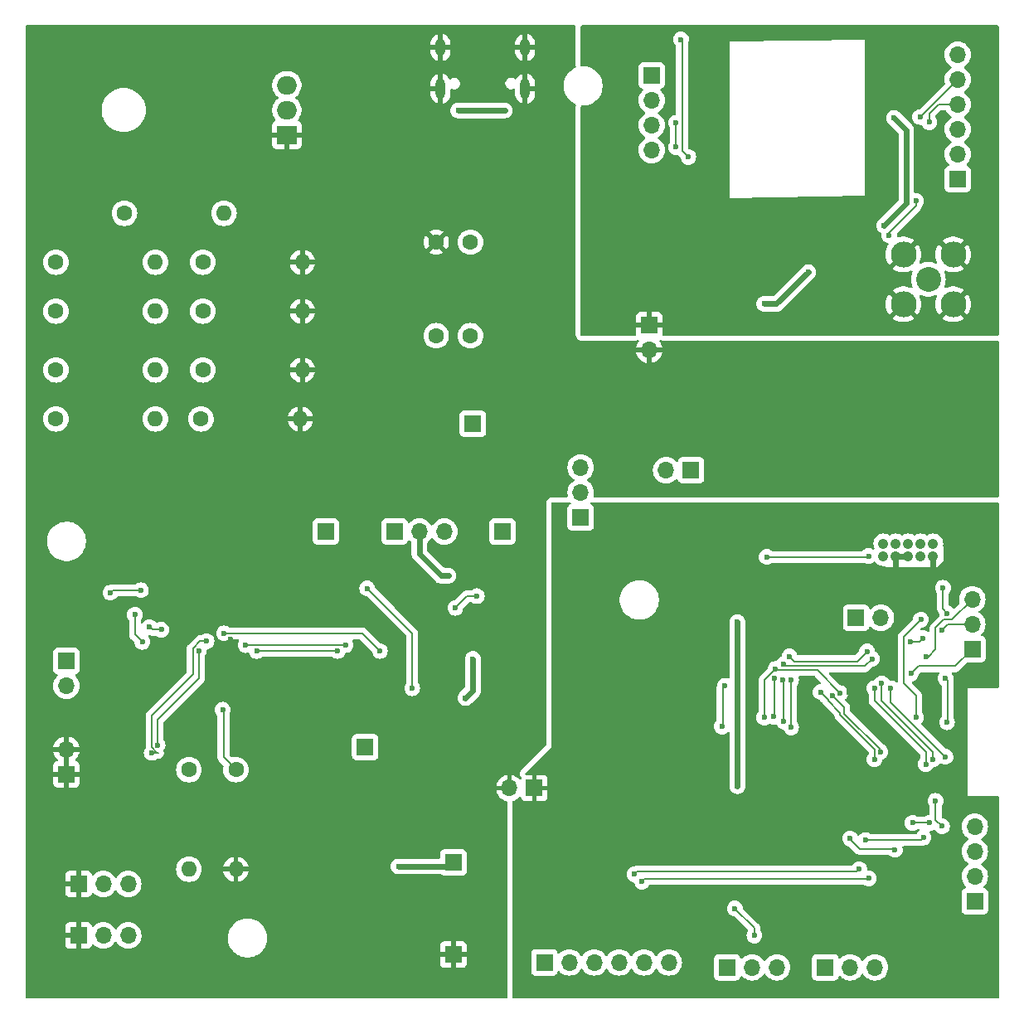
<source format=gbl>
G04 #@! TF.GenerationSoftware,KiCad,Pcbnew,8.0.2-8.0.2-0~ubuntu20.04.1*
G04 #@! TF.CreationDate,2024-05-16T16:26:20-07:00*
G04 #@! TF.ProjectId,cpm_proj,63706d5f-7072-46f6-9a2e-6b696361645f,rev?*
G04 #@! TF.SameCoordinates,Original*
G04 #@! TF.FileFunction,Copper,L2,Bot*
G04 #@! TF.FilePolarity,Positive*
%FSLAX46Y46*%
G04 Gerber Fmt 4.6, Leading zero omitted, Abs format (unit mm)*
G04 Created by KiCad (PCBNEW 8.0.2-8.0.2-0~ubuntu20.04.1) date 2024-05-16 16:26:20*
%MOMM*%
%LPD*%
G01*
G04 APERTURE LIST*
G04 #@! TA.AperFunction,ComponentPad*
%ADD10R,1.700000X1.700000*%
G04 #@! TD*
G04 #@! TA.AperFunction,ComponentPad*
%ADD11O,1.700000X1.700000*%
G04 #@! TD*
G04 #@! TA.AperFunction,ComponentPad*
%ADD12C,1.600000*%
G04 #@! TD*
G04 #@! TA.AperFunction,ComponentPad*
%ADD13O,1.600000X1.600000*%
G04 #@! TD*
G04 #@! TA.AperFunction,ComponentPad*
%ADD14O,2.000000X1.905000*%
G04 #@! TD*
G04 #@! TA.AperFunction,ComponentPad*
%ADD15R,2.000000X1.905000*%
G04 #@! TD*
G04 #@! TA.AperFunction,ComponentPad*
%ADD16C,2.540000*%
G04 #@! TD*
G04 #@! TA.AperFunction,ComponentPad*
%ADD17C,2.640000*%
G04 #@! TD*
G04 #@! TA.AperFunction,ComponentPad*
%ADD18C,1.050000*%
G04 #@! TD*
G04 #@! TA.AperFunction,ComponentPad*
%ADD19O,1.000000X1.800000*%
G04 #@! TD*
G04 #@! TA.AperFunction,ComponentPad*
%ADD20O,1.000000X2.100000*%
G04 #@! TD*
G04 #@! TA.AperFunction,ViaPad*
%ADD21C,0.600000*%
G04 #@! TD*
G04 #@! TA.AperFunction,Conductor*
%ADD22C,0.200000*%
G04 #@! TD*
G04 #@! TA.AperFunction,Conductor*
%ADD23C,0.600000*%
G04 #@! TD*
G04 APERTURE END LIST*
D10*
X119000000Y-91540000D03*
D11*
X119000000Y-89000000D03*
X119000000Y-86460000D03*
D10*
X157500000Y-57000000D03*
D11*
X157500000Y-54460000D03*
X157500000Y-51920000D03*
X157500000Y-49380000D03*
X157500000Y-46840000D03*
X157500000Y-44300000D03*
D12*
X65420000Y-81500000D03*
D13*
X75580000Y-81500000D03*
D12*
X65420000Y-65500000D03*
D13*
X75580000Y-65500000D03*
D12*
X65420000Y-70500000D03*
D13*
X75580000Y-70500000D03*
D12*
X80230000Y-81500000D03*
D13*
X90390000Y-81500000D03*
D12*
X107750000Y-73000000D03*
X104250000Y-73000000D03*
D10*
X147125000Y-101800000D03*
D11*
X149665000Y-101800000D03*
D14*
X89000000Y-47420000D03*
X89000000Y-49960000D03*
D15*
X89000000Y-52500000D03*
D10*
X106000000Y-126800000D03*
X143975000Y-137500000D03*
D11*
X146515000Y-137500000D03*
X149055000Y-137500000D03*
D12*
X65420000Y-76500000D03*
D13*
X75580000Y-76500000D03*
D10*
X159250000Y-130750000D03*
D11*
X159250000Y-128210000D03*
X159250000Y-125670000D03*
X159250000Y-123130000D03*
D12*
X107750000Y-63450000D03*
X104250000Y-63450000D03*
X79000000Y-117320000D03*
D13*
X79000000Y-127480000D03*
D12*
X80420000Y-70500000D03*
D13*
X90580000Y-70500000D03*
D12*
X80420000Y-65500000D03*
D13*
X90580000Y-65500000D03*
D10*
X114275000Y-119200000D03*
D11*
X111735000Y-119200000D03*
D10*
X66500000Y-106225000D03*
D11*
X66500000Y-108765000D03*
D10*
X66500000Y-117775000D03*
D11*
X66500000Y-115235000D03*
D10*
X133975000Y-137500000D03*
D11*
X136515000Y-137500000D03*
X139055000Y-137500000D03*
D12*
X83800000Y-117320000D03*
D13*
X83800000Y-127480000D03*
D10*
X93000000Y-93000000D03*
X67725000Y-129000000D03*
D11*
X70265000Y-129000000D03*
X72805000Y-129000000D03*
D10*
X97000000Y-115000000D03*
D16*
X154500000Y-67250000D03*
D17*
X151960000Y-64710000D03*
X151960000Y-69790000D03*
X157040000Y-64710000D03*
X157040000Y-69790000D03*
D10*
X126000000Y-71925000D03*
D11*
X126000000Y-74465000D03*
D10*
X106000000Y-136200000D03*
D12*
X72420000Y-60500000D03*
D13*
X82580000Y-60500000D03*
D10*
X115300000Y-137000000D03*
D11*
X117840000Y-137000000D03*
X120380000Y-137000000D03*
X122920000Y-137000000D03*
X125460000Y-137000000D03*
X128000000Y-137000000D03*
D10*
X130275000Y-86750000D03*
D11*
X127735000Y-86750000D03*
D10*
X111000000Y-93000000D03*
D18*
X149920000Y-95500000D03*
X149920000Y-94230000D03*
X151190000Y-95500000D03*
X151190000Y-94230000D03*
X152460000Y-95500000D03*
X152460000Y-94230000D03*
X153730000Y-95500000D03*
X153730000Y-94230000D03*
X155000000Y-95500000D03*
X155000000Y-94230000D03*
D10*
X67725000Y-134250000D03*
D11*
X70265000Y-134250000D03*
X72805000Y-134250000D03*
D12*
X80420000Y-76500000D03*
D13*
X90580000Y-76500000D03*
D19*
X104680000Y-43585000D03*
D20*
X104680000Y-47765000D03*
D19*
X113320000Y-43585000D03*
D20*
X113320000Y-47765000D03*
D10*
X159000000Y-105000000D03*
D11*
X159000000Y-102460000D03*
X159000000Y-99920000D03*
D10*
X100000000Y-93000000D03*
D11*
X102540000Y-93000000D03*
X105080000Y-93000000D03*
D10*
X126250000Y-46420000D03*
D11*
X126250000Y-48960000D03*
X126250000Y-51500000D03*
X126250000Y-54040000D03*
D10*
X108000000Y-82000000D03*
D21*
X85919053Y-105199999D03*
X94200000Y-105200000D03*
X97200000Y-98800000D03*
X101800000Y-109000018D03*
X109750000Y-53750000D03*
X90800000Y-100200000D03*
X92400000Y-44400000D03*
X100500000Y-63500000D03*
X90200000Y-108800000D03*
X82800000Y-100200000D03*
X94400000Y-135000000D03*
X108000000Y-53750000D03*
X131750000Y-82000000D03*
X81000000Y-109250000D03*
X111400000Y-104600000D03*
X80400000Y-111800000D03*
X83250000Y-104000000D03*
X105000000Y-54000000D03*
X84400000Y-110000000D03*
X110412499Y-98443597D03*
X109400000Y-104600000D03*
X135000000Y-119000004D03*
X137750000Y-69750000D03*
X142250000Y-66500000D03*
X146500008Y-124346008D03*
X148400000Y-95500000D03*
X151100000Y-125500000D03*
X135000000Y-102250000D03*
X138000000Y-95600000D03*
X155904000Y-103037552D03*
X152750000Y-107500000D03*
X154250000Y-105750000D03*
X155250000Y-120500000D03*
X155907842Y-123092158D03*
X152900000Y-122750000D03*
X154654000Y-122750000D03*
X133424265Y-112924265D03*
X133750000Y-108750000D03*
X124500000Y-128000000D03*
X147444371Y-127480525D03*
X125250000Y-128750000D03*
X148423845Y-128423845D03*
X144500000Y-69000000D03*
X144500000Y-61000000D03*
X131200000Y-43600000D03*
X151000000Y-55250000D03*
X131200000Y-58600000D03*
X137749563Y-111999563D03*
X134750000Y-131500000D03*
X145500000Y-109500000D03*
X136750000Y-134250000D03*
X138890662Y-107040662D03*
X148750000Y-106000000D03*
X138823883Y-107955971D03*
X138686705Y-111910951D03*
X139719615Y-106550000D03*
X139600000Y-108150000D03*
X148250000Y-105250000D03*
X139750000Y-112400000D03*
X140324696Y-105750000D03*
X140500000Y-108150000D03*
X140500000Y-113000000D03*
X144751472Y-109800000D03*
X149600000Y-115500000D03*
X156414435Y-112476147D03*
X156250000Y-108000000D03*
X156440800Y-101346000D03*
X156000000Y-98750000D03*
X74100000Y-99000000D03*
X71000000Y-99250000D03*
X82450000Y-111200000D03*
X74233627Y-104266371D03*
X73480000Y-101500000D03*
X76180000Y-103028528D03*
X74980000Y-102750000D03*
X149000000Y-116250000D03*
X143500000Y-109400000D03*
X150673531Y-109000000D03*
X153250000Y-59250000D03*
X156250000Y-116000000D03*
X150500006Y-62750000D03*
X128750000Y-51250000D03*
X149750000Y-108500000D03*
X128750000Y-53750000D03*
X155000000Y-116250000D03*
X153250000Y-112000000D03*
X153750000Y-102000000D03*
X84800000Y-104600000D03*
X95000000Y-104600000D03*
X108400000Y-99600000D03*
X106200000Y-100800000D03*
X98500735Y-105200000D03*
X82600000Y-103400000D03*
X100400000Y-127200000D03*
X137499391Y-116066777D03*
X152800000Y-100000000D03*
X147600000Y-120200000D03*
X116750000Y-134500000D03*
X119000000Y-134500000D03*
X158600000Y-120400000D03*
X146400000Y-109400000D03*
X144000000Y-121200000D03*
X127750000Y-134500000D03*
X152400000Y-120400000D03*
X160000000Y-139250000D03*
X121250000Y-134500000D03*
X158000000Y-108800000D03*
X123500000Y-134500000D03*
X135750000Y-125000000D03*
X125750000Y-134500000D03*
X153500000Y-139250000D03*
X105500000Y-97500000D03*
X107250000Y-109999992D03*
X108000000Y-106000000D03*
X106500000Y-50000000D03*
X111250000Y-50000000D03*
X148096004Y-124500000D03*
X154000000Y-124250000D03*
X149000000Y-109000000D03*
X154250000Y-116750000D03*
X154592892Y-51207108D03*
X153670000Y-50670000D03*
X129250000Y-42750000D03*
X130000000Y-54750000D03*
X149999984Y-61750000D03*
X151000000Y-50750000D03*
X75800000Y-114800000D03*
X80024265Y-105150000D03*
X75200000Y-115600000D03*
X80800000Y-104200000D03*
X153945131Y-103879972D03*
X152692000Y-104250000D03*
D22*
X74100000Y-99000000D02*
X71250000Y-99000000D01*
X71250000Y-99000000D02*
X71000000Y-99250000D01*
D23*
X152250000Y-59499984D02*
X149999984Y-61750000D01*
X152250000Y-52000000D02*
X152250000Y-59499984D01*
X151000000Y-50750000D02*
X152250000Y-52000000D01*
D22*
X153250000Y-59250000D02*
X153250000Y-59750000D01*
X153250000Y-59750000D02*
X150500006Y-62499994D01*
X150500006Y-62499994D02*
X150500006Y-62750000D01*
D23*
X108000000Y-106000000D02*
X108000000Y-109249992D01*
X108000000Y-109249992D02*
X107250000Y-109999992D01*
D22*
X101800000Y-103400000D02*
X101800000Y-109000018D01*
X97200000Y-98800000D02*
X101800000Y-103400000D01*
X94199999Y-105199999D02*
X94200000Y-105200000D01*
X85919053Y-105199999D02*
X94199999Y-105199999D01*
D23*
X135000000Y-119000004D02*
X135000000Y-102250000D01*
D22*
X148300000Y-95600000D02*
X138000000Y-95600000D01*
X148400000Y-95500000D02*
X148300000Y-95600000D01*
X151100000Y-125500000D02*
X151004000Y-125404000D01*
D23*
X139000000Y-69750000D02*
X142250000Y-66500000D01*
D22*
X146500008Y-124424904D02*
X146500008Y-124346008D01*
D23*
X137750000Y-69750000D02*
X139000000Y-69750000D01*
D22*
X151004000Y-125404000D02*
X147479104Y-125404000D01*
X147479104Y-125404000D02*
X146500008Y-124424904D01*
X159000000Y-102460000D02*
X156481552Y-102460000D01*
X156481552Y-102460000D02*
X155904000Y-103037552D01*
X153500000Y-106750000D02*
X157250000Y-106750000D01*
X152750000Y-107500000D02*
X153500000Y-106750000D01*
X157250000Y-106750000D02*
X159000000Y-105000000D01*
X156920000Y-102000000D02*
X159000000Y-99920000D01*
X155250000Y-102843023D02*
X156093023Y-102000000D01*
X155250000Y-104995706D02*
X155250000Y-102843023D01*
X154250000Y-105750000D02*
X154495706Y-105750000D01*
X154495706Y-105750000D02*
X155250000Y-104995706D01*
X156093023Y-102000000D02*
X156920000Y-102000000D01*
X155250000Y-122434316D02*
X155250000Y-120500000D01*
X155907842Y-123092158D02*
X155250000Y-122434316D01*
X152900000Y-122750000D02*
X154654000Y-122750000D01*
X133750000Y-108750000D02*
X133500000Y-109000000D01*
X133500000Y-112848530D02*
X133424265Y-112924265D01*
X133500000Y-109000000D02*
X133500000Y-112848530D01*
X147174896Y-127750000D02*
X147444371Y-127480525D01*
X124750000Y-127750000D02*
X147174896Y-127750000D01*
X124500000Y-128000000D02*
X124750000Y-127750000D01*
X148347690Y-128500000D02*
X125500000Y-128500000D01*
X125500000Y-128500000D02*
X125250000Y-128750000D01*
X148423845Y-128423845D02*
X148347690Y-128500000D01*
X136750000Y-133500000D02*
X134750000Y-131500000D01*
X139000000Y-107150000D02*
X143150000Y-107150000D01*
X138890662Y-107040662D02*
X138890662Y-107040663D01*
X138890662Y-107040662D02*
X139000000Y-107150000D01*
X137749563Y-108181762D02*
X137749563Y-111999563D01*
X138890662Y-107040663D02*
X137749563Y-108181762D01*
X143150000Y-107150000D02*
X145500000Y-109500000D01*
X136750000Y-134250000D02*
X136750000Y-133500000D01*
X148750000Y-106000000D02*
X148000000Y-106750000D01*
X138823883Y-107955971D02*
X138823883Y-111773773D01*
X148000000Y-106750000D02*
X139719615Y-106750000D01*
X138823883Y-111773773D02*
X138686705Y-111910951D01*
X147250000Y-106250000D02*
X140824696Y-106250000D01*
X139600000Y-108150000D02*
X139750000Y-108300000D01*
X148250000Y-105250000D02*
X147250000Y-106250000D01*
X140824696Y-106250000D02*
X140324696Y-105750000D01*
X139750000Y-108300000D02*
X139750000Y-112400000D01*
X140500000Y-113000000D02*
X140500000Y-108150000D01*
X149600000Y-115284314D02*
X145900000Y-111584314D01*
X149600000Y-115500000D02*
X149600000Y-115284314D01*
X145900000Y-110948528D02*
X144751472Y-109800000D01*
X145900000Y-111584314D02*
X145900000Y-110948528D01*
X156000000Y-98750000D02*
X156000000Y-100905200D01*
X156414435Y-112476147D02*
X156500000Y-112390582D01*
X156500000Y-108250000D02*
X156250000Y-108000000D01*
X156500000Y-112390582D02*
X156500000Y-108250000D01*
X156000000Y-100905200D02*
X156440800Y-101346000D01*
X82528040Y-116048040D02*
X83800000Y-117320000D01*
X82450000Y-111200000D02*
X82528040Y-111278040D01*
X82528040Y-111278040D02*
X82528040Y-116048040D01*
X73480000Y-103512744D02*
X74233627Y-104266371D01*
X73480000Y-101500000D02*
X73480000Y-103512744D01*
X75000000Y-102750000D02*
X74980000Y-102750000D01*
X76180000Y-103028528D02*
X75278528Y-103028528D01*
X75278528Y-103028528D02*
X75000000Y-102750000D01*
X149000000Y-115250000D02*
X145500000Y-111750000D01*
X145500000Y-111500000D02*
X144250000Y-110250000D01*
X144250000Y-110250000D02*
X144250000Y-110150000D01*
X144250000Y-110150000D02*
X143500000Y-109400000D01*
X145500000Y-111750000D02*
X145500000Y-111500000D01*
X149000000Y-116250000D02*
X149000000Y-115250000D01*
X150673531Y-109000000D02*
X150673531Y-110423531D01*
X150673531Y-110423531D02*
X156250000Y-116000000D01*
X128750000Y-51250000D02*
X128750000Y-53750000D01*
X149750000Y-110250000D02*
X155000000Y-115500000D01*
X155000000Y-115500000D02*
X155000000Y-116250000D01*
X149750000Y-108500000D02*
X149750000Y-110250000D01*
X153250000Y-112000000D02*
X153250000Y-109750000D01*
X153250000Y-109750000D02*
X152000000Y-108500000D01*
X152000000Y-103750000D02*
X153750000Y-102000000D01*
X152000000Y-108500000D02*
X152000000Y-103750000D01*
X84800000Y-104600000D02*
X95000000Y-104600000D01*
X108400000Y-99600000D02*
X107400000Y-99600000D01*
X107400000Y-99600000D02*
X106200000Y-100800000D01*
X98500735Y-105200000D02*
X96700735Y-103400000D01*
X96700735Y-103400000D02*
X82600000Y-103400000D01*
D23*
X100400000Y-127200000D02*
X105600000Y-127200000D01*
X105600000Y-127200000D02*
X106000000Y-126800000D01*
X151190000Y-96790000D02*
X151200000Y-96800000D01*
X155000000Y-95500000D02*
X155000000Y-96900000D01*
X151190000Y-95500000D02*
X151190000Y-96790000D01*
X152460000Y-95500000D02*
X151190000Y-95500000D01*
X102540000Y-93000000D02*
X102540000Y-95290000D01*
X104750000Y-97500000D02*
X105500000Y-97500000D01*
X102540000Y-95290000D02*
X104750000Y-97500000D01*
X111250000Y-50000000D02*
X106500000Y-50000000D01*
D22*
X153750000Y-124500000D02*
X148096004Y-124500000D01*
X154000000Y-124250000D02*
X153750000Y-124500000D01*
X149000000Y-109000000D02*
X149000000Y-110250000D01*
X154250000Y-115500000D02*
X154250000Y-116750000D01*
X149000000Y-110250000D02*
X154250000Y-115500000D01*
X154592892Y-50312794D02*
X155525686Y-49380000D01*
X155525686Y-49380000D02*
X157500000Y-49380000D01*
X154592892Y-51207108D02*
X154592892Y-50312794D01*
X153670000Y-50670000D02*
X157500000Y-46840000D01*
X129350000Y-42850000D02*
X129350000Y-54100000D01*
X129250000Y-42750000D02*
X129350000Y-42850000D01*
X129350000Y-54100000D02*
X130000000Y-54750000D01*
X75800000Y-112200000D02*
X75800000Y-114800000D01*
X80024265Y-107975735D02*
X75800000Y-112200000D01*
X80024265Y-105150000D02*
X80024265Y-107975735D01*
X75848529Y-115600000D02*
X75751471Y-115600000D01*
X75200000Y-115048529D02*
X75200000Y-111800000D01*
X75200000Y-111800000D02*
X79400000Y-107600000D01*
X75200000Y-115600000D02*
X75848529Y-115600000D01*
X79400000Y-107600000D02*
X79400000Y-104925736D01*
X79400000Y-104925736D02*
X80125736Y-104200000D01*
X80125736Y-104200000D02*
X80800000Y-104200000D01*
X75751471Y-115600000D02*
X75200000Y-115048529D01*
X152692000Y-104250000D02*
X153575103Y-104250000D01*
X153575103Y-104250000D02*
X153945131Y-103879972D01*
G04 #@! TA.AperFunction,Conductor*
G36*
X66750000Y-117341988D02*
G01*
X66692993Y-117309075D01*
X66565826Y-117275000D01*
X66434174Y-117275000D01*
X66307007Y-117309075D01*
X66250000Y-117341988D01*
X66250000Y-115668012D01*
X66307007Y-115700925D01*
X66434174Y-115735000D01*
X66565826Y-115735000D01*
X66692993Y-115700925D01*
X66750000Y-115668012D01*
X66750000Y-117341988D01*
G37*
G04 #@! TD.AperFunction*
G04 #@! TA.AperFunction,Conductor*
G36*
X118437539Y-41320185D02*
G01*
X118483294Y-41372989D01*
X118494500Y-41424500D01*
X118494500Y-45371500D01*
X118494501Y-45371509D01*
X118506052Y-45478950D01*
X118506055Y-45478966D01*
X118515862Y-45524048D01*
X118510878Y-45593739D01*
X118469007Y-45649673D01*
X118442149Y-45664967D01*
X118361534Y-45698359D01*
X118361522Y-45698364D01*
X118133965Y-45829746D01*
X117925506Y-45989701D01*
X117925499Y-45989707D01*
X117739707Y-46175499D01*
X117739701Y-46175506D01*
X117579746Y-46383965D01*
X117448364Y-46611522D01*
X117448359Y-46611533D01*
X117347809Y-46854282D01*
X117347806Y-46854290D01*
X117347806Y-46854292D01*
X117300513Y-47030795D01*
X117279798Y-47108103D01*
X117245500Y-47368610D01*
X117245500Y-47631389D01*
X117272126Y-47833623D01*
X117279798Y-47891898D01*
X117347806Y-48145708D01*
X117347807Y-48145711D01*
X117347809Y-48145717D01*
X117448359Y-48388466D01*
X117448364Y-48388477D01*
X117512294Y-48499205D01*
X117579743Y-48616030D01*
X117579745Y-48616033D01*
X117579746Y-48616034D01*
X117739701Y-48824493D01*
X117739707Y-48824500D01*
X117925499Y-49010292D01*
X117925506Y-49010298D01*
X117929593Y-49013434D01*
X118133970Y-49170257D01*
X118272962Y-49250504D01*
X118361522Y-49301635D01*
X118361538Y-49301643D01*
X118443716Y-49335682D01*
X118498120Y-49379523D01*
X118520185Y-49445817D01*
X118515520Y-49482963D01*
X118515586Y-49482976D01*
X118515464Y-49483593D01*
X118515590Y-49483625D01*
X118515284Y-49484848D01*
X118515244Y-49485169D01*
X118514976Y-49486079D01*
X118503479Y-49566047D01*
X118494500Y-49628500D01*
X118494500Y-61749998D01*
X118494500Y-69749998D01*
X118494500Y-71169500D01*
X118494500Y-72876000D01*
X118494501Y-72876009D01*
X118506052Y-72983450D01*
X118506054Y-72983462D01*
X118517260Y-73034972D01*
X118551383Y-73137497D01*
X118551386Y-73137503D01*
X118629171Y-73258537D01*
X118629179Y-73258548D01*
X118674923Y-73311340D01*
X118674926Y-73311343D01*
X118674930Y-73311347D01*
X118783664Y-73405567D01*
X118783667Y-73405568D01*
X118783668Y-73405569D01*
X118875696Y-73447598D01*
X118914541Y-73465338D01*
X118981580Y-73485023D01*
X118981584Y-73485024D01*
X119124000Y-73505500D01*
X119124003Y-73505500D01*
X124531000Y-73505500D01*
X124531002Y-73505500D01*
X124531004Y-73505499D01*
X124531013Y-73505499D01*
X124616782Y-73493947D01*
X124664740Y-73487488D01*
X124728015Y-73470129D01*
X124786067Y-73445472D01*
X124855466Y-73437383D01*
X124918223Y-73468098D01*
X124954411Y-73527865D01*
X124952542Y-73597710D01*
X124936117Y-73630728D01*
X124826400Y-73787420D01*
X124826399Y-73787422D01*
X124726570Y-74001507D01*
X124726567Y-74001513D01*
X124669364Y-74214999D01*
X124669364Y-74215000D01*
X125566988Y-74215000D01*
X125534075Y-74272007D01*
X125500000Y-74399174D01*
X125500000Y-74530826D01*
X125534075Y-74657993D01*
X125566988Y-74715000D01*
X124669364Y-74715000D01*
X124726567Y-74928486D01*
X124726570Y-74928492D01*
X124826399Y-75142578D01*
X124961894Y-75336082D01*
X125128917Y-75503105D01*
X125322421Y-75638600D01*
X125536507Y-75738429D01*
X125536516Y-75738433D01*
X125750000Y-75795634D01*
X125750000Y-74898012D01*
X125807007Y-74930925D01*
X125934174Y-74965000D01*
X126065826Y-74965000D01*
X126192993Y-74930925D01*
X126250000Y-74898012D01*
X126250000Y-75795633D01*
X126463483Y-75738433D01*
X126463492Y-75738429D01*
X126677578Y-75638600D01*
X126871082Y-75503105D01*
X127038105Y-75336082D01*
X127173600Y-75142578D01*
X127273429Y-74928492D01*
X127273432Y-74928486D01*
X127330636Y-74715000D01*
X126433012Y-74715000D01*
X126465925Y-74657993D01*
X126500000Y-74530826D01*
X126500000Y-74399174D01*
X126465925Y-74272007D01*
X126433012Y-74215000D01*
X127330636Y-74215000D01*
X127330635Y-74214999D01*
X127273432Y-74001513D01*
X127273429Y-74001507D01*
X127173600Y-73787422D01*
X127173599Y-73787420D01*
X127062941Y-73629384D01*
X127040614Y-73563178D01*
X127057624Y-73495411D01*
X127108572Y-73447598D01*
X127177282Y-73434920D01*
X127216028Y-73445466D01*
X127259539Y-73465338D01*
X127326578Y-73485023D01*
X127326582Y-73485024D01*
X127468998Y-73505500D01*
X127469001Y-73505500D01*
X161575500Y-73505500D01*
X161642539Y-73525185D01*
X161688294Y-73577989D01*
X161699500Y-73629500D01*
X161699500Y-89370500D01*
X161679815Y-89437539D01*
X161627011Y-89483294D01*
X161575500Y-89494500D01*
X120427240Y-89494500D01*
X120360201Y-89474815D01*
X120314446Y-89422011D01*
X120304502Y-89352853D01*
X120307465Y-89338407D01*
X120312945Y-89317951D01*
X120335063Y-89235408D01*
X120355659Y-89000000D01*
X120335063Y-88764592D01*
X120273903Y-88536337D01*
X120174035Y-88322171D01*
X120038495Y-88128599D01*
X120038494Y-88128597D01*
X119871402Y-87961506D01*
X119871396Y-87961501D01*
X119685842Y-87831575D01*
X119642217Y-87776998D01*
X119635023Y-87707500D01*
X119666546Y-87645145D01*
X119685842Y-87628425D01*
X119708026Y-87612891D01*
X119871401Y-87498495D01*
X120038495Y-87331401D01*
X120174035Y-87137830D01*
X120273903Y-86923663D01*
X120320436Y-86749999D01*
X126379341Y-86749999D01*
X126379341Y-86750000D01*
X126399936Y-86985403D01*
X126399938Y-86985413D01*
X126461094Y-87213655D01*
X126461096Y-87213659D01*
X126461097Y-87213663D01*
X126516000Y-87331402D01*
X126560965Y-87427830D01*
X126560967Y-87427834D01*
X126610445Y-87498495D01*
X126696505Y-87621401D01*
X126863599Y-87788495D01*
X126960384Y-87856265D01*
X127057165Y-87924032D01*
X127057167Y-87924033D01*
X127057170Y-87924035D01*
X127271337Y-88023903D01*
X127499592Y-88085063D01*
X127676034Y-88100500D01*
X127734999Y-88105659D01*
X127735000Y-88105659D01*
X127735001Y-88105659D01*
X127793966Y-88100500D01*
X127970408Y-88085063D01*
X128198663Y-88023903D01*
X128412830Y-87924035D01*
X128606401Y-87788495D01*
X128728329Y-87666566D01*
X128789648Y-87633084D01*
X128859340Y-87638068D01*
X128915274Y-87679939D01*
X128932189Y-87710917D01*
X128981202Y-87842328D01*
X128981206Y-87842335D01*
X129067452Y-87957544D01*
X129067455Y-87957547D01*
X129182664Y-88043793D01*
X129182671Y-88043797D01*
X129317517Y-88094091D01*
X129317516Y-88094091D01*
X129324444Y-88094835D01*
X129377127Y-88100500D01*
X131172872Y-88100499D01*
X131232483Y-88094091D01*
X131367331Y-88043796D01*
X131482546Y-87957546D01*
X131568796Y-87842331D01*
X131619091Y-87707483D01*
X131625500Y-87647873D01*
X131625499Y-85852128D01*
X131619091Y-85792517D01*
X131617810Y-85789083D01*
X131568797Y-85657671D01*
X131568793Y-85657664D01*
X131482547Y-85542455D01*
X131482544Y-85542452D01*
X131367335Y-85456206D01*
X131367328Y-85456202D01*
X131232482Y-85405908D01*
X131232483Y-85405908D01*
X131172883Y-85399501D01*
X131172881Y-85399500D01*
X131172873Y-85399500D01*
X131172864Y-85399500D01*
X129377129Y-85399500D01*
X129377123Y-85399501D01*
X129317516Y-85405908D01*
X129182671Y-85456202D01*
X129182664Y-85456206D01*
X129067455Y-85542452D01*
X129067452Y-85542455D01*
X128981206Y-85657664D01*
X128981203Y-85657669D01*
X128932189Y-85789083D01*
X128890317Y-85845016D01*
X128824853Y-85869433D01*
X128756580Y-85854581D01*
X128728326Y-85833430D01*
X128606402Y-85711506D01*
X128606395Y-85711501D01*
X128412834Y-85575967D01*
X128412830Y-85575965D01*
X128412828Y-85575964D01*
X128198663Y-85476097D01*
X128198659Y-85476096D01*
X128198655Y-85476094D01*
X127970413Y-85414938D01*
X127970403Y-85414936D01*
X127735001Y-85394341D01*
X127734999Y-85394341D01*
X127499596Y-85414936D01*
X127499586Y-85414938D01*
X127271344Y-85476094D01*
X127271335Y-85476098D01*
X127057171Y-85575964D01*
X127057169Y-85575965D01*
X126863597Y-85711505D01*
X126696505Y-85878597D01*
X126560965Y-86072169D01*
X126560964Y-86072171D01*
X126461098Y-86286335D01*
X126461094Y-86286344D01*
X126399938Y-86514586D01*
X126399936Y-86514596D01*
X126379341Y-86749999D01*
X120320436Y-86749999D01*
X120335063Y-86695408D01*
X120355659Y-86460000D01*
X120335063Y-86224592D01*
X120273903Y-85996337D01*
X120174035Y-85782171D01*
X120124555Y-85711505D01*
X120038494Y-85588597D01*
X119871402Y-85421506D01*
X119871395Y-85421501D01*
X119862019Y-85414936D01*
X119832521Y-85394281D01*
X119677834Y-85285967D01*
X119677830Y-85285965D01*
X119677828Y-85285964D01*
X119463663Y-85186097D01*
X119463659Y-85186096D01*
X119463655Y-85186094D01*
X119235413Y-85124938D01*
X119235403Y-85124936D01*
X119000001Y-85104341D01*
X118999999Y-85104341D01*
X118764596Y-85124936D01*
X118764586Y-85124938D01*
X118536344Y-85186094D01*
X118536335Y-85186098D01*
X118322171Y-85285964D01*
X118322169Y-85285965D01*
X118128597Y-85421505D01*
X117961505Y-85588597D01*
X117825965Y-85782169D01*
X117825964Y-85782171D01*
X117726098Y-85996335D01*
X117726094Y-85996344D01*
X117664938Y-86224586D01*
X117664936Y-86224596D01*
X117644341Y-86459999D01*
X117644341Y-86460000D01*
X117664936Y-86695403D01*
X117664938Y-86695413D01*
X117726094Y-86923655D01*
X117726096Y-86923659D01*
X117726097Y-86923663D01*
X117754892Y-86985413D01*
X117825965Y-87137830D01*
X117825967Y-87137834D01*
X117961501Y-87331395D01*
X117961506Y-87331402D01*
X118128597Y-87498493D01*
X118128603Y-87498498D01*
X118314158Y-87628425D01*
X118357783Y-87683002D01*
X118364977Y-87752500D01*
X118333454Y-87814855D01*
X118314158Y-87831575D01*
X118128597Y-87961505D01*
X117961505Y-88128597D01*
X117825965Y-88322169D01*
X117825964Y-88322171D01*
X117726098Y-88536335D01*
X117726094Y-88536344D01*
X117664938Y-88764586D01*
X117664936Y-88764596D01*
X117644341Y-88999999D01*
X117644341Y-89000000D01*
X117664936Y-89235403D01*
X117664938Y-89235413D01*
X117692535Y-89338407D01*
X117690872Y-89408257D01*
X117651709Y-89466119D01*
X117587481Y-89493623D01*
X117572760Y-89494500D01*
X116124000Y-89494500D01*
X116123991Y-89494500D01*
X116123990Y-89494501D01*
X116016549Y-89506052D01*
X116016537Y-89506054D01*
X115965027Y-89517260D01*
X115862502Y-89551383D01*
X115862496Y-89551386D01*
X115741462Y-89629171D01*
X115741451Y-89629179D01*
X115688659Y-89674923D01*
X115594433Y-89783664D01*
X115594430Y-89783668D01*
X115534664Y-89914534D01*
X115514976Y-89981582D01*
X115494500Y-90124001D01*
X115494500Y-114739253D01*
X115474815Y-114806292D01*
X115458181Y-114826934D01*
X113004261Y-117280853D01*
X112991725Y-117293844D01*
X112985710Y-117300303D01*
X112973615Y-117313767D01*
X112895830Y-117434804D01*
X112895820Y-117434822D01*
X112867062Y-117497796D01*
X112866809Y-117498345D01*
X112866803Y-117498362D01*
X112866803Y-117498364D01*
X112826269Y-117636417D01*
X112826269Y-117636418D01*
X112826269Y-117780293D01*
X112826270Y-117780297D01*
X112836214Y-117849455D01*
X112836215Y-117849460D01*
X112836216Y-117849463D01*
X112876748Y-117987501D01*
X112876751Y-117987507D01*
X112937646Y-118082261D01*
X112957331Y-118149301D01*
X112949513Y-118192633D01*
X112931997Y-118239597D01*
X112890127Y-118295531D01*
X112824663Y-118319949D01*
X112756389Y-118305098D01*
X112728134Y-118283946D01*
X112606082Y-118161894D01*
X112412578Y-118026399D01*
X112198492Y-117926570D01*
X112198486Y-117926567D01*
X111985000Y-117869364D01*
X111985000Y-118766988D01*
X111927993Y-118734075D01*
X111800826Y-118700000D01*
X111669174Y-118700000D01*
X111542007Y-118734075D01*
X111485000Y-118766988D01*
X111485000Y-117869364D01*
X111484999Y-117869364D01*
X111271513Y-117926567D01*
X111271507Y-117926570D01*
X111057422Y-118026399D01*
X111057420Y-118026400D01*
X110863926Y-118161886D01*
X110863920Y-118161891D01*
X110696891Y-118328920D01*
X110696886Y-118328926D01*
X110561400Y-118522420D01*
X110561399Y-118522422D01*
X110461570Y-118736507D01*
X110461567Y-118736513D01*
X110404364Y-118949999D01*
X110404364Y-118950000D01*
X111301988Y-118950000D01*
X111269075Y-119007007D01*
X111235000Y-119134174D01*
X111235000Y-119265826D01*
X111269075Y-119392993D01*
X111301988Y-119450000D01*
X110404364Y-119450000D01*
X110461567Y-119663486D01*
X110461570Y-119663492D01*
X110561399Y-119877578D01*
X110696894Y-120071082D01*
X110863917Y-120238105D01*
X111057421Y-120373600D01*
X111271507Y-120473429D01*
X111271516Y-120473433D01*
X111402593Y-120508554D01*
X111462253Y-120544918D01*
X111492783Y-120607765D01*
X111494500Y-120628329D01*
X111494500Y-140575500D01*
X111474815Y-140642539D01*
X111422011Y-140688294D01*
X111370500Y-140699500D01*
X62424500Y-140699500D01*
X62357461Y-140679815D01*
X62311706Y-140627011D01*
X62300500Y-140575500D01*
X62300500Y-133352155D01*
X66375000Y-133352155D01*
X66375000Y-134000000D01*
X67291988Y-134000000D01*
X67259075Y-134057007D01*
X67225000Y-134184174D01*
X67225000Y-134315826D01*
X67259075Y-134442993D01*
X67291988Y-134500000D01*
X66375000Y-134500000D01*
X66375000Y-135147844D01*
X66381401Y-135207372D01*
X66381403Y-135207379D01*
X66431645Y-135342086D01*
X66431649Y-135342093D01*
X66517809Y-135457187D01*
X66517812Y-135457190D01*
X66632906Y-135543350D01*
X66632913Y-135543354D01*
X66767620Y-135593596D01*
X66767627Y-135593598D01*
X66827155Y-135599999D01*
X66827172Y-135600000D01*
X67475000Y-135600000D01*
X67475000Y-134683012D01*
X67532007Y-134715925D01*
X67659174Y-134750000D01*
X67790826Y-134750000D01*
X67917993Y-134715925D01*
X67975000Y-134683012D01*
X67975000Y-135600000D01*
X68622828Y-135600000D01*
X68622844Y-135599999D01*
X68682372Y-135593598D01*
X68682379Y-135593596D01*
X68817086Y-135543354D01*
X68817093Y-135543350D01*
X68932187Y-135457190D01*
X68932190Y-135457187D01*
X69018350Y-135342093D01*
X69018354Y-135342086D01*
X69067422Y-135210529D01*
X69109293Y-135154595D01*
X69174757Y-135130178D01*
X69243030Y-135145030D01*
X69271285Y-135166181D01*
X69393599Y-135288495D01*
X69413132Y-135302172D01*
X69587165Y-135424032D01*
X69587167Y-135424033D01*
X69587170Y-135424035D01*
X69801337Y-135523903D01*
X70029592Y-135585063D01*
X70200319Y-135600000D01*
X70264999Y-135605659D01*
X70265000Y-135605659D01*
X70265001Y-135605659D01*
X70329681Y-135600000D01*
X70500408Y-135585063D01*
X70728663Y-135523903D01*
X70942830Y-135424035D01*
X71136401Y-135288495D01*
X71303495Y-135121401D01*
X71433425Y-134935842D01*
X71488002Y-134892217D01*
X71557500Y-134885023D01*
X71619855Y-134916546D01*
X71636575Y-134935842D01*
X71766500Y-135121395D01*
X71766505Y-135121401D01*
X71933599Y-135288495D01*
X71953132Y-135302172D01*
X72127165Y-135424032D01*
X72127167Y-135424033D01*
X72127170Y-135424035D01*
X72341337Y-135523903D01*
X72569592Y-135585063D01*
X72740319Y-135600000D01*
X72804999Y-135605659D01*
X72805000Y-135605659D01*
X72805001Y-135605659D01*
X72869681Y-135600000D01*
X73040408Y-135585063D01*
X73268663Y-135523903D01*
X73482830Y-135424035D01*
X73676401Y-135288495D01*
X73843495Y-135121401D01*
X73979035Y-134927830D01*
X74078903Y-134713663D01*
X74140063Y-134485408D01*
X74150282Y-134368610D01*
X82995500Y-134368610D01*
X82995500Y-134631389D01*
X83022176Y-134834005D01*
X83029798Y-134891898D01*
X83097806Y-135145708D01*
X83097807Y-135145711D01*
X83097809Y-135145717D01*
X83198359Y-135388466D01*
X83198364Y-135388477D01*
X83276552Y-135523901D01*
X83329743Y-135616030D01*
X83329745Y-135616033D01*
X83329746Y-135616034D01*
X83489701Y-135824493D01*
X83489707Y-135824500D01*
X83675499Y-136010292D01*
X83675505Y-136010297D01*
X83883970Y-136170257D01*
X84030223Y-136254696D01*
X84111522Y-136301635D01*
X84111527Y-136301637D01*
X84111530Y-136301639D01*
X84264615Y-136365048D01*
X84332078Y-136392993D01*
X84354292Y-136402194D01*
X84608102Y-136470202D01*
X84868618Y-136504500D01*
X84868625Y-136504500D01*
X85131375Y-136504500D01*
X85131382Y-136504500D01*
X85391898Y-136470202D01*
X85645708Y-136402194D01*
X85888470Y-136301639D01*
X86116030Y-136170257D01*
X86324495Y-136010297D01*
X86510297Y-135824495D01*
X86670257Y-135616030D01*
X86801639Y-135388470D01*
X86837392Y-135302155D01*
X104650000Y-135302155D01*
X104650000Y-135950000D01*
X105566988Y-135950000D01*
X105534075Y-136007007D01*
X105500000Y-136134174D01*
X105500000Y-136265826D01*
X105534075Y-136392993D01*
X105566988Y-136450000D01*
X104650000Y-136450000D01*
X104650000Y-137097844D01*
X104656401Y-137157372D01*
X104656403Y-137157379D01*
X104706645Y-137292086D01*
X104706649Y-137292093D01*
X104792809Y-137407187D01*
X104792812Y-137407190D01*
X104907906Y-137493350D01*
X104907913Y-137493354D01*
X105042620Y-137543596D01*
X105042627Y-137543598D01*
X105102155Y-137549999D01*
X105102172Y-137550000D01*
X105750000Y-137550000D01*
X105750000Y-136633012D01*
X105807007Y-136665925D01*
X105934174Y-136700000D01*
X106065826Y-136700000D01*
X106192993Y-136665925D01*
X106250000Y-136633012D01*
X106250000Y-137550000D01*
X106897828Y-137550000D01*
X106897844Y-137549999D01*
X106957372Y-137543598D01*
X106957379Y-137543596D01*
X107092086Y-137493354D01*
X107092093Y-137493350D01*
X107207187Y-137407190D01*
X107207190Y-137407187D01*
X107293350Y-137292093D01*
X107293354Y-137292086D01*
X107343596Y-137157379D01*
X107343598Y-137157372D01*
X107349999Y-137097844D01*
X107350000Y-137097827D01*
X107350000Y-136450000D01*
X106433012Y-136450000D01*
X106465925Y-136392993D01*
X106500000Y-136265826D01*
X106500000Y-136134174D01*
X106465925Y-136007007D01*
X106433012Y-135950000D01*
X107350000Y-135950000D01*
X107350000Y-135302172D01*
X107349999Y-135302155D01*
X107343598Y-135242627D01*
X107343596Y-135242620D01*
X107293354Y-135107913D01*
X107293350Y-135107906D01*
X107207190Y-134992812D01*
X107207187Y-134992809D01*
X107092093Y-134906649D01*
X107092086Y-134906645D01*
X106957379Y-134856403D01*
X106957372Y-134856401D01*
X106897844Y-134850000D01*
X106250000Y-134850000D01*
X106250000Y-135766988D01*
X106192993Y-135734075D01*
X106065826Y-135700000D01*
X105934174Y-135700000D01*
X105807007Y-135734075D01*
X105750000Y-135766988D01*
X105750000Y-134850000D01*
X105102155Y-134850000D01*
X105042627Y-134856401D01*
X105042620Y-134856403D01*
X104907913Y-134906645D01*
X104907906Y-134906649D01*
X104792812Y-134992809D01*
X104792809Y-134992812D01*
X104706649Y-135107906D01*
X104706645Y-135107913D01*
X104656403Y-135242620D01*
X104656401Y-135242627D01*
X104650000Y-135302155D01*
X86837392Y-135302155D01*
X86902194Y-135145708D01*
X86970202Y-134891898D01*
X87004500Y-134631382D01*
X87004500Y-134368618D01*
X86970202Y-134108102D01*
X86902194Y-133854292D01*
X86801639Y-133611530D01*
X86801637Y-133611527D01*
X86801635Y-133611522D01*
X86754696Y-133530223D01*
X86670257Y-133383970D01*
X86597745Y-133289470D01*
X86510298Y-133175506D01*
X86510292Y-133175499D01*
X86324500Y-132989707D01*
X86324493Y-132989701D01*
X86116034Y-132829746D01*
X86116033Y-132829745D01*
X86116030Y-132829743D01*
X86025303Y-132777362D01*
X85888477Y-132698364D01*
X85888466Y-132698359D01*
X85645717Y-132597809D01*
X85645711Y-132597807D01*
X85645708Y-132597806D01*
X85391898Y-132529798D01*
X85334005Y-132522176D01*
X85131389Y-132495500D01*
X85131382Y-132495500D01*
X84868618Y-132495500D01*
X84868610Y-132495500D01*
X84637048Y-132525987D01*
X84608102Y-132529798D01*
X84354292Y-132597806D01*
X84354290Y-132597806D01*
X84354282Y-132597809D01*
X84111533Y-132698359D01*
X84111522Y-132698364D01*
X83883965Y-132829746D01*
X83675506Y-132989701D01*
X83675499Y-132989707D01*
X83489707Y-133175499D01*
X83489701Y-133175506D01*
X83329746Y-133383965D01*
X83198364Y-133611522D01*
X83198359Y-133611533D01*
X83097809Y-133854282D01*
X83097806Y-133854290D01*
X83097806Y-133854292D01*
X83054856Y-134014586D01*
X83029798Y-134108103D01*
X82995500Y-134368610D01*
X74150282Y-134368610D01*
X74160659Y-134250000D01*
X74140063Y-134014592D01*
X74078903Y-133786337D01*
X73979035Y-133572171D01*
X73973425Y-133564158D01*
X73843494Y-133378597D01*
X73676402Y-133211506D01*
X73676395Y-133211501D01*
X73482834Y-133075967D01*
X73482830Y-133075965D01*
X73411727Y-133042809D01*
X73268663Y-132976097D01*
X73268659Y-132976096D01*
X73268655Y-132976094D01*
X73040413Y-132914938D01*
X73040403Y-132914936D01*
X72805001Y-132894341D01*
X72804999Y-132894341D01*
X72569596Y-132914936D01*
X72569586Y-132914938D01*
X72341344Y-132976094D01*
X72341335Y-132976098D01*
X72127171Y-133075964D01*
X72127169Y-133075965D01*
X71933597Y-133211505D01*
X71766505Y-133378597D01*
X71636575Y-133564158D01*
X71581998Y-133607783D01*
X71512500Y-133614977D01*
X71450145Y-133583454D01*
X71433425Y-133564158D01*
X71303494Y-133378597D01*
X71136402Y-133211506D01*
X71136395Y-133211501D01*
X70942834Y-133075967D01*
X70942830Y-133075965D01*
X70871727Y-133042809D01*
X70728663Y-132976097D01*
X70728659Y-132976096D01*
X70728655Y-132976094D01*
X70500413Y-132914938D01*
X70500403Y-132914936D01*
X70265001Y-132894341D01*
X70264999Y-132894341D01*
X70029596Y-132914936D01*
X70029586Y-132914938D01*
X69801344Y-132976094D01*
X69801335Y-132976098D01*
X69587171Y-133075964D01*
X69587169Y-133075965D01*
X69393600Y-133211503D01*
X69271284Y-133333819D01*
X69209961Y-133367303D01*
X69140269Y-133362319D01*
X69084336Y-133320447D01*
X69067421Y-133289470D01*
X69018354Y-133157913D01*
X69018350Y-133157906D01*
X68932190Y-133042812D01*
X68932187Y-133042809D01*
X68817093Y-132956649D01*
X68817086Y-132956645D01*
X68682379Y-132906403D01*
X68682372Y-132906401D01*
X68622844Y-132900000D01*
X67975000Y-132900000D01*
X67975000Y-133816988D01*
X67917993Y-133784075D01*
X67790826Y-133750000D01*
X67659174Y-133750000D01*
X67532007Y-133784075D01*
X67475000Y-133816988D01*
X67475000Y-132900000D01*
X66827155Y-132900000D01*
X66767627Y-132906401D01*
X66767620Y-132906403D01*
X66632913Y-132956645D01*
X66632906Y-132956649D01*
X66517812Y-133042809D01*
X66517809Y-133042812D01*
X66431649Y-133157906D01*
X66431645Y-133157913D01*
X66381403Y-133292620D01*
X66381401Y-133292627D01*
X66375000Y-133352155D01*
X62300500Y-133352155D01*
X62300500Y-128102155D01*
X66375000Y-128102155D01*
X66375000Y-128750000D01*
X67291988Y-128750000D01*
X67259075Y-128807007D01*
X67225000Y-128934174D01*
X67225000Y-129065826D01*
X67259075Y-129192993D01*
X67291988Y-129250000D01*
X66375000Y-129250000D01*
X66375000Y-129897844D01*
X66381401Y-129957372D01*
X66381403Y-129957379D01*
X66431645Y-130092086D01*
X66431649Y-130092093D01*
X66517809Y-130207187D01*
X66517812Y-130207190D01*
X66632906Y-130293350D01*
X66632913Y-130293354D01*
X66767620Y-130343596D01*
X66767627Y-130343598D01*
X66827155Y-130349999D01*
X66827172Y-130350000D01*
X67475000Y-130350000D01*
X67475000Y-129433012D01*
X67532007Y-129465925D01*
X67659174Y-129500000D01*
X67790826Y-129500000D01*
X67917993Y-129465925D01*
X67975000Y-129433012D01*
X67975000Y-130350000D01*
X68622828Y-130350000D01*
X68622844Y-130349999D01*
X68682372Y-130343598D01*
X68682379Y-130343596D01*
X68817086Y-130293354D01*
X68817093Y-130293350D01*
X68932187Y-130207190D01*
X68932190Y-130207187D01*
X69018350Y-130092093D01*
X69018354Y-130092086D01*
X69067422Y-129960529D01*
X69109293Y-129904595D01*
X69174757Y-129880178D01*
X69243030Y-129895030D01*
X69271285Y-129916181D01*
X69393599Y-130038495D01*
X69470135Y-130092086D01*
X69587165Y-130174032D01*
X69587167Y-130174033D01*
X69587170Y-130174035D01*
X69801337Y-130273903D01*
X70029592Y-130335063D01*
X70200319Y-130350000D01*
X70264999Y-130355659D01*
X70265000Y-130355659D01*
X70265001Y-130355659D01*
X70329681Y-130350000D01*
X70500408Y-130335063D01*
X70728663Y-130273903D01*
X70942830Y-130174035D01*
X71136401Y-130038495D01*
X71303495Y-129871401D01*
X71433425Y-129685842D01*
X71488002Y-129642217D01*
X71557500Y-129635023D01*
X71619855Y-129666546D01*
X71636575Y-129685842D01*
X71766500Y-129871395D01*
X71766505Y-129871401D01*
X71933599Y-130038495D01*
X72010135Y-130092086D01*
X72127165Y-130174032D01*
X72127167Y-130174033D01*
X72127170Y-130174035D01*
X72341337Y-130273903D01*
X72569592Y-130335063D01*
X72740319Y-130350000D01*
X72804999Y-130355659D01*
X72805000Y-130355659D01*
X72805001Y-130355659D01*
X72869681Y-130350000D01*
X73040408Y-130335063D01*
X73268663Y-130273903D01*
X73482830Y-130174035D01*
X73676401Y-130038495D01*
X73843495Y-129871401D01*
X73979035Y-129677830D01*
X74078903Y-129463663D01*
X74140063Y-129235408D01*
X74160659Y-129000000D01*
X74140063Y-128764592D01*
X74078903Y-128536337D01*
X73979035Y-128322171D01*
X73976914Y-128319141D01*
X73843494Y-128128597D01*
X73676402Y-127961506D01*
X73676395Y-127961501D01*
X73482834Y-127825967D01*
X73482830Y-127825965D01*
X73482828Y-127825964D01*
X73268663Y-127726097D01*
X73268659Y-127726096D01*
X73268655Y-127726094D01*
X73040413Y-127664938D01*
X73040403Y-127664936D01*
X72805001Y-127644341D01*
X72804999Y-127644341D01*
X72569596Y-127664936D01*
X72569586Y-127664938D01*
X72341344Y-127726094D01*
X72341335Y-127726098D01*
X72127171Y-127825964D01*
X72127169Y-127825965D01*
X71933597Y-127961505D01*
X71766505Y-128128597D01*
X71636575Y-128314158D01*
X71581998Y-128357783D01*
X71512500Y-128364977D01*
X71450145Y-128333454D01*
X71433425Y-128314158D01*
X71303494Y-128128597D01*
X71136402Y-127961506D01*
X71136395Y-127961501D01*
X70942834Y-127825967D01*
X70942830Y-127825965D01*
X70942828Y-127825964D01*
X70728663Y-127726097D01*
X70728659Y-127726096D01*
X70728655Y-127726094D01*
X70500413Y-127664938D01*
X70500403Y-127664936D01*
X70265001Y-127644341D01*
X70264999Y-127644341D01*
X70029596Y-127664936D01*
X70029586Y-127664938D01*
X69801344Y-127726094D01*
X69801335Y-127726098D01*
X69587171Y-127825964D01*
X69587169Y-127825965D01*
X69393600Y-127961503D01*
X69271284Y-128083819D01*
X69209961Y-128117303D01*
X69140269Y-128112319D01*
X69084336Y-128070447D01*
X69067421Y-128039470D01*
X69018354Y-127907913D01*
X69018350Y-127907906D01*
X68932190Y-127792812D01*
X68932187Y-127792809D01*
X68817093Y-127706649D01*
X68817086Y-127706645D01*
X68682379Y-127656403D01*
X68682372Y-127656401D01*
X68622844Y-127650000D01*
X67975000Y-127650000D01*
X67975000Y-128566988D01*
X67917993Y-128534075D01*
X67790826Y-128500000D01*
X67659174Y-128500000D01*
X67532007Y-128534075D01*
X67475000Y-128566988D01*
X67475000Y-127650000D01*
X66827155Y-127650000D01*
X66767627Y-127656401D01*
X66767620Y-127656403D01*
X66632913Y-127706645D01*
X66632906Y-127706649D01*
X66517812Y-127792809D01*
X66517809Y-127792812D01*
X66431649Y-127907906D01*
X66431645Y-127907913D01*
X66381403Y-128042620D01*
X66381401Y-128042627D01*
X66375000Y-128102155D01*
X62300500Y-128102155D01*
X62300500Y-127479998D01*
X77694532Y-127479998D01*
X77694532Y-127480001D01*
X77714364Y-127706686D01*
X77714366Y-127706697D01*
X77773258Y-127926488D01*
X77773261Y-127926497D01*
X77869431Y-128132732D01*
X77869432Y-128132734D01*
X77999954Y-128319141D01*
X78160858Y-128480045D01*
X78160861Y-128480047D01*
X78347266Y-128610568D01*
X78553504Y-128706739D01*
X78773308Y-128765635D01*
X78935230Y-128779801D01*
X78999998Y-128785468D01*
X79000000Y-128785468D01*
X79000002Y-128785468D01*
X79056673Y-128780509D01*
X79226692Y-128765635D01*
X79446496Y-128706739D01*
X79652734Y-128610568D01*
X79839139Y-128480047D01*
X80000047Y-128319139D01*
X80130568Y-128132734D01*
X80226739Y-127926496D01*
X80285635Y-127706692D01*
X80305468Y-127480000D01*
X80285635Y-127253308D01*
X80279389Y-127229999D01*
X82521127Y-127229999D01*
X82521128Y-127230000D01*
X83484314Y-127230000D01*
X83479920Y-127234394D01*
X83427259Y-127325606D01*
X83400000Y-127427339D01*
X83400000Y-127532661D01*
X83427259Y-127634394D01*
X83479920Y-127725606D01*
X83484314Y-127730000D01*
X82521128Y-127730000D01*
X82573730Y-127926317D01*
X82573734Y-127926326D01*
X82669865Y-128132482D01*
X82800342Y-128318820D01*
X82961179Y-128479657D01*
X83147517Y-128610134D01*
X83353673Y-128706265D01*
X83353682Y-128706269D01*
X83549999Y-128758872D01*
X83550000Y-128758871D01*
X83550000Y-127795686D01*
X83554394Y-127800080D01*
X83645606Y-127852741D01*
X83747339Y-127880000D01*
X83852661Y-127880000D01*
X83954394Y-127852741D01*
X84045606Y-127800080D01*
X84050000Y-127795686D01*
X84050000Y-128758872D01*
X84246317Y-128706269D01*
X84246326Y-128706265D01*
X84452482Y-128610134D01*
X84638820Y-128479657D01*
X84799657Y-128318820D01*
X84930134Y-128132482D01*
X85026265Y-127926326D01*
X85026269Y-127926317D01*
X85078872Y-127730000D01*
X84115686Y-127730000D01*
X84120080Y-127725606D01*
X84172741Y-127634394D01*
X84200000Y-127532661D01*
X84200000Y-127427339D01*
X84172741Y-127325606D01*
X84120080Y-127234394D01*
X84115686Y-127230000D01*
X85078872Y-127230000D01*
X85078872Y-127229999D01*
X85070833Y-127199998D01*
X99594435Y-127199998D01*
X99594435Y-127200001D01*
X99598720Y-127238029D01*
X99599500Y-127251914D01*
X99599500Y-127278844D01*
X99607288Y-127318003D01*
X99608890Y-127328303D01*
X99614632Y-127379252D01*
X99614633Y-127379260D01*
X99622976Y-127403104D01*
X99627550Y-127419860D01*
X99630262Y-127433496D01*
X99646347Y-127472330D01*
X99649523Y-127479998D01*
X99650509Y-127482377D01*
X99652988Y-127488872D01*
X99674212Y-127549524D01*
X99680709Y-127559865D01*
X99690268Y-127578365D01*
X99690603Y-127579173D01*
X99690605Y-127579179D01*
X99727223Y-127633982D01*
X99729114Y-127636900D01*
X99770180Y-127702257D01*
X99770182Y-127702260D01*
X99770184Y-127702262D01*
X99897738Y-127829816D01*
X99934223Y-127852741D01*
X99963131Y-127870905D01*
X99966040Y-127872790D01*
X100020821Y-127909394D01*
X100021606Y-127909719D01*
X100040134Y-127919289D01*
X100050478Y-127925789D01*
X100111175Y-127947028D01*
X100117607Y-127949484D01*
X100146021Y-127961253D01*
X100166497Y-127969735D01*
X100166498Y-127969735D01*
X100166503Y-127969737D01*
X100180139Y-127972449D01*
X100196898Y-127977023D01*
X100220745Y-127985368D01*
X100271714Y-127991110D01*
X100281992Y-127992709D01*
X100309140Y-127998109D01*
X100321157Y-128000500D01*
X100321158Y-128000500D01*
X100348085Y-128000500D01*
X100361969Y-128001280D01*
X100399998Y-128005565D01*
X100400000Y-128005565D01*
X100400002Y-128005565D01*
X100438031Y-128001280D01*
X100451915Y-128000500D01*
X104741769Y-128000500D01*
X104808808Y-128020185D01*
X104816080Y-128025233D01*
X104839316Y-128042627D01*
X104894341Y-128083819D01*
X104907668Y-128093795D01*
X104907671Y-128093797D01*
X105042517Y-128144091D01*
X105042516Y-128144091D01*
X105049444Y-128144835D01*
X105102127Y-128150500D01*
X106897872Y-128150499D01*
X106957483Y-128144091D01*
X107092331Y-128093796D01*
X107207546Y-128007546D01*
X107293796Y-127892331D01*
X107344091Y-127757483D01*
X107350500Y-127697873D01*
X107350499Y-125902128D01*
X107344091Y-125842517D01*
X107293796Y-125707669D01*
X107293795Y-125707668D01*
X107293793Y-125707664D01*
X107207547Y-125592455D01*
X107207544Y-125592452D01*
X107092335Y-125506206D01*
X107092328Y-125506202D01*
X106957482Y-125455908D01*
X106957483Y-125455908D01*
X106897883Y-125449501D01*
X106897881Y-125449500D01*
X106897873Y-125449500D01*
X106897864Y-125449500D01*
X105102129Y-125449500D01*
X105102123Y-125449501D01*
X105042516Y-125455908D01*
X104907671Y-125506202D01*
X104907664Y-125506206D01*
X104792455Y-125592452D01*
X104792452Y-125592455D01*
X104706206Y-125707664D01*
X104706202Y-125707671D01*
X104655908Y-125842517D01*
X104649501Y-125902116D01*
X104649501Y-125902123D01*
X104649500Y-125902135D01*
X104649500Y-126275500D01*
X104629815Y-126342539D01*
X104577011Y-126388294D01*
X104525500Y-126399500D01*
X100451915Y-126399500D01*
X100438031Y-126398720D01*
X100400002Y-126394435D01*
X100399998Y-126394435D01*
X100361969Y-126398720D01*
X100348085Y-126399500D01*
X100321152Y-126399500D01*
X100281994Y-126407288D01*
X100271696Y-126408890D01*
X100220742Y-126414632D01*
X100220735Y-126414634D01*
X100196898Y-126422975D01*
X100180140Y-126427550D01*
X100166502Y-126430263D01*
X100166496Y-126430264D01*
X100117631Y-126450504D01*
X100111140Y-126452982D01*
X100050477Y-126474210D01*
X100050474Y-126474212D01*
X100040127Y-126480713D01*
X100021639Y-126490266D01*
X100020832Y-126490600D01*
X100020824Y-126490604D01*
X99966047Y-126527204D01*
X99963132Y-126529092D01*
X99897742Y-126570180D01*
X99897735Y-126570186D01*
X99770186Y-126697735D01*
X99770180Y-126697742D01*
X99729092Y-126763132D01*
X99727204Y-126766047D01*
X99690604Y-126820824D01*
X99690600Y-126820832D01*
X99690266Y-126821639D01*
X99680713Y-126840127D01*
X99674212Y-126850474D01*
X99674210Y-126850477D01*
X99652982Y-126911140D01*
X99650504Y-126917631D01*
X99630264Y-126966496D01*
X99630263Y-126966502D01*
X99627550Y-126980140D01*
X99622975Y-126996898D01*
X99614634Y-127020735D01*
X99614632Y-127020742D01*
X99608890Y-127071696D01*
X99607288Y-127081994D01*
X99599500Y-127121152D01*
X99599500Y-127148085D01*
X99598720Y-127161969D01*
X99594435Y-127199998D01*
X85070833Y-127199998D01*
X85026269Y-127033682D01*
X85026265Y-127033673D01*
X84930134Y-126827517D01*
X84799657Y-126641179D01*
X84638820Y-126480342D01*
X84452482Y-126349865D01*
X84246328Y-126253734D01*
X84050000Y-126201127D01*
X84050000Y-127164314D01*
X84045606Y-127159920D01*
X83954394Y-127107259D01*
X83852661Y-127080000D01*
X83747339Y-127080000D01*
X83645606Y-127107259D01*
X83554394Y-127159920D01*
X83550000Y-127164314D01*
X83550000Y-126201127D01*
X83353671Y-126253734D01*
X83147517Y-126349865D01*
X82961179Y-126480342D01*
X82800342Y-126641179D01*
X82669865Y-126827517D01*
X82573734Y-127033673D01*
X82573730Y-127033682D01*
X82521127Y-127229999D01*
X80279389Y-127229999D01*
X80226739Y-127033504D01*
X80130568Y-126827266D01*
X80000047Y-126640861D01*
X80000045Y-126640858D01*
X79839141Y-126479954D01*
X79652734Y-126349432D01*
X79652732Y-126349431D01*
X79446497Y-126253261D01*
X79446488Y-126253258D01*
X79226697Y-126194366D01*
X79226693Y-126194365D01*
X79226692Y-126194365D01*
X79226691Y-126194364D01*
X79226686Y-126194364D01*
X79000002Y-126174532D01*
X78999998Y-126174532D01*
X78773313Y-126194364D01*
X78773302Y-126194366D01*
X78553511Y-126253258D01*
X78553502Y-126253261D01*
X78347267Y-126349431D01*
X78347265Y-126349432D01*
X78160858Y-126479954D01*
X77999954Y-126640858D01*
X77869432Y-126827265D01*
X77869431Y-126827267D01*
X77773261Y-127033502D01*
X77773258Y-127033511D01*
X77714366Y-127253302D01*
X77714364Y-127253313D01*
X77694532Y-127479998D01*
X62300500Y-127479998D01*
X62300500Y-116877155D01*
X65150000Y-116877155D01*
X65150000Y-117525000D01*
X66066988Y-117525000D01*
X66034075Y-117582007D01*
X66000000Y-117709174D01*
X66000000Y-117840826D01*
X66034075Y-117967993D01*
X66066988Y-118025000D01*
X65150000Y-118025000D01*
X65150000Y-118672844D01*
X65156401Y-118732372D01*
X65156403Y-118732379D01*
X65206645Y-118867086D01*
X65206649Y-118867093D01*
X65292809Y-118982187D01*
X65292812Y-118982190D01*
X65407906Y-119068350D01*
X65407913Y-119068354D01*
X65542620Y-119118596D01*
X65542627Y-119118598D01*
X65602155Y-119124999D01*
X65602172Y-119125000D01*
X66250000Y-119125000D01*
X66250000Y-118208012D01*
X66307007Y-118240925D01*
X66434174Y-118275000D01*
X66565826Y-118275000D01*
X66692993Y-118240925D01*
X66750000Y-118208012D01*
X66750000Y-119125000D01*
X67397828Y-119125000D01*
X67397844Y-119124999D01*
X67457372Y-119118598D01*
X67457379Y-119118596D01*
X67592086Y-119068354D01*
X67592093Y-119068350D01*
X67707187Y-118982190D01*
X67707190Y-118982187D01*
X67793350Y-118867093D01*
X67793354Y-118867086D01*
X67843596Y-118732379D01*
X67843598Y-118732372D01*
X67849999Y-118672844D01*
X67850000Y-118672827D01*
X67850000Y-118025000D01*
X66933012Y-118025000D01*
X66965925Y-117967993D01*
X67000000Y-117840826D01*
X67000000Y-117709174D01*
X66965925Y-117582007D01*
X66933012Y-117525000D01*
X67850000Y-117525000D01*
X67850000Y-117319998D01*
X77694532Y-117319998D01*
X77694532Y-117320001D01*
X77714364Y-117546686D01*
X77714366Y-117546697D01*
X77773258Y-117766488D01*
X77773261Y-117766497D01*
X77869431Y-117972732D01*
X77869432Y-117972734D01*
X77999954Y-118159141D01*
X78160858Y-118320045D01*
X78160861Y-118320047D01*
X78347266Y-118450568D01*
X78553504Y-118546739D01*
X78773308Y-118605635D01*
X78935230Y-118619801D01*
X78999998Y-118625468D01*
X79000000Y-118625468D01*
X79000002Y-118625468D01*
X79056673Y-118620509D01*
X79226692Y-118605635D01*
X79446496Y-118546739D01*
X79652734Y-118450568D01*
X79839139Y-118320047D01*
X80000047Y-118159139D01*
X80130568Y-117972734D01*
X80226739Y-117766496D01*
X80285635Y-117546692D01*
X80305468Y-117320000D01*
X80285635Y-117093308D01*
X80226739Y-116873504D01*
X80130568Y-116667266D01*
X80000047Y-116480861D01*
X80000045Y-116480858D01*
X79839141Y-116319954D01*
X79652734Y-116189432D01*
X79652732Y-116189431D01*
X79446497Y-116093261D01*
X79446488Y-116093258D01*
X79226697Y-116034366D01*
X79226693Y-116034365D01*
X79226692Y-116034365D01*
X79226691Y-116034364D01*
X79226686Y-116034364D01*
X79000002Y-116014532D01*
X78999998Y-116014532D01*
X78773313Y-116034364D01*
X78773302Y-116034366D01*
X78553511Y-116093258D01*
X78553502Y-116093261D01*
X78347267Y-116189431D01*
X78347265Y-116189432D01*
X78160858Y-116319954D01*
X77999954Y-116480858D01*
X77869432Y-116667265D01*
X77869431Y-116667267D01*
X77773261Y-116873502D01*
X77773258Y-116873511D01*
X77714366Y-117093302D01*
X77714364Y-117093313D01*
X77694532Y-117319998D01*
X67850000Y-117319998D01*
X67850000Y-116877172D01*
X67849999Y-116877155D01*
X67843598Y-116817627D01*
X67843596Y-116817620D01*
X67793354Y-116682913D01*
X67793350Y-116682906D01*
X67707190Y-116567812D01*
X67707187Y-116567809D01*
X67592093Y-116481649D01*
X67592086Y-116481645D01*
X67460013Y-116432385D01*
X67404079Y-116390514D01*
X67379662Y-116325049D01*
X67394514Y-116256776D01*
X67415665Y-116228521D01*
X67538108Y-116106078D01*
X67673600Y-115912578D01*
X67773429Y-115698492D01*
X67773432Y-115698486D01*
X67799823Y-115599996D01*
X74394435Y-115599996D01*
X74394435Y-115600003D01*
X74414630Y-115779249D01*
X74414631Y-115779254D01*
X74474211Y-115949523D01*
X74556525Y-116080524D01*
X74570184Y-116102262D01*
X74697738Y-116229816D01*
X74740645Y-116256776D01*
X74841191Y-116319954D01*
X74850478Y-116325789D01*
X75020745Y-116385368D01*
X75020750Y-116385369D01*
X75199996Y-116405565D01*
X75200000Y-116405565D01*
X75200004Y-116405565D01*
X75379249Y-116385369D01*
X75379252Y-116385368D01*
X75379255Y-116385368D01*
X75549522Y-116325789D01*
X75702262Y-116229816D01*
X75702266Y-116229811D01*
X75705097Y-116227555D01*
X75707275Y-116226665D01*
X75708158Y-116226111D01*
X75708255Y-116226265D01*
X75769784Y-116201146D01*
X75782411Y-116200501D01*
X75838125Y-116200501D01*
X75838141Y-116200500D01*
X75927584Y-116200500D01*
X75927586Y-116200500D01*
X76080313Y-116159577D01*
X76217245Y-116080520D01*
X76329049Y-115968716D01*
X76408106Y-115831784D01*
X76449029Y-115679057D01*
X76449029Y-115520943D01*
X76416209Y-115398456D01*
X76417872Y-115328609D01*
X76430990Y-115300393D01*
X76525789Y-115149522D01*
X76585368Y-114979255D01*
X76585369Y-114979249D01*
X76605565Y-114800003D01*
X76605565Y-114799996D01*
X76585369Y-114620750D01*
X76585368Y-114620745D01*
X76525788Y-114450476D01*
X76429813Y-114297734D01*
X76427550Y-114294896D01*
X76426659Y-114292715D01*
X76426111Y-114291842D01*
X76426264Y-114291745D01*
X76401144Y-114230209D01*
X76400500Y-114217587D01*
X76400500Y-112500096D01*
X76420185Y-112433057D01*
X76436814Y-112412420D01*
X77649238Y-111199996D01*
X81644435Y-111199996D01*
X81644435Y-111200003D01*
X81664630Y-111379249D01*
X81664631Y-111379254D01*
X81724211Y-111549523D01*
X81820184Y-111702262D01*
X81891221Y-111773299D01*
X81924706Y-111834622D01*
X81927540Y-111860980D01*
X81927540Y-115961370D01*
X81927539Y-115961388D01*
X81927539Y-116127094D01*
X81927538Y-116127094D01*
X81955062Y-116229815D01*
X81968463Y-116279825D01*
X81985889Y-116310007D01*
X82041059Y-116405565D01*
X82047519Y-116416754D01*
X82047521Y-116416757D01*
X82166389Y-116535625D01*
X82166395Y-116535630D01*
X82508058Y-116877293D01*
X82541543Y-116938616D01*
X82540152Y-116997067D01*
X82514366Y-117093302D01*
X82514364Y-117093313D01*
X82494532Y-117319998D01*
X82494532Y-117320001D01*
X82514364Y-117546686D01*
X82514366Y-117546697D01*
X82573258Y-117766488D01*
X82573261Y-117766497D01*
X82669431Y-117972732D01*
X82669432Y-117972734D01*
X82799954Y-118159141D01*
X82960858Y-118320045D01*
X82960861Y-118320047D01*
X83147266Y-118450568D01*
X83353504Y-118546739D01*
X83573308Y-118605635D01*
X83735230Y-118619801D01*
X83799998Y-118625468D01*
X83800000Y-118625468D01*
X83800002Y-118625468D01*
X83856673Y-118620509D01*
X84026692Y-118605635D01*
X84246496Y-118546739D01*
X84452734Y-118450568D01*
X84639139Y-118320047D01*
X84800047Y-118159139D01*
X84930568Y-117972734D01*
X85026739Y-117766496D01*
X85085635Y-117546692D01*
X85105468Y-117320000D01*
X85085635Y-117093308D01*
X85026739Y-116873504D01*
X84930568Y-116667266D01*
X84800047Y-116480861D01*
X84800045Y-116480858D01*
X84639141Y-116319954D01*
X84452734Y-116189432D01*
X84452732Y-116189431D01*
X84246497Y-116093261D01*
X84246488Y-116093258D01*
X84026697Y-116034366D01*
X84026693Y-116034365D01*
X84026692Y-116034365D01*
X84026691Y-116034364D01*
X84026686Y-116034364D01*
X83800002Y-116014532D01*
X83799998Y-116014532D01*
X83573313Y-116034364D01*
X83573302Y-116034366D01*
X83477067Y-116060152D01*
X83407217Y-116058489D01*
X83357293Y-116028058D01*
X83164859Y-115835624D01*
X83131374Y-115774301D01*
X83128540Y-115747943D01*
X83128540Y-114102135D01*
X95649500Y-114102135D01*
X95649500Y-115897870D01*
X95649501Y-115897876D01*
X95655908Y-115957483D01*
X95706202Y-116092328D01*
X95706206Y-116092335D01*
X95792452Y-116207544D01*
X95792455Y-116207547D01*
X95907664Y-116293793D01*
X95907671Y-116293797D01*
X96042517Y-116344091D01*
X96042516Y-116344091D01*
X96049444Y-116344835D01*
X96102127Y-116350500D01*
X97897872Y-116350499D01*
X97957483Y-116344091D01*
X98092331Y-116293796D01*
X98207546Y-116207546D01*
X98293796Y-116092331D01*
X98344091Y-115957483D01*
X98350500Y-115897873D01*
X98350499Y-114102128D01*
X98344091Y-114042517D01*
X98293796Y-113907669D01*
X98293795Y-113907668D01*
X98293793Y-113907664D01*
X98207547Y-113792455D01*
X98207544Y-113792452D01*
X98092335Y-113706206D01*
X98092328Y-113706202D01*
X97957482Y-113655908D01*
X97957483Y-113655908D01*
X97897883Y-113649501D01*
X97897881Y-113649500D01*
X97897873Y-113649500D01*
X97897864Y-113649500D01*
X96102129Y-113649500D01*
X96102123Y-113649501D01*
X96042516Y-113655908D01*
X95907671Y-113706202D01*
X95907664Y-113706206D01*
X95792455Y-113792452D01*
X95792452Y-113792455D01*
X95706206Y-113907664D01*
X95706202Y-113907671D01*
X95655908Y-114042517D01*
X95649501Y-114102116D01*
X95649501Y-114102123D01*
X95649500Y-114102135D01*
X83128540Y-114102135D01*
X83128540Y-111660442D01*
X83147547Y-111594469D01*
X83175788Y-111549524D01*
X83175789Y-111549522D01*
X83235368Y-111379255D01*
X83242103Y-111319480D01*
X83255565Y-111200003D01*
X83255565Y-111199996D01*
X83235369Y-111020750D01*
X83235368Y-111020745D01*
X83175788Y-110850476D01*
X83110772Y-110747004D01*
X83079816Y-110697738D01*
X82952262Y-110570184D01*
X82799523Y-110474211D01*
X82629254Y-110414631D01*
X82629249Y-110414630D01*
X82450004Y-110394435D01*
X82449996Y-110394435D01*
X82270750Y-110414630D01*
X82270745Y-110414631D01*
X82100476Y-110474211D01*
X81947737Y-110570184D01*
X81820184Y-110697737D01*
X81724211Y-110850476D01*
X81664631Y-111020745D01*
X81664630Y-111020750D01*
X81644435Y-111199996D01*
X77649238Y-111199996D01*
X78849244Y-109999990D01*
X106444435Y-109999990D01*
X106444435Y-109999993D01*
X106448720Y-110038021D01*
X106449500Y-110051906D01*
X106449500Y-110078836D01*
X106457288Y-110117995D01*
X106458890Y-110128295D01*
X106464632Y-110179244D01*
X106464633Y-110179252D01*
X106472976Y-110203096D01*
X106477550Y-110219852D01*
X106480262Y-110233488D01*
X106500509Y-110282369D01*
X106502988Y-110288864D01*
X106524212Y-110349516D01*
X106530709Y-110359857D01*
X106540268Y-110378357D01*
X106540603Y-110379165D01*
X106540605Y-110379171D01*
X106577223Y-110433974D01*
X106579114Y-110436892D01*
X106620180Y-110502249D01*
X106620182Y-110502252D01*
X106620184Y-110502254D01*
X106747738Y-110629808D01*
X106813096Y-110670875D01*
X106813131Y-110670897D01*
X106816040Y-110672782D01*
X106870821Y-110709386D01*
X106871606Y-110709711D01*
X106890134Y-110719281D01*
X106900478Y-110725781D01*
X106961175Y-110747020D01*
X106967607Y-110749476D01*
X106996021Y-110761245D01*
X107016497Y-110769727D01*
X107016498Y-110769727D01*
X107016503Y-110769729D01*
X107030139Y-110772441D01*
X107046898Y-110777015D01*
X107070745Y-110785360D01*
X107121714Y-110791102D01*
X107131992Y-110792701D01*
X107159140Y-110798101D01*
X107171157Y-110800492D01*
X107171158Y-110800492D01*
X107198085Y-110800492D01*
X107211969Y-110801272D01*
X107249998Y-110805557D01*
X107250000Y-110805557D01*
X107250002Y-110805557D01*
X107288031Y-110801272D01*
X107301915Y-110800492D01*
X107328841Y-110800492D01*
X107328842Y-110800492D01*
X107368017Y-110792699D01*
X107378283Y-110791102D01*
X107429255Y-110785360D01*
X107453100Y-110777015D01*
X107469862Y-110772440D01*
X107483497Y-110769729D01*
X107532389Y-110749476D01*
X107538837Y-110747015D01*
X107599522Y-110725781D01*
X107609868Y-110719279D01*
X107628390Y-110709712D01*
X107629179Y-110709386D01*
X107683987Y-110672763D01*
X107686825Y-110670923D01*
X107752262Y-110629808D01*
X107879816Y-110502254D01*
X108621789Y-109760281D01*
X108709394Y-109629171D01*
X108769737Y-109483489D01*
X108783765Y-109412968D01*
X108792074Y-109371194D01*
X108792074Y-109371191D01*
X108800500Y-109328835D01*
X108800500Y-106051914D01*
X108801280Y-106038029D01*
X108805565Y-106000001D01*
X108805565Y-105999998D01*
X108801280Y-105961969D01*
X108800500Y-105948085D01*
X108800500Y-105921157D01*
X108792711Y-105882003D01*
X108791110Y-105871714D01*
X108785368Y-105820745D01*
X108777023Y-105796898D01*
X108772449Y-105780139D01*
X108769737Y-105766503D01*
X108769734Y-105766496D01*
X108755616Y-105732412D01*
X108749484Y-105717607D01*
X108747028Y-105711175D01*
X108725789Y-105650478D01*
X108719289Y-105640134D01*
X108709719Y-105621606D01*
X108709394Y-105620821D01*
X108672790Y-105566040D01*
X108670905Y-105563131D01*
X108629816Y-105497738D01*
X108502262Y-105370184D01*
X108502260Y-105370182D01*
X108502257Y-105370180D01*
X108443320Y-105333148D01*
X108436894Y-105329110D01*
X108433982Y-105327223D01*
X108379179Y-105290605D01*
X108379173Y-105290603D01*
X108378365Y-105290268D01*
X108359865Y-105280709D01*
X108349524Y-105274212D01*
X108349523Y-105274211D01*
X108349522Y-105274211D01*
X108288867Y-105252986D01*
X108282377Y-105250509D01*
X108233496Y-105230262D01*
X108219860Y-105227550D01*
X108203104Y-105222976D01*
X108179260Y-105214633D01*
X108179256Y-105214632D01*
X108179255Y-105214632D01*
X108158575Y-105212301D01*
X108128303Y-105208890D01*
X108118003Y-105207288D01*
X108078844Y-105199500D01*
X108078842Y-105199500D01*
X108051915Y-105199500D01*
X108038031Y-105198720D01*
X108000002Y-105194435D01*
X107999998Y-105194435D01*
X107961969Y-105198720D01*
X107948085Y-105199500D01*
X107921152Y-105199500D01*
X107881994Y-105207288D01*
X107871696Y-105208890D01*
X107820742Y-105214632D01*
X107820735Y-105214634D01*
X107796898Y-105222975D01*
X107780140Y-105227550D01*
X107766502Y-105230263D01*
X107766496Y-105230264D01*
X107717631Y-105250504D01*
X107711140Y-105252982D01*
X107650477Y-105274210D01*
X107650474Y-105274212D01*
X107640127Y-105280713D01*
X107621639Y-105290266D01*
X107620832Y-105290600D01*
X107620824Y-105290604D01*
X107620821Y-105290605D01*
X107620821Y-105290606D01*
X107566161Y-105327128D01*
X107566047Y-105327204D01*
X107563132Y-105329092D01*
X107497742Y-105370180D01*
X107497735Y-105370186D01*
X107370186Y-105497735D01*
X107370180Y-105497742D01*
X107329092Y-105563132D01*
X107327204Y-105566047D01*
X107290604Y-105620824D01*
X107290600Y-105620832D01*
X107290266Y-105621639D01*
X107280713Y-105640127D01*
X107274212Y-105650474D01*
X107274210Y-105650477D01*
X107252982Y-105711140D01*
X107250504Y-105717631D01*
X107230264Y-105766496D01*
X107230263Y-105766502D01*
X107227550Y-105780140D01*
X107222975Y-105796898D01*
X107214634Y-105820735D01*
X107214632Y-105820742D01*
X107208890Y-105871696D01*
X107207288Y-105881994D01*
X107199500Y-105921152D01*
X107199500Y-105948085D01*
X107198720Y-105961969D01*
X107194435Y-105999998D01*
X107194435Y-106000001D01*
X107198720Y-106038029D01*
X107199500Y-106051914D01*
X107199500Y-108867052D01*
X107179815Y-108934091D01*
X107163181Y-108954733D01*
X106620186Y-109497727D01*
X106620180Y-109497734D01*
X106579092Y-109563124D01*
X106577204Y-109566039D01*
X106540604Y-109620816D01*
X106540600Y-109620824D01*
X106540266Y-109621631D01*
X106530713Y-109640119D01*
X106524212Y-109650466D01*
X106524210Y-109650469D01*
X106502982Y-109711132D01*
X106500504Y-109717623D01*
X106480264Y-109766488D01*
X106480263Y-109766494D01*
X106477550Y-109780132D01*
X106472975Y-109796890D01*
X106464634Y-109820727D01*
X106464632Y-109820734D01*
X106458890Y-109871688D01*
X106457288Y-109881986D01*
X106449500Y-109921144D01*
X106449500Y-109948077D01*
X106448720Y-109961961D01*
X106444435Y-109999990D01*
X78849244Y-109999990D01*
X80382771Y-108466462D01*
X80382776Y-108466459D01*
X80392979Y-108456255D01*
X80392981Y-108456255D01*
X80504785Y-108344451D01*
X80569401Y-108232532D01*
X80583842Y-108207520D01*
X80624766Y-108054792D01*
X80624766Y-107896678D01*
X80624766Y-107889083D01*
X80624765Y-107889065D01*
X80624765Y-105732412D01*
X80644450Y-105665373D01*
X80651820Y-105655097D01*
X80654075Y-105652267D01*
X80654081Y-105652262D01*
X80750054Y-105499522D01*
X80809633Y-105329255D01*
X80809649Y-105329114D01*
X80829830Y-105150003D01*
X80829830Y-105149997D01*
X80827270Y-105127277D01*
X80839324Y-105058455D01*
X80886673Y-105007075D01*
X80936605Y-104990173D01*
X80979255Y-104985368D01*
X81149522Y-104925789D01*
X81302262Y-104829816D01*
X81429816Y-104702262D01*
X81525789Y-104549522D01*
X81585368Y-104379255D01*
X81585369Y-104379249D01*
X81605565Y-104200003D01*
X81605565Y-104199996D01*
X81585369Y-104020750D01*
X81585368Y-104020745D01*
X81549013Y-103916849D01*
X81525789Y-103850478D01*
X81429816Y-103697738D01*
X81302262Y-103570184D01*
X81239026Y-103530450D01*
X81149523Y-103474211D01*
X80979254Y-103414631D01*
X80979249Y-103414630D01*
X80849362Y-103399996D01*
X81794435Y-103399996D01*
X81794435Y-103400003D01*
X81814630Y-103579249D01*
X81814631Y-103579254D01*
X81874211Y-103749523D01*
X81937646Y-103850478D01*
X81970184Y-103902262D01*
X82097738Y-104029816D01*
X82250478Y-104125789D01*
X82420745Y-104185368D01*
X82420750Y-104185369D01*
X82599996Y-104205565D01*
X82600000Y-104205565D01*
X82600004Y-104205565D01*
X82779249Y-104185369D01*
X82779252Y-104185368D01*
X82779255Y-104185368D01*
X82949522Y-104125789D01*
X83102262Y-104029816D01*
X83102267Y-104029810D01*
X83105097Y-104027555D01*
X83107275Y-104026665D01*
X83108158Y-104026111D01*
X83108255Y-104026265D01*
X83169783Y-104001145D01*
X83182412Y-104000500D01*
X84006921Y-104000500D01*
X84073960Y-104020185D01*
X84119715Y-104072989D01*
X84129659Y-104142147D01*
X84111915Y-104190472D01*
X84074211Y-104250476D01*
X84014631Y-104420745D01*
X84014630Y-104420750D01*
X83994435Y-104599996D01*
X83994435Y-104600003D01*
X84014630Y-104779249D01*
X84014631Y-104779254D01*
X84074211Y-104949523D01*
X84138438Y-105051739D01*
X84170184Y-105102262D01*
X84297738Y-105229816D01*
X84334616Y-105252988D01*
X84393943Y-105290266D01*
X84450478Y-105325789D01*
X84588117Y-105373951D01*
X84620745Y-105385368D01*
X84620750Y-105385369D01*
X84799996Y-105405565D01*
X84800000Y-105405565D01*
X84800004Y-105405565D01*
X84979246Y-105385369D01*
X84979245Y-105385369D01*
X84979255Y-105385368D01*
X85001703Y-105377512D01*
X85071482Y-105373951D01*
X85132109Y-105408679D01*
X85159700Y-105453600D01*
X85193263Y-105549520D01*
X85257821Y-105652263D01*
X85289237Y-105702261D01*
X85416791Y-105829815D01*
X85483436Y-105871691D01*
X85562160Y-105921157D01*
X85569531Y-105925788D01*
X85739798Y-105985367D01*
X85739803Y-105985368D01*
X85919049Y-106005564D01*
X85919053Y-106005564D01*
X85919057Y-106005564D01*
X86098302Y-105985368D01*
X86098305Y-105985367D01*
X86098308Y-105985367D01*
X86268575Y-105925788D01*
X86421315Y-105829815D01*
X86421320Y-105829809D01*
X86424150Y-105827554D01*
X86426328Y-105826664D01*
X86427211Y-105826110D01*
X86427308Y-105826264D01*
X86488836Y-105801144D01*
X86501465Y-105800499D01*
X93617587Y-105800499D01*
X93684626Y-105820184D01*
X93694904Y-105827555D01*
X93697735Y-105829813D01*
X93697738Y-105829816D01*
X93697740Y-105829817D01*
X93850474Y-105925787D01*
X93850478Y-105925789D01*
X94020742Y-105985367D01*
X94020745Y-105985368D01*
X94020750Y-105985369D01*
X94199996Y-106005565D01*
X94200000Y-106005565D01*
X94200004Y-106005565D01*
X94379249Y-105985369D01*
X94379252Y-105985368D01*
X94379255Y-105985368D01*
X94549522Y-105925789D01*
X94702262Y-105829816D01*
X94829816Y-105702262D01*
X94925789Y-105549522D01*
X94949449Y-105481903D01*
X94990168Y-105425128D01*
X95052606Y-105399637D01*
X95132683Y-105390615D01*
X95179249Y-105385369D01*
X95179252Y-105385368D01*
X95179255Y-105385368D01*
X95349522Y-105325789D01*
X95502262Y-105229816D01*
X95629816Y-105102262D01*
X95725789Y-104949522D01*
X95785368Y-104779255D01*
X95794553Y-104697737D01*
X95805565Y-104600003D01*
X95805565Y-104599996D01*
X95785369Y-104420750D01*
X95785368Y-104420745D01*
X95725788Y-104250476D01*
X95688085Y-104190472D01*
X95669085Y-104123235D01*
X95689453Y-104056400D01*
X95742721Y-104011186D01*
X95793079Y-104000500D01*
X96400638Y-104000500D01*
X96467677Y-104020185D01*
X96488319Y-104036819D01*
X97670033Y-105218533D01*
X97703518Y-105279856D01*
X97705572Y-105292330D01*
X97715365Y-105379249D01*
X97774945Y-105549521D01*
X97841283Y-105655097D01*
X97870919Y-105702262D01*
X97998473Y-105829816D01*
X97998475Y-105829817D01*
X98151209Y-105925787D01*
X98151213Y-105925789D01*
X98321477Y-105985367D01*
X98321480Y-105985368D01*
X98321485Y-105985369D01*
X98500731Y-106005565D01*
X98500735Y-106005565D01*
X98500739Y-106005565D01*
X98679984Y-105985369D01*
X98679987Y-105985368D01*
X98679990Y-105985368D01*
X98850257Y-105925789D01*
X99002997Y-105829816D01*
X99130551Y-105702262D01*
X99226524Y-105549522D01*
X99286103Y-105379255D01*
X99286104Y-105379249D01*
X99306300Y-105200003D01*
X99306300Y-105199996D01*
X99286104Y-105020750D01*
X99286103Y-105020745D01*
X99254771Y-104931204D01*
X99226524Y-104850478D01*
X99130551Y-104697738D01*
X99002997Y-104570184D01*
X98982047Y-104557020D01*
X98850256Y-104474210D01*
X98679984Y-104414630D01*
X98593065Y-104404837D01*
X98528651Y-104377770D01*
X98519268Y-104369298D01*
X97188325Y-103038355D01*
X97188323Y-103038352D01*
X97069452Y-102919481D01*
X97069451Y-102919480D01*
X96982639Y-102869360D01*
X96982639Y-102869359D01*
X96982635Y-102869358D01*
X96932520Y-102840423D01*
X96779792Y-102799499D01*
X96621678Y-102799499D01*
X96614082Y-102799499D01*
X96614066Y-102799500D01*
X83182412Y-102799500D01*
X83115373Y-102779815D01*
X83105097Y-102772445D01*
X83102263Y-102770185D01*
X83102262Y-102770184D01*
X83045496Y-102734515D01*
X82949523Y-102674211D01*
X82779254Y-102614631D01*
X82779249Y-102614630D01*
X82600004Y-102594435D01*
X82599996Y-102594435D01*
X82420750Y-102614630D01*
X82420745Y-102614631D01*
X82250476Y-102674211D01*
X82097737Y-102770184D01*
X81970184Y-102897737D01*
X81874211Y-103050476D01*
X81814631Y-103220745D01*
X81814630Y-103220750D01*
X81794435Y-103399996D01*
X80849362Y-103399996D01*
X80800004Y-103394435D01*
X80799996Y-103394435D01*
X80620750Y-103414630D01*
X80620745Y-103414631D01*
X80450476Y-103474211D01*
X80297736Y-103570185D01*
X80294903Y-103572445D01*
X80292724Y-103573334D01*
X80291842Y-103573889D01*
X80291744Y-103573734D01*
X80230217Y-103598855D01*
X80217588Y-103599500D01*
X80212406Y-103599500D01*
X80212390Y-103599499D01*
X80204794Y-103599499D01*
X80046679Y-103599499D01*
X79981635Y-103616928D01*
X79893950Y-103640423D01*
X79893945Y-103640426D01*
X79757026Y-103719475D01*
X79757018Y-103719481D01*
X78919481Y-104557018D01*
X78919477Y-104557023D01*
X78885489Y-104615894D01*
X78871328Y-104640422D01*
X78840423Y-104693951D01*
X78799499Y-104846679D01*
X78799499Y-104846681D01*
X78799499Y-105014782D01*
X78799500Y-105014795D01*
X78799500Y-107299902D01*
X78779815Y-107366941D01*
X78763181Y-107387583D01*
X74719481Y-111431282D01*
X74719480Y-111431284D01*
X74681113Y-111497738D01*
X74640423Y-111568215D01*
X74599499Y-111720943D01*
X74599499Y-111720945D01*
X74599499Y-111889046D01*
X74599500Y-111889059D01*
X74599500Y-114961859D01*
X74599499Y-114961877D01*
X74599499Y-115017589D01*
X74579814Y-115084628D01*
X74572445Y-115094903D01*
X74570184Y-115097737D01*
X74474211Y-115250476D01*
X74414631Y-115420745D01*
X74414630Y-115420750D01*
X74394435Y-115599996D01*
X67799823Y-115599996D01*
X67830636Y-115485000D01*
X66933012Y-115485000D01*
X66965925Y-115427993D01*
X67000000Y-115300826D01*
X67000000Y-115169174D01*
X66965925Y-115042007D01*
X66933012Y-114985000D01*
X67830636Y-114985000D01*
X67830635Y-114984999D01*
X67773432Y-114771513D01*
X67773429Y-114771507D01*
X67673600Y-114557422D01*
X67673599Y-114557420D01*
X67538113Y-114363926D01*
X67538108Y-114363920D01*
X67371082Y-114196894D01*
X67177578Y-114061399D01*
X66963492Y-113961570D01*
X66963486Y-113961567D01*
X66750000Y-113904364D01*
X66750000Y-114801988D01*
X66692993Y-114769075D01*
X66565826Y-114735000D01*
X66434174Y-114735000D01*
X66307007Y-114769075D01*
X66250000Y-114801988D01*
X66250000Y-113904364D01*
X66249999Y-113904364D01*
X66036513Y-113961567D01*
X66036507Y-113961570D01*
X65822422Y-114061399D01*
X65822420Y-114061400D01*
X65628926Y-114196886D01*
X65628920Y-114196891D01*
X65461891Y-114363920D01*
X65461886Y-114363926D01*
X65326400Y-114557420D01*
X65326399Y-114557422D01*
X65226570Y-114771507D01*
X65226567Y-114771513D01*
X65169364Y-114984999D01*
X65169364Y-114985000D01*
X66066988Y-114985000D01*
X66034075Y-115042007D01*
X66000000Y-115169174D01*
X66000000Y-115300826D01*
X66034075Y-115427993D01*
X66066988Y-115485000D01*
X65169364Y-115485000D01*
X65226567Y-115698486D01*
X65226570Y-115698492D01*
X65326399Y-115912578D01*
X65461894Y-116106082D01*
X65584334Y-116228522D01*
X65617819Y-116289845D01*
X65612835Y-116359537D01*
X65570963Y-116415470D01*
X65539987Y-116432385D01*
X65407911Y-116481646D01*
X65407906Y-116481649D01*
X65292812Y-116567809D01*
X65292809Y-116567812D01*
X65206649Y-116682906D01*
X65206645Y-116682913D01*
X65156403Y-116817620D01*
X65156401Y-116817627D01*
X65150000Y-116877155D01*
X62300500Y-116877155D01*
X62300500Y-108764999D01*
X65144341Y-108764999D01*
X65144341Y-108765000D01*
X65164936Y-109000403D01*
X65164938Y-109000413D01*
X65226094Y-109228655D01*
X65226096Y-109228659D01*
X65226097Y-109228663D01*
X65312040Y-109412968D01*
X65325965Y-109442830D01*
X65325967Y-109442834D01*
X65354435Y-109483490D01*
X65461505Y-109636401D01*
X65628599Y-109803495D01*
X65725384Y-109871265D01*
X65822165Y-109939032D01*
X65822167Y-109939033D01*
X65822170Y-109939035D01*
X66036337Y-110038903D01*
X66264592Y-110100063D01*
X66452918Y-110116539D01*
X66499999Y-110120659D01*
X66500000Y-110120659D01*
X66500001Y-110120659D01*
X66539234Y-110117226D01*
X66735408Y-110100063D01*
X66963663Y-110038903D01*
X67177830Y-109939035D01*
X67371401Y-109803495D01*
X67538495Y-109636401D01*
X67674035Y-109442830D01*
X67773903Y-109228663D01*
X67835063Y-109000408D01*
X67855659Y-108765000D01*
X67835063Y-108529592D01*
X67773903Y-108301337D01*
X67674035Y-108087171D01*
X67538495Y-107893599D01*
X67416567Y-107771671D01*
X67383084Y-107710351D01*
X67388068Y-107640659D01*
X67429939Y-107584725D01*
X67460915Y-107567810D01*
X67592331Y-107518796D01*
X67707546Y-107432546D01*
X67793796Y-107317331D01*
X67844091Y-107182483D01*
X67850500Y-107122873D01*
X67850499Y-105327128D01*
X67844811Y-105274211D01*
X67844091Y-105267516D01*
X67793797Y-105132671D01*
X67793793Y-105132664D01*
X67707547Y-105017455D01*
X67707544Y-105017452D01*
X67592335Y-104931206D01*
X67592328Y-104931202D01*
X67457482Y-104880908D01*
X67457483Y-104880908D01*
X67397883Y-104874501D01*
X67397881Y-104874500D01*
X67397873Y-104874500D01*
X67397864Y-104874500D01*
X65602129Y-104874500D01*
X65602123Y-104874501D01*
X65542516Y-104880908D01*
X65407671Y-104931202D01*
X65407664Y-104931206D01*
X65292455Y-105017452D01*
X65292452Y-105017455D01*
X65206206Y-105132664D01*
X65206202Y-105132671D01*
X65155908Y-105267517D01*
X65153241Y-105292330D01*
X65149501Y-105327123D01*
X65149500Y-105327135D01*
X65149500Y-107122870D01*
X65149501Y-107122876D01*
X65155908Y-107182483D01*
X65206202Y-107317328D01*
X65206206Y-107317335D01*
X65292452Y-107432544D01*
X65292455Y-107432547D01*
X65407664Y-107518793D01*
X65407671Y-107518797D01*
X65539081Y-107567810D01*
X65595015Y-107609681D01*
X65619432Y-107675145D01*
X65604580Y-107743418D01*
X65583430Y-107771673D01*
X65461503Y-107893600D01*
X65325965Y-108087169D01*
X65325964Y-108087171D01*
X65226098Y-108301335D01*
X65226094Y-108301344D01*
X65164938Y-108529586D01*
X65164936Y-108529596D01*
X65144341Y-108764999D01*
X62300500Y-108764999D01*
X62300500Y-101499996D01*
X72674435Y-101499996D01*
X72674435Y-101500003D01*
X72694630Y-101679249D01*
X72694631Y-101679254D01*
X72754211Y-101849523D01*
X72813849Y-101944435D01*
X72826539Y-101964632D01*
X72850185Y-102002263D01*
X72852445Y-102005097D01*
X72853334Y-102007275D01*
X72853889Y-102008158D01*
X72853734Y-102008255D01*
X72878855Y-102069783D01*
X72879500Y-102082412D01*
X72879500Y-103426074D01*
X72879499Y-103426092D01*
X72879499Y-103591798D01*
X72879498Y-103591798D01*
X72920423Y-103744530D01*
X72933390Y-103766988D01*
X72933391Y-103766990D01*
X72999477Y-103881456D01*
X72999481Y-103881461D01*
X73118349Y-104000329D01*
X73118355Y-104000334D01*
X73402925Y-104284904D01*
X73436410Y-104346227D01*
X73438464Y-104358701D01*
X73448257Y-104445620D01*
X73507837Y-104615892D01*
X73523251Y-104640423D01*
X73603811Y-104768633D01*
X73731365Y-104896187D01*
X73816247Y-104949522D01*
X73873295Y-104985368D01*
X73884105Y-104992160D01*
X73965811Y-105020750D01*
X74054372Y-105051739D01*
X74054377Y-105051740D01*
X74233623Y-105071936D01*
X74233627Y-105071936D01*
X74233631Y-105071936D01*
X74412876Y-105051740D01*
X74412879Y-105051739D01*
X74412882Y-105051739D01*
X74583149Y-104992160D01*
X74735889Y-104896187D01*
X74863443Y-104768633D01*
X74959416Y-104615893D01*
X75018995Y-104445626D01*
X75018996Y-104445620D01*
X75039192Y-104266374D01*
X75039192Y-104266367D01*
X75018996Y-104087121D01*
X75018995Y-104087116D01*
X74998945Y-104029816D01*
X74959416Y-103916849D01*
X74950250Y-103902262D01*
X74863442Y-103764108D01*
X74859102Y-103758666D01*
X74860293Y-103757715D01*
X74830710Y-103703538D01*
X74835694Y-103633846D01*
X74877566Y-103577913D01*
X74943030Y-103553496D01*
X74965745Y-103553958D01*
X74967181Y-103554120D01*
X75015307Y-103569955D01*
X75029090Y-103577913D01*
X75046739Y-103588103D01*
X75046740Y-103588103D01*
X75046743Y-103588105D01*
X75199471Y-103629028D01*
X75357585Y-103629028D01*
X75597588Y-103629028D01*
X75664627Y-103648713D01*
X75674903Y-103656083D01*
X75677736Y-103658342D01*
X75677738Y-103658344D01*
X75749664Y-103703538D01*
X75822846Y-103749522D01*
X75830478Y-103754317D01*
X76000745Y-103813896D01*
X76000750Y-103813897D01*
X76179996Y-103834093D01*
X76180000Y-103834093D01*
X76180004Y-103834093D01*
X76359249Y-103813897D01*
X76359252Y-103813896D01*
X76359255Y-103813896D01*
X76529522Y-103754317D01*
X76682262Y-103658344D01*
X76809816Y-103530790D01*
X76905789Y-103378050D01*
X76965368Y-103207783D01*
X76969826Y-103168216D01*
X76985565Y-103028531D01*
X76985565Y-103028524D01*
X76965369Y-102849278D01*
X76965368Y-102849273D01*
X76947951Y-102799499D01*
X76905789Y-102679006D01*
X76809816Y-102526266D01*
X76682262Y-102398712D01*
X76662946Y-102386575D01*
X76529523Y-102302739D01*
X76359254Y-102243159D01*
X76359249Y-102243158D01*
X76180004Y-102222963D01*
X76179996Y-102222963D01*
X76000750Y-102243158D01*
X76000737Y-102243161D01*
X75830480Y-102302737D01*
X75802045Y-102320604D01*
X75734808Y-102339603D01*
X75667973Y-102319234D01*
X75631082Y-102281582D01*
X75609817Y-102247739D01*
X75482262Y-102120184D01*
X75329523Y-102024211D01*
X75159254Y-101964631D01*
X75159249Y-101964630D01*
X74980004Y-101944435D01*
X74979996Y-101944435D01*
X74800750Y-101964630D01*
X74800745Y-101964631D01*
X74630476Y-102024211D01*
X74477737Y-102120184D01*
X74350182Y-102247739D01*
X74309493Y-102312496D01*
X74257158Y-102358787D01*
X74188105Y-102369434D01*
X74124257Y-102341059D01*
X74085885Y-102282669D01*
X74080500Y-102246523D01*
X74080500Y-102082412D01*
X74100185Y-102015373D01*
X74107555Y-102005097D01*
X74109810Y-102002267D01*
X74109816Y-102002262D01*
X74205789Y-101849522D01*
X74265368Y-101679255D01*
X74273671Y-101605565D01*
X74285565Y-101500003D01*
X74285565Y-101499996D01*
X74265369Y-101320750D01*
X74265368Y-101320745D01*
X74205789Y-101150478D01*
X74205188Y-101149522D01*
X74109815Y-100997737D01*
X73982262Y-100870184D01*
X73829523Y-100774211D01*
X73659254Y-100714631D01*
X73659249Y-100714630D01*
X73480004Y-100694435D01*
X73479996Y-100694435D01*
X73300750Y-100714630D01*
X73300745Y-100714631D01*
X73130476Y-100774211D01*
X72977737Y-100870184D01*
X72850184Y-100997737D01*
X72754211Y-101150476D01*
X72694631Y-101320745D01*
X72694630Y-101320750D01*
X72674435Y-101499996D01*
X62300500Y-101499996D01*
X62300500Y-99249996D01*
X70194435Y-99249996D01*
X70194435Y-99250003D01*
X70214630Y-99429249D01*
X70214631Y-99429254D01*
X70274211Y-99599523D01*
X70293801Y-99630700D01*
X70370184Y-99752262D01*
X70497738Y-99879816D01*
X70532635Y-99901743D01*
X70640147Y-99969298D01*
X70650478Y-99975789D01*
X70761479Y-100014630D01*
X70820745Y-100035368D01*
X70820750Y-100035369D01*
X70999996Y-100055565D01*
X71000000Y-100055565D01*
X71000004Y-100055565D01*
X71179249Y-100035369D01*
X71179252Y-100035368D01*
X71179255Y-100035368D01*
X71349522Y-99975789D01*
X71502262Y-99879816D01*
X71629816Y-99752262D01*
X71688713Y-99658528D01*
X71741048Y-99612237D01*
X71793707Y-99600500D01*
X73517588Y-99600500D01*
X73584627Y-99620185D01*
X73594903Y-99627555D01*
X73597736Y-99629814D01*
X73597738Y-99629816D01*
X73750478Y-99725789D01*
X73903258Y-99779249D01*
X73920745Y-99785368D01*
X73920750Y-99785369D01*
X74099996Y-99805565D01*
X74100000Y-99805565D01*
X74100004Y-99805565D01*
X74279249Y-99785369D01*
X74279252Y-99785368D01*
X74279255Y-99785368D01*
X74449522Y-99725789D01*
X74602262Y-99629816D01*
X74729816Y-99502262D01*
X74825789Y-99349522D01*
X74885368Y-99179255D01*
X74892103Y-99119480D01*
X74905565Y-99000003D01*
X74905565Y-98999996D01*
X74885369Y-98820750D01*
X74885368Y-98820745D01*
X74878107Y-98799996D01*
X96394435Y-98799996D01*
X96394435Y-98800003D01*
X96414630Y-98979249D01*
X96414631Y-98979254D01*
X96474211Y-99149523D01*
X96537646Y-99250478D01*
X96570184Y-99302262D01*
X96697738Y-99429816D01*
X96850478Y-99525789D01*
X97020745Y-99585368D01*
X97107669Y-99595161D01*
X97172080Y-99622226D01*
X97181465Y-99630700D01*
X101163181Y-103612416D01*
X101196666Y-103673739D01*
X101199500Y-103700097D01*
X101199500Y-108417605D01*
X101179815Y-108484644D01*
X101172450Y-108494914D01*
X101170186Y-108497752D01*
X101074211Y-108650494D01*
X101014631Y-108820763D01*
X101014630Y-108820768D01*
X100994435Y-109000014D01*
X100994435Y-109000021D01*
X101014630Y-109179267D01*
X101014631Y-109179272D01*
X101074211Y-109349541D01*
X101153152Y-109475174D01*
X101170184Y-109502280D01*
X101297738Y-109629834D01*
X101450478Y-109725807D01*
X101548999Y-109760281D01*
X101620745Y-109785386D01*
X101620750Y-109785387D01*
X101799996Y-109805583D01*
X101800000Y-109805583D01*
X101800004Y-109805583D01*
X101979249Y-109785387D01*
X101979252Y-109785386D01*
X101979255Y-109785386D01*
X102149522Y-109725807D01*
X102302262Y-109629834D01*
X102429816Y-109502280D01*
X102525789Y-109349540D01*
X102585368Y-109179273D01*
X102585369Y-109179267D01*
X102605565Y-109000021D01*
X102605565Y-109000014D01*
X102585369Y-108820768D01*
X102585368Y-108820763D01*
X102525788Y-108650494D01*
X102429813Y-108497752D01*
X102427550Y-108494914D01*
X102426659Y-108492733D01*
X102426111Y-108491860D01*
X102426264Y-108491763D01*
X102401144Y-108430227D01*
X102400500Y-108417605D01*
X102400500Y-103320943D01*
X102397454Y-103309577D01*
X102386756Y-103269650D01*
X102359577Y-103168216D01*
X102291602Y-103050478D01*
X102280524Y-103031290D01*
X102280521Y-103031286D01*
X102280520Y-103031284D01*
X102168716Y-102919480D01*
X102168715Y-102919479D01*
X102164385Y-102915149D01*
X102164374Y-102915139D01*
X100049231Y-100799996D01*
X105394435Y-100799996D01*
X105394435Y-100800003D01*
X105414630Y-100979249D01*
X105414631Y-100979254D01*
X105474211Y-101149523D01*
X105570184Y-101302262D01*
X105697738Y-101429816D01*
X105850478Y-101525789D01*
X106020745Y-101585368D01*
X106020750Y-101585369D01*
X106199996Y-101605565D01*
X106200000Y-101605565D01*
X106200004Y-101605565D01*
X106379249Y-101585369D01*
X106379252Y-101585368D01*
X106379255Y-101585368D01*
X106549522Y-101525789D01*
X106702262Y-101429816D01*
X106829816Y-101302262D01*
X106925789Y-101149522D01*
X106985368Y-100979255D01*
X106995161Y-100892329D01*
X107022226Y-100827918D01*
X107030690Y-100818543D01*
X107612416Y-100236819D01*
X107673739Y-100203334D01*
X107700097Y-100200500D01*
X107817588Y-100200500D01*
X107884627Y-100220185D01*
X107894903Y-100227555D01*
X107897736Y-100229814D01*
X107897738Y-100229816D01*
X108050478Y-100325789D01*
X108220745Y-100385368D01*
X108220750Y-100385369D01*
X108399996Y-100405565D01*
X108400000Y-100405565D01*
X108400004Y-100405565D01*
X108579249Y-100385369D01*
X108579252Y-100385368D01*
X108579255Y-100385368D01*
X108749522Y-100325789D01*
X108902262Y-100229816D01*
X109029816Y-100102262D01*
X109125789Y-99949522D01*
X109185368Y-99779255D01*
X109185369Y-99779249D01*
X109205565Y-99600003D01*
X109205565Y-99599996D01*
X109185369Y-99420750D01*
X109185368Y-99420745D01*
X109125788Y-99250476D01*
X109043477Y-99119480D01*
X109029816Y-99097738D01*
X108902262Y-98970184D01*
X108791326Y-98900478D01*
X108749523Y-98874211D01*
X108579254Y-98814631D01*
X108579249Y-98814630D01*
X108400004Y-98794435D01*
X108399996Y-98794435D01*
X108220750Y-98814630D01*
X108220745Y-98814631D01*
X108050476Y-98874211D01*
X107897736Y-98970185D01*
X107894903Y-98972445D01*
X107892724Y-98973334D01*
X107891842Y-98973889D01*
X107891744Y-98973734D01*
X107830217Y-98998855D01*
X107817588Y-98999500D01*
X107320942Y-98999500D01*
X107168216Y-99040422D01*
X107127263Y-99064067D01*
X107127262Y-99064066D01*
X107031287Y-99119477D01*
X107031282Y-99119481D01*
X106919478Y-99231286D01*
X106181465Y-99969298D01*
X106120142Y-100002783D01*
X106107668Y-100004837D01*
X106020750Y-100014630D01*
X105850478Y-100074210D01*
X105697737Y-100170184D01*
X105570184Y-100297737D01*
X105474211Y-100450476D01*
X105414631Y-100620745D01*
X105414630Y-100620750D01*
X105394435Y-100799996D01*
X100049231Y-100799996D01*
X98030700Y-98781465D01*
X97997215Y-98720142D01*
X97995163Y-98707686D01*
X97985368Y-98620745D01*
X97925789Y-98450478D01*
X97829816Y-98297738D01*
X97702262Y-98170184D01*
X97638017Y-98129816D01*
X97549523Y-98074211D01*
X97379254Y-98014631D01*
X97379249Y-98014630D01*
X97200004Y-97994435D01*
X97199996Y-97994435D01*
X97020750Y-98014630D01*
X97020745Y-98014631D01*
X96850476Y-98074211D01*
X96697737Y-98170184D01*
X96570184Y-98297737D01*
X96474211Y-98450476D01*
X96414631Y-98620745D01*
X96414630Y-98620750D01*
X96394435Y-98799996D01*
X74878107Y-98799996D01*
X74871623Y-98781465D01*
X74825789Y-98650478D01*
X74807106Y-98620745D01*
X74729815Y-98497737D01*
X74602262Y-98370184D01*
X74449523Y-98274211D01*
X74279254Y-98214631D01*
X74279249Y-98214630D01*
X74100004Y-98194435D01*
X74099996Y-98194435D01*
X73920750Y-98214630D01*
X73920745Y-98214631D01*
X73750476Y-98274211D01*
X73597736Y-98370185D01*
X73594903Y-98372445D01*
X73592724Y-98373334D01*
X73591842Y-98373889D01*
X73591744Y-98373734D01*
X73530217Y-98398855D01*
X73517588Y-98399500D01*
X71170940Y-98399500D01*
X71130019Y-98410464D01*
X71130019Y-98410465D01*
X71018216Y-98440423D01*
X71014574Y-98441399D01*
X70996364Y-98444844D01*
X70820749Y-98464630D01*
X70820745Y-98464631D01*
X70650476Y-98524211D01*
X70497737Y-98620184D01*
X70370184Y-98747737D01*
X70274211Y-98900476D01*
X70214631Y-99070745D01*
X70214630Y-99070750D01*
X70194435Y-99249996D01*
X62300500Y-99249996D01*
X62300500Y-93868610D01*
X64495500Y-93868610D01*
X64495500Y-94131389D01*
X64522176Y-94334005D01*
X64529798Y-94391898D01*
X64597806Y-94645708D01*
X64597807Y-94645711D01*
X64597809Y-94645717D01*
X64698359Y-94888466D01*
X64698364Y-94888477D01*
X64777362Y-95025303D01*
X64829743Y-95116030D01*
X64829745Y-95116033D01*
X64829746Y-95116034D01*
X64989701Y-95324493D01*
X64989707Y-95324500D01*
X65175499Y-95510292D01*
X65175506Y-95510298D01*
X65192713Y-95523501D01*
X65383970Y-95670257D01*
X65530223Y-95754696D01*
X65611522Y-95801635D01*
X65611527Y-95801637D01*
X65611530Y-95801639D01*
X65854292Y-95902194D01*
X66108102Y-95970202D01*
X66368618Y-96004500D01*
X66368625Y-96004500D01*
X66631375Y-96004500D01*
X66631382Y-96004500D01*
X66891898Y-95970202D01*
X67145708Y-95902194D01*
X67388470Y-95801639D01*
X67616030Y-95670257D01*
X67824495Y-95510297D01*
X68010297Y-95324495D01*
X68170257Y-95116030D01*
X68301639Y-94888470D01*
X68402194Y-94645708D01*
X68470202Y-94391898D01*
X68504500Y-94131382D01*
X68504500Y-93868618D01*
X68470202Y-93608102D01*
X68402194Y-93354292D01*
X68301639Y-93111530D01*
X68301637Y-93111527D01*
X68301635Y-93111522D01*
X68237246Y-92999999D01*
X68170257Y-92883970D01*
X68010297Y-92675505D01*
X68010292Y-92675499D01*
X67824500Y-92489707D01*
X67824493Y-92489701D01*
X67616034Y-92329746D01*
X67616033Y-92329745D01*
X67616030Y-92329743D01*
X67525303Y-92277362D01*
X67388477Y-92198364D01*
X67388466Y-92198359D01*
X67156161Y-92102135D01*
X91649500Y-92102135D01*
X91649500Y-93897870D01*
X91649501Y-93897876D01*
X91655908Y-93957483D01*
X91706202Y-94092328D01*
X91706206Y-94092335D01*
X91792452Y-94207544D01*
X91792455Y-94207547D01*
X91907664Y-94293793D01*
X91907671Y-94293797D01*
X92042517Y-94344091D01*
X92042516Y-94344091D01*
X92049444Y-94344835D01*
X92102127Y-94350500D01*
X93897872Y-94350499D01*
X93957483Y-94344091D01*
X94092331Y-94293796D01*
X94207546Y-94207546D01*
X94293796Y-94092331D01*
X94344091Y-93957483D01*
X94350500Y-93897873D01*
X94350499Y-92102135D01*
X98649500Y-92102135D01*
X98649500Y-93897870D01*
X98649501Y-93897876D01*
X98655908Y-93957483D01*
X98706202Y-94092328D01*
X98706206Y-94092335D01*
X98792452Y-94207544D01*
X98792455Y-94207547D01*
X98907664Y-94293793D01*
X98907671Y-94293797D01*
X99042517Y-94344091D01*
X99042516Y-94344091D01*
X99049444Y-94344835D01*
X99102127Y-94350500D01*
X100897872Y-94350499D01*
X100957483Y-94344091D01*
X101092331Y-94293796D01*
X101207546Y-94207546D01*
X101293796Y-94092331D01*
X101342810Y-93960916D01*
X101384681Y-93904984D01*
X101450145Y-93880566D01*
X101518418Y-93895417D01*
X101546670Y-93916566D01*
X101668599Y-94038495D01*
X101686622Y-94051115D01*
X101730247Y-94105689D01*
X101739500Y-94152690D01*
X101739500Y-95368846D01*
X101770261Y-95523489D01*
X101770264Y-95523501D01*
X101830602Y-95669172D01*
X101830609Y-95669185D01*
X101918210Y-95800288D01*
X101918213Y-95800292D01*
X104239707Y-98121786D01*
X104239711Y-98121789D01*
X104370814Y-98209390D01*
X104370827Y-98209397D01*
X104516498Y-98269735D01*
X104516503Y-98269737D01*
X104657268Y-98297737D01*
X104671153Y-98300499D01*
X104671156Y-98300500D01*
X104671158Y-98300500D01*
X104828842Y-98300500D01*
X105448085Y-98300500D01*
X105461969Y-98301280D01*
X105499998Y-98305565D01*
X105500000Y-98305565D01*
X105500002Y-98305565D01*
X105538031Y-98301280D01*
X105551915Y-98300500D01*
X105578841Y-98300500D01*
X105578842Y-98300500D01*
X105618017Y-98292707D01*
X105628283Y-98291110D01*
X105679255Y-98285368D01*
X105703100Y-98277023D01*
X105719862Y-98272448D01*
X105733497Y-98269737D01*
X105782389Y-98249484D01*
X105788837Y-98247023D01*
X105849522Y-98225789D01*
X105859868Y-98219287D01*
X105878390Y-98209720D01*
X105879179Y-98209394D01*
X105933987Y-98172771D01*
X105936825Y-98170931D01*
X106002262Y-98129816D01*
X106129816Y-98002262D01*
X106170931Y-97936825D01*
X106172777Y-97933979D01*
X106209389Y-97879186D01*
X106209394Y-97879179D01*
X106209720Y-97878390D01*
X106219287Y-97859868D01*
X106225789Y-97849522D01*
X106247023Y-97788837D01*
X106249484Y-97782389D01*
X106269737Y-97733497D01*
X106272448Y-97719862D01*
X106277023Y-97703100D01*
X106285368Y-97679255D01*
X106291110Y-97628283D01*
X106292707Y-97618017D01*
X106300500Y-97578842D01*
X106300500Y-97551914D01*
X106301280Y-97538029D01*
X106305565Y-97500001D01*
X106305565Y-97499998D01*
X106301280Y-97461969D01*
X106300500Y-97448085D01*
X106300500Y-97421157D01*
X106292711Y-97382003D01*
X106291110Y-97371714D01*
X106285368Y-97320745D01*
X106277023Y-97296898D01*
X106272449Y-97280139D01*
X106269737Y-97266503D01*
X106249484Y-97217607D01*
X106247028Y-97211175D01*
X106225789Y-97150478D01*
X106219289Y-97140134D01*
X106209719Y-97121606D01*
X106209394Y-97120821D01*
X106172790Y-97066040D01*
X106170905Y-97063131D01*
X106129815Y-96997737D01*
X106002260Y-96870182D01*
X106002257Y-96870180D01*
X105936900Y-96829114D01*
X105933982Y-96827223D01*
X105879179Y-96790605D01*
X105879173Y-96790603D01*
X105878365Y-96790268D01*
X105859865Y-96780709D01*
X105849524Y-96774212D01*
X105849523Y-96774211D01*
X105849522Y-96774211D01*
X105788867Y-96752986D01*
X105782377Y-96750509D01*
X105733496Y-96730262D01*
X105719860Y-96727550D01*
X105703104Y-96722976D01*
X105679260Y-96714633D01*
X105679256Y-96714632D01*
X105679255Y-96714632D01*
X105658575Y-96712301D01*
X105628303Y-96708890D01*
X105618003Y-96707288D01*
X105578844Y-96699500D01*
X105578842Y-96699500D01*
X105551915Y-96699500D01*
X105538031Y-96698720D01*
X105500002Y-96694435D01*
X105499998Y-96694435D01*
X105461969Y-96698720D01*
X105448085Y-96699500D01*
X105132940Y-96699500D01*
X105065901Y-96679815D01*
X105045259Y-96663181D01*
X103376819Y-94994741D01*
X103343334Y-94933418D01*
X103340500Y-94907060D01*
X103340500Y-94152690D01*
X103360185Y-94085651D01*
X103393375Y-94051116D01*
X103411401Y-94038495D01*
X103578495Y-93871401D01*
X103708425Y-93685842D01*
X103763002Y-93642217D01*
X103832500Y-93635023D01*
X103894855Y-93666546D01*
X103911575Y-93685842D01*
X104041500Y-93871395D01*
X104041505Y-93871401D01*
X104208599Y-94038495D01*
X104304562Y-94105689D01*
X104402165Y-94174032D01*
X104402167Y-94174033D01*
X104402170Y-94174035D01*
X104616337Y-94273903D01*
X104844592Y-94335063D01*
X105021034Y-94350500D01*
X105079999Y-94355659D01*
X105080000Y-94355659D01*
X105080001Y-94355659D01*
X105138966Y-94350500D01*
X105315408Y-94335063D01*
X105543663Y-94273903D01*
X105757830Y-94174035D01*
X105951401Y-94038495D01*
X106118495Y-93871401D01*
X106254035Y-93677830D01*
X106353903Y-93463663D01*
X106415063Y-93235408D01*
X106435659Y-93000000D01*
X106415063Y-92764592D01*
X106353903Y-92536337D01*
X106254035Y-92322171D01*
X106248425Y-92314158D01*
X106118494Y-92128597D01*
X106092032Y-92102135D01*
X109649500Y-92102135D01*
X109649500Y-93897870D01*
X109649501Y-93897876D01*
X109655908Y-93957483D01*
X109706202Y-94092328D01*
X109706206Y-94092335D01*
X109792452Y-94207544D01*
X109792455Y-94207547D01*
X109907664Y-94293793D01*
X109907671Y-94293797D01*
X110042517Y-94344091D01*
X110042516Y-94344091D01*
X110049444Y-94344835D01*
X110102127Y-94350500D01*
X111897872Y-94350499D01*
X111957483Y-94344091D01*
X112092331Y-94293796D01*
X112207546Y-94207546D01*
X112293796Y-94092331D01*
X112344091Y-93957483D01*
X112350500Y-93897873D01*
X112350499Y-92102128D01*
X112344091Y-92042517D01*
X112342809Y-92039081D01*
X112293797Y-91907671D01*
X112293793Y-91907664D01*
X112207547Y-91792455D01*
X112207544Y-91792452D01*
X112092335Y-91706206D01*
X112092328Y-91706202D01*
X111957482Y-91655908D01*
X111957483Y-91655908D01*
X111897883Y-91649501D01*
X111897881Y-91649500D01*
X111897873Y-91649500D01*
X111897864Y-91649500D01*
X110102129Y-91649500D01*
X110102123Y-91649501D01*
X110042516Y-91655908D01*
X109907671Y-91706202D01*
X109907664Y-91706206D01*
X109792455Y-91792452D01*
X109792452Y-91792455D01*
X109706206Y-91907664D01*
X109706202Y-91907671D01*
X109655908Y-92042517D01*
X109649964Y-92097809D01*
X109649501Y-92102123D01*
X109649500Y-92102135D01*
X106092032Y-92102135D01*
X105951402Y-91961506D01*
X105951395Y-91961501D01*
X105757834Y-91825967D01*
X105757830Y-91825965D01*
X105757828Y-91825964D01*
X105543663Y-91726097D01*
X105543659Y-91726096D01*
X105543655Y-91726094D01*
X105315413Y-91664938D01*
X105315403Y-91664936D01*
X105080001Y-91644341D01*
X105079999Y-91644341D01*
X104844596Y-91664936D01*
X104844586Y-91664938D01*
X104616344Y-91726094D01*
X104616335Y-91726098D01*
X104402171Y-91825964D01*
X104402169Y-91825965D01*
X104208597Y-91961505D01*
X104041505Y-92128597D01*
X103911575Y-92314158D01*
X103856998Y-92357783D01*
X103787500Y-92364977D01*
X103725145Y-92333454D01*
X103708425Y-92314158D01*
X103578494Y-92128597D01*
X103411402Y-91961506D01*
X103411395Y-91961501D01*
X103217834Y-91825967D01*
X103217830Y-91825965D01*
X103217828Y-91825964D01*
X103003663Y-91726097D01*
X103003659Y-91726096D01*
X103003655Y-91726094D01*
X102775413Y-91664938D01*
X102775403Y-91664936D01*
X102540001Y-91644341D01*
X102539999Y-91644341D01*
X102304596Y-91664936D01*
X102304586Y-91664938D01*
X102076344Y-91726094D01*
X102076335Y-91726098D01*
X101862171Y-91825964D01*
X101862169Y-91825965D01*
X101668600Y-91961503D01*
X101546673Y-92083430D01*
X101485350Y-92116914D01*
X101415658Y-92111930D01*
X101359725Y-92070058D01*
X101342810Y-92039081D01*
X101293797Y-91907671D01*
X101293793Y-91907664D01*
X101207547Y-91792455D01*
X101207544Y-91792452D01*
X101092335Y-91706206D01*
X101092328Y-91706202D01*
X100957482Y-91655908D01*
X100957483Y-91655908D01*
X100897883Y-91649501D01*
X100897881Y-91649500D01*
X100897873Y-91649500D01*
X100897864Y-91649500D01*
X99102129Y-91649500D01*
X99102123Y-91649501D01*
X99042516Y-91655908D01*
X98907671Y-91706202D01*
X98907664Y-91706206D01*
X98792455Y-91792452D01*
X98792452Y-91792455D01*
X98706206Y-91907664D01*
X98706202Y-91907671D01*
X98655908Y-92042517D01*
X98649964Y-92097809D01*
X98649501Y-92102123D01*
X98649500Y-92102135D01*
X94350499Y-92102135D01*
X94350499Y-92102128D01*
X94344091Y-92042517D01*
X94342809Y-92039081D01*
X94293797Y-91907671D01*
X94293793Y-91907664D01*
X94207547Y-91792455D01*
X94207544Y-91792452D01*
X94092335Y-91706206D01*
X94092328Y-91706202D01*
X93957482Y-91655908D01*
X93957483Y-91655908D01*
X93897883Y-91649501D01*
X93897881Y-91649500D01*
X93897873Y-91649500D01*
X93897864Y-91649500D01*
X92102129Y-91649500D01*
X92102123Y-91649501D01*
X92042516Y-91655908D01*
X91907671Y-91706202D01*
X91907664Y-91706206D01*
X91792455Y-91792452D01*
X91792452Y-91792455D01*
X91706206Y-91907664D01*
X91706202Y-91907671D01*
X91655908Y-92042517D01*
X91649964Y-92097809D01*
X91649501Y-92102123D01*
X91649500Y-92102135D01*
X67156161Y-92102135D01*
X67145717Y-92097809D01*
X67145711Y-92097807D01*
X67145708Y-92097806D01*
X66891898Y-92029798D01*
X66834005Y-92022176D01*
X66631389Y-91995500D01*
X66631382Y-91995500D01*
X66368618Y-91995500D01*
X66368610Y-91995500D01*
X66137048Y-92025987D01*
X66108102Y-92029798D01*
X65854292Y-92097806D01*
X65854290Y-92097806D01*
X65854282Y-92097809D01*
X65611533Y-92198359D01*
X65611522Y-92198364D01*
X65383965Y-92329746D01*
X65175506Y-92489701D01*
X65175499Y-92489707D01*
X64989707Y-92675499D01*
X64989701Y-92675506D01*
X64829746Y-92883965D01*
X64698364Y-93111522D01*
X64698359Y-93111533D01*
X64597809Y-93354282D01*
X64597806Y-93354290D01*
X64597806Y-93354292D01*
X64568503Y-93463655D01*
X64529798Y-93608103D01*
X64495500Y-93868610D01*
X62300500Y-93868610D01*
X62300500Y-81499998D01*
X64114532Y-81499998D01*
X64114532Y-81500001D01*
X64134364Y-81726686D01*
X64134366Y-81726697D01*
X64193258Y-81946488D01*
X64193261Y-81946497D01*
X64289431Y-82152732D01*
X64289432Y-82152734D01*
X64419954Y-82339141D01*
X64580858Y-82500045D01*
X64580861Y-82500047D01*
X64767266Y-82630568D01*
X64973504Y-82726739D01*
X65193308Y-82785635D01*
X65355230Y-82799801D01*
X65419998Y-82805468D01*
X65420000Y-82805468D01*
X65420002Y-82805468D01*
X65476673Y-82800509D01*
X65646692Y-82785635D01*
X65866496Y-82726739D01*
X66072734Y-82630568D01*
X66259139Y-82500047D01*
X66420047Y-82339139D01*
X66550568Y-82152734D01*
X66646739Y-81946496D01*
X66705635Y-81726692D01*
X66725468Y-81500000D01*
X66725468Y-81499998D01*
X74274532Y-81499998D01*
X74274532Y-81500001D01*
X74294364Y-81726686D01*
X74294366Y-81726697D01*
X74353258Y-81946488D01*
X74353261Y-81946497D01*
X74449431Y-82152732D01*
X74449432Y-82152734D01*
X74579954Y-82339141D01*
X74740858Y-82500045D01*
X74740861Y-82500047D01*
X74927266Y-82630568D01*
X75133504Y-82726739D01*
X75353308Y-82785635D01*
X75515230Y-82799801D01*
X75579998Y-82805468D01*
X75580000Y-82805468D01*
X75580002Y-82805468D01*
X75636673Y-82800509D01*
X75806692Y-82785635D01*
X76026496Y-82726739D01*
X76232734Y-82630568D01*
X76419139Y-82500047D01*
X76580047Y-82339139D01*
X76710568Y-82152734D01*
X76806739Y-81946496D01*
X76865635Y-81726692D01*
X76885468Y-81500000D01*
X76885468Y-81499998D01*
X78924532Y-81499998D01*
X78924532Y-81500001D01*
X78944364Y-81726686D01*
X78944366Y-81726697D01*
X79003258Y-81946488D01*
X79003261Y-81946497D01*
X79099431Y-82152732D01*
X79099432Y-82152734D01*
X79229954Y-82339141D01*
X79390858Y-82500045D01*
X79390861Y-82500047D01*
X79577266Y-82630568D01*
X79783504Y-82726739D01*
X80003308Y-82785635D01*
X80165230Y-82799801D01*
X80229998Y-82805468D01*
X80230000Y-82805468D01*
X80230002Y-82805468D01*
X80286673Y-82800509D01*
X80456692Y-82785635D01*
X80676496Y-82726739D01*
X80882734Y-82630568D01*
X81069139Y-82500047D01*
X81230047Y-82339139D01*
X81360568Y-82152734D01*
X81456739Y-81946496D01*
X81515635Y-81726692D01*
X81535468Y-81500000D01*
X81515635Y-81273308D01*
X81509389Y-81249999D01*
X89111127Y-81249999D01*
X89111128Y-81250000D01*
X90074314Y-81250000D01*
X90069920Y-81254394D01*
X90017259Y-81345606D01*
X89990000Y-81447339D01*
X89990000Y-81552661D01*
X90017259Y-81654394D01*
X90069920Y-81745606D01*
X90074314Y-81750000D01*
X89111128Y-81750000D01*
X89163730Y-81946317D01*
X89163734Y-81946326D01*
X89259865Y-82152482D01*
X89390342Y-82338820D01*
X89551179Y-82499657D01*
X89737517Y-82630134D01*
X89943673Y-82726265D01*
X89943682Y-82726269D01*
X90139999Y-82778872D01*
X90140000Y-82778871D01*
X90140000Y-81815686D01*
X90144394Y-81820080D01*
X90235606Y-81872741D01*
X90337339Y-81900000D01*
X90442661Y-81900000D01*
X90544394Y-81872741D01*
X90635606Y-81820080D01*
X90640000Y-81815686D01*
X90640000Y-82778872D01*
X90836317Y-82726269D01*
X90836326Y-82726265D01*
X91042482Y-82630134D01*
X91228820Y-82499657D01*
X91389657Y-82338820D01*
X91520134Y-82152482D01*
X91616265Y-81946326D01*
X91616269Y-81946317D01*
X91668872Y-81750000D01*
X90705686Y-81750000D01*
X90710080Y-81745606D01*
X90762741Y-81654394D01*
X90790000Y-81552661D01*
X90790000Y-81447339D01*
X90762741Y-81345606D01*
X90710080Y-81254394D01*
X90705686Y-81250000D01*
X91668872Y-81250000D01*
X91668872Y-81249999D01*
X91629252Y-81102135D01*
X106649500Y-81102135D01*
X106649500Y-82897870D01*
X106649501Y-82897876D01*
X106655908Y-82957483D01*
X106706202Y-83092328D01*
X106706206Y-83092335D01*
X106792452Y-83207544D01*
X106792455Y-83207547D01*
X106907664Y-83293793D01*
X106907671Y-83293797D01*
X107042517Y-83344091D01*
X107042516Y-83344091D01*
X107049444Y-83344835D01*
X107102127Y-83350500D01*
X108897872Y-83350499D01*
X108957483Y-83344091D01*
X109092331Y-83293796D01*
X109207546Y-83207546D01*
X109293796Y-83092331D01*
X109344091Y-82957483D01*
X109350500Y-82897873D01*
X109350499Y-81102128D01*
X109344091Y-81042517D01*
X109293796Y-80907669D01*
X109293795Y-80907668D01*
X109293793Y-80907664D01*
X109207547Y-80792455D01*
X109207544Y-80792452D01*
X109092335Y-80706206D01*
X109092328Y-80706202D01*
X108957482Y-80655908D01*
X108957483Y-80655908D01*
X108897883Y-80649501D01*
X108897881Y-80649500D01*
X108897873Y-80649500D01*
X108897864Y-80649500D01*
X107102129Y-80649500D01*
X107102123Y-80649501D01*
X107042516Y-80655908D01*
X106907671Y-80706202D01*
X106907664Y-80706206D01*
X106792455Y-80792452D01*
X106792452Y-80792455D01*
X106706206Y-80907664D01*
X106706202Y-80907671D01*
X106655908Y-81042517D01*
X106649501Y-81102116D01*
X106649501Y-81102123D01*
X106649500Y-81102135D01*
X91629252Y-81102135D01*
X91616269Y-81053682D01*
X91616265Y-81053673D01*
X91520134Y-80847517D01*
X91389657Y-80661179D01*
X91228820Y-80500342D01*
X91042482Y-80369865D01*
X90836328Y-80273734D01*
X90640000Y-80221127D01*
X90640000Y-81184314D01*
X90635606Y-81179920D01*
X90544394Y-81127259D01*
X90442661Y-81100000D01*
X90337339Y-81100000D01*
X90235606Y-81127259D01*
X90144394Y-81179920D01*
X90140000Y-81184314D01*
X90140000Y-80221127D01*
X89943671Y-80273734D01*
X89737517Y-80369865D01*
X89551179Y-80500342D01*
X89390342Y-80661179D01*
X89259865Y-80847517D01*
X89163734Y-81053673D01*
X89163730Y-81053682D01*
X89111127Y-81249999D01*
X81509389Y-81249999D01*
X81456739Y-81053504D01*
X81360568Y-80847266D01*
X81230047Y-80660861D01*
X81230045Y-80660858D01*
X81069141Y-80499954D01*
X80882734Y-80369432D01*
X80882732Y-80369431D01*
X80676497Y-80273261D01*
X80676488Y-80273258D01*
X80456697Y-80214366D01*
X80456693Y-80214365D01*
X80456692Y-80214365D01*
X80456691Y-80214364D01*
X80456686Y-80214364D01*
X80230002Y-80194532D01*
X80229998Y-80194532D01*
X80003313Y-80214364D01*
X80003302Y-80214366D01*
X79783511Y-80273258D01*
X79783502Y-80273261D01*
X79577267Y-80369431D01*
X79577265Y-80369432D01*
X79390858Y-80499954D01*
X79229954Y-80660858D01*
X79099432Y-80847265D01*
X79099431Y-80847267D01*
X79003261Y-81053502D01*
X79003258Y-81053511D01*
X78944366Y-81273302D01*
X78944364Y-81273313D01*
X78924532Y-81499998D01*
X76885468Y-81499998D01*
X76865635Y-81273308D01*
X76806739Y-81053504D01*
X76710568Y-80847266D01*
X76580047Y-80660861D01*
X76580045Y-80660858D01*
X76419141Y-80499954D01*
X76232734Y-80369432D01*
X76232732Y-80369431D01*
X76026497Y-80273261D01*
X76026488Y-80273258D01*
X75806697Y-80214366D01*
X75806693Y-80214365D01*
X75806692Y-80214365D01*
X75806691Y-80214364D01*
X75806686Y-80214364D01*
X75580002Y-80194532D01*
X75579998Y-80194532D01*
X75353313Y-80214364D01*
X75353302Y-80214366D01*
X75133511Y-80273258D01*
X75133502Y-80273261D01*
X74927267Y-80369431D01*
X74927265Y-80369432D01*
X74740858Y-80499954D01*
X74579954Y-80660858D01*
X74449432Y-80847265D01*
X74449431Y-80847267D01*
X74353261Y-81053502D01*
X74353258Y-81053511D01*
X74294366Y-81273302D01*
X74294364Y-81273313D01*
X74274532Y-81499998D01*
X66725468Y-81499998D01*
X66705635Y-81273308D01*
X66646739Y-81053504D01*
X66550568Y-80847266D01*
X66420047Y-80660861D01*
X66420045Y-80660858D01*
X66259141Y-80499954D01*
X66072734Y-80369432D01*
X66072732Y-80369431D01*
X65866497Y-80273261D01*
X65866488Y-80273258D01*
X65646697Y-80214366D01*
X65646693Y-80214365D01*
X65646692Y-80214365D01*
X65646691Y-80214364D01*
X65646686Y-80214364D01*
X65420002Y-80194532D01*
X65419998Y-80194532D01*
X65193313Y-80214364D01*
X65193302Y-80214366D01*
X64973511Y-80273258D01*
X64973502Y-80273261D01*
X64767267Y-80369431D01*
X64767265Y-80369432D01*
X64580858Y-80499954D01*
X64419954Y-80660858D01*
X64289432Y-80847265D01*
X64289431Y-80847267D01*
X64193261Y-81053502D01*
X64193258Y-81053511D01*
X64134366Y-81273302D01*
X64134364Y-81273313D01*
X64114532Y-81499998D01*
X62300500Y-81499998D01*
X62300500Y-76499998D01*
X64114532Y-76499998D01*
X64114532Y-76500001D01*
X64134364Y-76726686D01*
X64134366Y-76726697D01*
X64193258Y-76946488D01*
X64193261Y-76946497D01*
X64289431Y-77152732D01*
X64289432Y-77152734D01*
X64419954Y-77339141D01*
X64580858Y-77500045D01*
X64580861Y-77500047D01*
X64767266Y-77630568D01*
X64973504Y-77726739D01*
X65193308Y-77785635D01*
X65355230Y-77799801D01*
X65419998Y-77805468D01*
X65420000Y-77805468D01*
X65420002Y-77805468D01*
X65476673Y-77800509D01*
X65646692Y-77785635D01*
X65866496Y-77726739D01*
X66072734Y-77630568D01*
X66259139Y-77500047D01*
X66420047Y-77339139D01*
X66550568Y-77152734D01*
X66646739Y-76946496D01*
X66705635Y-76726692D01*
X66725468Y-76500000D01*
X66725468Y-76499998D01*
X74274532Y-76499998D01*
X74274532Y-76500001D01*
X74294364Y-76726686D01*
X74294366Y-76726697D01*
X74353258Y-76946488D01*
X74353261Y-76946497D01*
X74449431Y-77152732D01*
X74449432Y-77152734D01*
X74579954Y-77339141D01*
X74740858Y-77500045D01*
X74740861Y-77500047D01*
X74927266Y-77630568D01*
X75133504Y-77726739D01*
X75353308Y-77785635D01*
X75515230Y-77799801D01*
X75579998Y-77805468D01*
X75580000Y-77805468D01*
X75580002Y-77805468D01*
X75636673Y-77800509D01*
X75806692Y-77785635D01*
X76026496Y-77726739D01*
X76232734Y-77630568D01*
X76419139Y-77500047D01*
X76580047Y-77339139D01*
X76710568Y-77152734D01*
X76806739Y-76946496D01*
X76865635Y-76726692D01*
X76885468Y-76500000D01*
X76885468Y-76499998D01*
X79114532Y-76499998D01*
X79114532Y-76500001D01*
X79134364Y-76726686D01*
X79134366Y-76726697D01*
X79193258Y-76946488D01*
X79193261Y-76946497D01*
X79289431Y-77152732D01*
X79289432Y-77152734D01*
X79419954Y-77339141D01*
X79580858Y-77500045D01*
X79580861Y-77500047D01*
X79767266Y-77630568D01*
X79973504Y-77726739D01*
X80193308Y-77785635D01*
X80355230Y-77799801D01*
X80419998Y-77805468D01*
X80420000Y-77805468D01*
X80420002Y-77805468D01*
X80476673Y-77800509D01*
X80646692Y-77785635D01*
X80866496Y-77726739D01*
X81072734Y-77630568D01*
X81259139Y-77500047D01*
X81420047Y-77339139D01*
X81550568Y-77152734D01*
X81646739Y-76946496D01*
X81705635Y-76726692D01*
X81725468Y-76500000D01*
X81705635Y-76273308D01*
X81699389Y-76249999D01*
X89301127Y-76249999D01*
X89301128Y-76250000D01*
X90264314Y-76250000D01*
X90259920Y-76254394D01*
X90207259Y-76345606D01*
X90180000Y-76447339D01*
X90180000Y-76552661D01*
X90207259Y-76654394D01*
X90259920Y-76745606D01*
X90264314Y-76750000D01*
X89301128Y-76750000D01*
X89353730Y-76946317D01*
X89353734Y-76946326D01*
X89449865Y-77152482D01*
X89580342Y-77338820D01*
X89741179Y-77499657D01*
X89927517Y-77630134D01*
X90133673Y-77726265D01*
X90133682Y-77726269D01*
X90329999Y-77778872D01*
X90330000Y-77778871D01*
X90330000Y-76815686D01*
X90334394Y-76820080D01*
X90425606Y-76872741D01*
X90527339Y-76900000D01*
X90632661Y-76900000D01*
X90734394Y-76872741D01*
X90825606Y-76820080D01*
X90830000Y-76815686D01*
X90830000Y-77778872D01*
X91026317Y-77726269D01*
X91026326Y-77726265D01*
X91232482Y-77630134D01*
X91418820Y-77499657D01*
X91579657Y-77338820D01*
X91710134Y-77152482D01*
X91806265Y-76946326D01*
X91806269Y-76946317D01*
X91858872Y-76750000D01*
X90895686Y-76750000D01*
X90900080Y-76745606D01*
X90952741Y-76654394D01*
X90980000Y-76552661D01*
X90980000Y-76447339D01*
X90952741Y-76345606D01*
X90900080Y-76254394D01*
X90895686Y-76250000D01*
X91858872Y-76250000D01*
X91858872Y-76249999D01*
X91806269Y-76053682D01*
X91806265Y-76053673D01*
X91710134Y-75847517D01*
X91579657Y-75661179D01*
X91418820Y-75500342D01*
X91232482Y-75369865D01*
X91026328Y-75273734D01*
X90830000Y-75221127D01*
X90830000Y-76184314D01*
X90825606Y-76179920D01*
X90734394Y-76127259D01*
X90632661Y-76100000D01*
X90527339Y-76100000D01*
X90425606Y-76127259D01*
X90334394Y-76179920D01*
X90330000Y-76184314D01*
X90330000Y-75221127D01*
X90133671Y-75273734D01*
X89927517Y-75369865D01*
X89741179Y-75500342D01*
X89580342Y-75661179D01*
X89449865Y-75847517D01*
X89353734Y-76053673D01*
X89353730Y-76053682D01*
X89301127Y-76249999D01*
X81699389Y-76249999D01*
X81646739Y-76053504D01*
X81550568Y-75847266D01*
X81420047Y-75660861D01*
X81420045Y-75660858D01*
X81259141Y-75499954D01*
X81072734Y-75369432D01*
X81072732Y-75369431D01*
X80866497Y-75273261D01*
X80866488Y-75273258D01*
X80646697Y-75214366D01*
X80646693Y-75214365D01*
X80646692Y-75214365D01*
X80646691Y-75214364D01*
X80646686Y-75214364D01*
X80420002Y-75194532D01*
X80419998Y-75194532D01*
X80193313Y-75214364D01*
X80193302Y-75214366D01*
X79973511Y-75273258D01*
X79973502Y-75273261D01*
X79767267Y-75369431D01*
X79767265Y-75369432D01*
X79580858Y-75499954D01*
X79419954Y-75660858D01*
X79289432Y-75847265D01*
X79289431Y-75847267D01*
X79193261Y-76053502D01*
X79193258Y-76053511D01*
X79134366Y-76273302D01*
X79134364Y-76273313D01*
X79114532Y-76499998D01*
X76885468Y-76499998D01*
X76865635Y-76273308D01*
X76806739Y-76053504D01*
X76710568Y-75847266D01*
X76580047Y-75660861D01*
X76580045Y-75660858D01*
X76419141Y-75499954D01*
X76232734Y-75369432D01*
X76232732Y-75369431D01*
X76026497Y-75273261D01*
X76026488Y-75273258D01*
X75806697Y-75214366D01*
X75806693Y-75214365D01*
X75806692Y-75214365D01*
X75806691Y-75214364D01*
X75806686Y-75214364D01*
X75580002Y-75194532D01*
X75579998Y-75194532D01*
X75353313Y-75214364D01*
X75353302Y-75214366D01*
X75133511Y-75273258D01*
X75133502Y-75273261D01*
X74927267Y-75369431D01*
X74927265Y-75369432D01*
X74740858Y-75499954D01*
X74579954Y-75660858D01*
X74449432Y-75847265D01*
X74449431Y-75847267D01*
X74353261Y-76053502D01*
X74353258Y-76053511D01*
X74294366Y-76273302D01*
X74294364Y-76273313D01*
X74274532Y-76499998D01*
X66725468Y-76499998D01*
X66705635Y-76273308D01*
X66646739Y-76053504D01*
X66550568Y-75847266D01*
X66420047Y-75660861D01*
X66420045Y-75660858D01*
X66259141Y-75499954D01*
X66072734Y-75369432D01*
X66072732Y-75369431D01*
X65866497Y-75273261D01*
X65866488Y-75273258D01*
X65646697Y-75214366D01*
X65646693Y-75214365D01*
X65646692Y-75214365D01*
X65646691Y-75214364D01*
X65646686Y-75214364D01*
X65420002Y-75194532D01*
X65419998Y-75194532D01*
X65193313Y-75214364D01*
X65193302Y-75214366D01*
X64973511Y-75273258D01*
X64973502Y-75273261D01*
X64767267Y-75369431D01*
X64767265Y-75369432D01*
X64580858Y-75499954D01*
X64419954Y-75660858D01*
X64289432Y-75847265D01*
X64289431Y-75847267D01*
X64193261Y-76053502D01*
X64193258Y-76053511D01*
X64134366Y-76273302D01*
X64134364Y-76273313D01*
X64114532Y-76499998D01*
X62300500Y-76499998D01*
X62300500Y-72999998D01*
X102944532Y-72999998D01*
X102944532Y-73000001D01*
X102964364Y-73226686D01*
X102964366Y-73226697D01*
X103023258Y-73446488D01*
X103023261Y-73446497D01*
X103119431Y-73652732D01*
X103119432Y-73652734D01*
X103249954Y-73839141D01*
X103410858Y-74000045D01*
X103410861Y-74000047D01*
X103597266Y-74130568D01*
X103803504Y-74226739D01*
X104023308Y-74285635D01*
X104185230Y-74299801D01*
X104249998Y-74305468D01*
X104250000Y-74305468D01*
X104250002Y-74305468D01*
X104306673Y-74300509D01*
X104476692Y-74285635D01*
X104696496Y-74226739D01*
X104902734Y-74130568D01*
X105089139Y-74000047D01*
X105250047Y-73839139D01*
X105380568Y-73652734D01*
X105476739Y-73446496D01*
X105535635Y-73226692D01*
X105555468Y-73000000D01*
X105555468Y-72999998D01*
X106444532Y-72999998D01*
X106444532Y-73000001D01*
X106464364Y-73226686D01*
X106464366Y-73226697D01*
X106523258Y-73446488D01*
X106523261Y-73446497D01*
X106619431Y-73652732D01*
X106619432Y-73652734D01*
X106749954Y-73839141D01*
X106910858Y-74000045D01*
X106910861Y-74000047D01*
X107097266Y-74130568D01*
X107303504Y-74226739D01*
X107523308Y-74285635D01*
X107685230Y-74299801D01*
X107749998Y-74305468D01*
X107750000Y-74305468D01*
X107750002Y-74305468D01*
X107806673Y-74300509D01*
X107976692Y-74285635D01*
X108196496Y-74226739D01*
X108402734Y-74130568D01*
X108589139Y-74000047D01*
X108750047Y-73839139D01*
X108880568Y-73652734D01*
X108976739Y-73446496D01*
X109035635Y-73226692D01*
X109055468Y-73000000D01*
X109035635Y-72773308D01*
X108976739Y-72553504D01*
X108880568Y-72347266D01*
X108750047Y-72160861D01*
X108750045Y-72160858D01*
X108589141Y-71999954D01*
X108402734Y-71869432D01*
X108402732Y-71869431D01*
X108196497Y-71773261D01*
X108196488Y-71773258D01*
X107976697Y-71714366D01*
X107976693Y-71714365D01*
X107976692Y-71714365D01*
X107976691Y-71714364D01*
X107976686Y-71714364D01*
X107750002Y-71694532D01*
X107749998Y-71694532D01*
X107523313Y-71714364D01*
X107523302Y-71714366D01*
X107303511Y-71773258D01*
X107303502Y-71773261D01*
X107097267Y-71869431D01*
X107097265Y-71869432D01*
X106910858Y-71999954D01*
X106749954Y-72160858D01*
X106619432Y-72347265D01*
X106619431Y-72347267D01*
X106523261Y-72553502D01*
X106523258Y-72553511D01*
X106464366Y-72773302D01*
X106464364Y-72773313D01*
X106444532Y-72999998D01*
X105555468Y-72999998D01*
X105535635Y-72773308D01*
X105476739Y-72553504D01*
X105380568Y-72347266D01*
X105250047Y-72160861D01*
X105250045Y-72160858D01*
X105089141Y-71999954D01*
X104902734Y-71869432D01*
X104902732Y-71869431D01*
X104696497Y-71773261D01*
X104696488Y-71773258D01*
X104476697Y-71714366D01*
X104476693Y-71714365D01*
X104476692Y-71714365D01*
X104476691Y-71714364D01*
X104476686Y-71714364D01*
X104250002Y-71694532D01*
X104249998Y-71694532D01*
X104023313Y-71714364D01*
X104023302Y-71714366D01*
X103803511Y-71773258D01*
X103803502Y-71773261D01*
X103597267Y-71869431D01*
X103597265Y-71869432D01*
X103410858Y-71999954D01*
X103249954Y-72160858D01*
X103119432Y-72347265D01*
X103119431Y-72347267D01*
X103023261Y-72553502D01*
X103023258Y-72553511D01*
X102964366Y-72773302D01*
X102964364Y-72773313D01*
X102944532Y-72999998D01*
X62300500Y-72999998D01*
X62300500Y-70499998D01*
X64114532Y-70499998D01*
X64114532Y-70500001D01*
X64134364Y-70726686D01*
X64134366Y-70726697D01*
X64193258Y-70946488D01*
X64193261Y-70946497D01*
X64289431Y-71152732D01*
X64289432Y-71152734D01*
X64419954Y-71339141D01*
X64580858Y-71500045D01*
X64580861Y-71500047D01*
X64767266Y-71630568D01*
X64973504Y-71726739D01*
X65193308Y-71785635D01*
X65355230Y-71799801D01*
X65419998Y-71805468D01*
X65420000Y-71805468D01*
X65420002Y-71805468D01*
X65476673Y-71800509D01*
X65646692Y-71785635D01*
X65866496Y-71726739D01*
X66072734Y-71630568D01*
X66259139Y-71500047D01*
X66420047Y-71339139D01*
X66550568Y-71152734D01*
X66646739Y-70946496D01*
X66705635Y-70726692D01*
X66725468Y-70500000D01*
X66725468Y-70499998D01*
X74274532Y-70499998D01*
X74274532Y-70500001D01*
X74294364Y-70726686D01*
X74294366Y-70726697D01*
X74353258Y-70946488D01*
X74353261Y-70946497D01*
X74449431Y-71152732D01*
X74449432Y-71152734D01*
X74579954Y-71339141D01*
X74740858Y-71500045D01*
X74740861Y-71500047D01*
X74927266Y-71630568D01*
X75133504Y-71726739D01*
X75353308Y-71785635D01*
X75515230Y-71799801D01*
X75579998Y-71805468D01*
X75580000Y-71805468D01*
X75580002Y-71805468D01*
X75636673Y-71800509D01*
X75806692Y-71785635D01*
X76026496Y-71726739D01*
X76232734Y-71630568D01*
X76419139Y-71500047D01*
X76580047Y-71339139D01*
X76710568Y-71152734D01*
X76806739Y-70946496D01*
X76865635Y-70726692D01*
X76885468Y-70500000D01*
X76885468Y-70499998D01*
X79114532Y-70499998D01*
X79114532Y-70500001D01*
X79134364Y-70726686D01*
X79134366Y-70726697D01*
X79193258Y-70946488D01*
X79193261Y-70946497D01*
X79289431Y-71152732D01*
X79289432Y-71152734D01*
X79419954Y-71339141D01*
X79580858Y-71500045D01*
X79580861Y-71500047D01*
X79767266Y-71630568D01*
X79973504Y-71726739D01*
X80193308Y-71785635D01*
X80355230Y-71799801D01*
X80419998Y-71805468D01*
X80420000Y-71805468D01*
X80420002Y-71805468D01*
X80476673Y-71800509D01*
X80646692Y-71785635D01*
X80866496Y-71726739D01*
X81072734Y-71630568D01*
X81259139Y-71500047D01*
X81420047Y-71339139D01*
X81550568Y-71152734D01*
X81646739Y-70946496D01*
X81705635Y-70726692D01*
X81725468Y-70500000D01*
X81705635Y-70273308D01*
X81699389Y-70249999D01*
X89301127Y-70249999D01*
X89301128Y-70250000D01*
X90264314Y-70250000D01*
X90259920Y-70254394D01*
X90207259Y-70345606D01*
X90180000Y-70447339D01*
X90180000Y-70552661D01*
X90207259Y-70654394D01*
X90259920Y-70745606D01*
X90264314Y-70750000D01*
X89301128Y-70750000D01*
X89353730Y-70946317D01*
X89353734Y-70946326D01*
X89449865Y-71152482D01*
X89580342Y-71338820D01*
X89741179Y-71499657D01*
X89927517Y-71630134D01*
X90133673Y-71726265D01*
X90133682Y-71726269D01*
X90329999Y-71778872D01*
X90330000Y-71778871D01*
X90330000Y-70815686D01*
X90334394Y-70820080D01*
X90425606Y-70872741D01*
X90527339Y-70900000D01*
X90632661Y-70900000D01*
X90734394Y-70872741D01*
X90825606Y-70820080D01*
X90830000Y-70815686D01*
X90830000Y-71778872D01*
X91026317Y-71726269D01*
X91026326Y-71726265D01*
X91232482Y-71630134D01*
X91418820Y-71499657D01*
X91579657Y-71338820D01*
X91710134Y-71152482D01*
X91806265Y-70946326D01*
X91806269Y-70946317D01*
X91858872Y-70750000D01*
X90895686Y-70750000D01*
X90900080Y-70745606D01*
X90952741Y-70654394D01*
X90980000Y-70552661D01*
X90980000Y-70447339D01*
X90952741Y-70345606D01*
X90900080Y-70254394D01*
X90895686Y-70250000D01*
X91858872Y-70250000D01*
X91858872Y-70249999D01*
X91806269Y-70053682D01*
X91806265Y-70053673D01*
X91710134Y-69847517D01*
X91579657Y-69661179D01*
X91418820Y-69500342D01*
X91232482Y-69369865D01*
X91026328Y-69273734D01*
X90830000Y-69221127D01*
X90830000Y-70184314D01*
X90825606Y-70179920D01*
X90734394Y-70127259D01*
X90632661Y-70100000D01*
X90527339Y-70100000D01*
X90425606Y-70127259D01*
X90334394Y-70179920D01*
X90330000Y-70184314D01*
X90330000Y-69221127D01*
X90133671Y-69273734D01*
X89927517Y-69369865D01*
X89741179Y-69500342D01*
X89580342Y-69661179D01*
X89449865Y-69847517D01*
X89353734Y-70053673D01*
X89353730Y-70053682D01*
X89301127Y-70249999D01*
X81699389Y-70249999D01*
X81646739Y-70053504D01*
X81550568Y-69847266D01*
X81420047Y-69660861D01*
X81420045Y-69660858D01*
X81259141Y-69499954D01*
X81072734Y-69369432D01*
X81072732Y-69369431D01*
X80866497Y-69273261D01*
X80866488Y-69273258D01*
X80646697Y-69214366D01*
X80646693Y-69214365D01*
X80646692Y-69214365D01*
X80646691Y-69214364D01*
X80646686Y-69214364D01*
X80420002Y-69194532D01*
X80419998Y-69194532D01*
X80193313Y-69214364D01*
X80193302Y-69214366D01*
X79973511Y-69273258D01*
X79973502Y-69273261D01*
X79767267Y-69369431D01*
X79767265Y-69369432D01*
X79580858Y-69499954D01*
X79419954Y-69660858D01*
X79289432Y-69847265D01*
X79289431Y-69847267D01*
X79193261Y-70053502D01*
X79193258Y-70053511D01*
X79134366Y-70273302D01*
X79134364Y-70273313D01*
X79114532Y-70499998D01*
X76885468Y-70499998D01*
X76865635Y-70273308D01*
X76806739Y-70053504D01*
X76710568Y-69847266D01*
X76580047Y-69660861D01*
X76580045Y-69660858D01*
X76419141Y-69499954D01*
X76232734Y-69369432D01*
X76232732Y-69369431D01*
X76026497Y-69273261D01*
X76026488Y-69273258D01*
X75806697Y-69214366D01*
X75806693Y-69214365D01*
X75806692Y-69214365D01*
X75806691Y-69214364D01*
X75806686Y-69214364D01*
X75580002Y-69194532D01*
X75579998Y-69194532D01*
X75353313Y-69214364D01*
X75353302Y-69214366D01*
X75133511Y-69273258D01*
X75133502Y-69273261D01*
X74927267Y-69369431D01*
X74927265Y-69369432D01*
X74740858Y-69499954D01*
X74579954Y-69660858D01*
X74449432Y-69847265D01*
X74449431Y-69847267D01*
X74353261Y-70053502D01*
X74353258Y-70053511D01*
X74294366Y-70273302D01*
X74294364Y-70273313D01*
X74274532Y-70499998D01*
X66725468Y-70499998D01*
X66705635Y-70273308D01*
X66646739Y-70053504D01*
X66550568Y-69847266D01*
X66420047Y-69660861D01*
X66420045Y-69660858D01*
X66259141Y-69499954D01*
X66072734Y-69369432D01*
X66072732Y-69369431D01*
X65866497Y-69273261D01*
X65866488Y-69273258D01*
X65646697Y-69214366D01*
X65646693Y-69214365D01*
X65646692Y-69214365D01*
X65646691Y-69214364D01*
X65646686Y-69214364D01*
X65420002Y-69194532D01*
X65419998Y-69194532D01*
X65193313Y-69214364D01*
X65193302Y-69214366D01*
X64973511Y-69273258D01*
X64973502Y-69273261D01*
X64767267Y-69369431D01*
X64767265Y-69369432D01*
X64580858Y-69499954D01*
X64419954Y-69660858D01*
X64289432Y-69847265D01*
X64289431Y-69847267D01*
X64193261Y-70053502D01*
X64193258Y-70053511D01*
X64134366Y-70273302D01*
X64134364Y-70273313D01*
X64114532Y-70499998D01*
X62300500Y-70499998D01*
X62300500Y-65499998D01*
X64114532Y-65499998D01*
X64114532Y-65500001D01*
X64134364Y-65726686D01*
X64134366Y-65726697D01*
X64193258Y-65946488D01*
X64193261Y-65946497D01*
X64289431Y-66152732D01*
X64289432Y-66152734D01*
X64419954Y-66339141D01*
X64580858Y-66500045D01*
X64580861Y-66500047D01*
X64767266Y-66630568D01*
X64973504Y-66726739D01*
X65193308Y-66785635D01*
X65355230Y-66799801D01*
X65419998Y-66805468D01*
X65420000Y-66805468D01*
X65420002Y-66805468D01*
X65476673Y-66800509D01*
X65646692Y-66785635D01*
X65866496Y-66726739D01*
X66072734Y-66630568D01*
X66259139Y-66500047D01*
X66420047Y-66339139D01*
X66550568Y-66152734D01*
X66646739Y-65946496D01*
X66705635Y-65726692D01*
X66725468Y-65500000D01*
X66725468Y-65499998D01*
X74274532Y-65499998D01*
X74274532Y-65500001D01*
X74294364Y-65726686D01*
X74294366Y-65726697D01*
X74353258Y-65946488D01*
X74353261Y-65946497D01*
X74449431Y-66152732D01*
X74449432Y-66152734D01*
X74579954Y-66339141D01*
X74740858Y-66500045D01*
X74740861Y-66500047D01*
X74927266Y-66630568D01*
X75133504Y-66726739D01*
X75353308Y-66785635D01*
X75515230Y-66799801D01*
X75579998Y-66805468D01*
X75580000Y-66805468D01*
X75580002Y-66805468D01*
X75636673Y-66800509D01*
X75806692Y-66785635D01*
X76026496Y-66726739D01*
X76232734Y-66630568D01*
X76419139Y-66500047D01*
X76580047Y-66339139D01*
X76710568Y-66152734D01*
X76806739Y-65946496D01*
X76865635Y-65726692D01*
X76885468Y-65500000D01*
X76885468Y-65499998D01*
X79114532Y-65499998D01*
X79114532Y-65500001D01*
X79134364Y-65726686D01*
X79134366Y-65726697D01*
X79193258Y-65946488D01*
X79193261Y-65946497D01*
X79289431Y-66152732D01*
X79289432Y-66152734D01*
X79419954Y-66339141D01*
X79580858Y-66500045D01*
X79580861Y-66500047D01*
X79767266Y-66630568D01*
X79973504Y-66726739D01*
X80193308Y-66785635D01*
X80355230Y-66799801D01*
X80419998Y-66805468D01*
X80420000Y-66805468D01*
X80420002Y-66805468D01*
X80476673Y-66800509D01*
X80646692Y-66785635D01*
X80866496Y-66726739D01*
X81072734Y-66630568D01*
X81259139Y-66500047D01*
X81420047Y-66339139D01*
X81550568Y-66152734D01*
X81646739Y-65946496D01*
X81705635Y-65726692D01*
X81725468Y-65500000D01*
X81705635Y-65273308D01*
X81699389Y-65249999D01*
X89301127Y-65249999D01*
X89301128Y-65250000D01*
X90264314Y-65250000D01*
X90259920Y-65254394D01*
X90207259Y-65345606D01*
X90180000Y-65447339D01*
X90180000Y-65552661D01*
X90207259Y-65654394D01*
X90259920Y-65745606D01*
X90264314Y-65750000D01*
X89301128Y-65750000D01*
X89353730Y-65946317D01*
X89353734Y-65946326D01*
X89449865Y-66152482D01*
X89580342Y-66338820D01*
X89741179Y-66499657D01*
X89927517Y-66630134D01*
X90133673Y-66726265D01*
X90133682Y-66726269D01*
X90329999Y-66778872D01*
X90330000Y-66778871D01*
X90330000Y-65815686D01*
X90334394Y-65820080D01*
X90425606Y-65872741D01*
X90527339Y-65900000D01*
X90632661Y-65900000D01*
X90734394Y-65872741D01*
X90825606Y-65820080D01*
X90830000Y-65815686D01*
X90830000Y-66778872D01*
X91026317Y-66726269D01*
X91026326Y-66726265D01*
X91232482Y-66630134D01*
X91418820Y-66499657D01*
X91579657Y-66338820D01*
X91710134Y-66152482D01*
X91806265Y-65946326D01*
X91806269Y-65946317D01*
X91858872Y-65750000D01*
X90895686Y-65750000D01*
X90900080Y-65745606D01*
X90952741Y-65654394D01*
X90980000Y-65552661D01*
X90980000Y-65447339D01*
X90952741Y-65345606D01*
X90900080Y-65254394D01*
X90895686Y-65250000D01*
X91858872Y-65250000D01*
X91858872Y-65249999D01*
X91806269Y-65053682D01*
X91806265Y-65053673D01*
X91710134Y-64847517D01*
X91579657Y-64661179D01*
X91418820Y-64500342D01*
X91232482Y-64369865D01*
X91026328Y-64273734D01*
X90830000Y-64221127D01*
X90830000Y-65184314D01*
X90825606Y-65179920D01*
X90734394Y-65127259D01*
X90632661Y-65100000D01*
X90527339Y-65100000D01*
X90425606Y-65127259D01*
X90334394Y-65179920D01*
X90330000Y-65184314D01*
X90330000Y-64221127D01*
X90133671Y-64273734D01*
X89927517Y-64369865D01*
X89741179Y-64500342D01*
X89580342Y-64661179D01*
X89449865Y-64847517D01*
X89353734Y-65053673D01*
X89353730Y-65053682D01*
X89301127Y-65249999D01*
X81699389Y-65249999D01*
X81646739Y-65053504D01*
X81550568Y-64847266D01*
X81420047Y-64660861D01*
X81420045Y-64660858D01*
X81259141Y-64499954D01*
X81072734Y-64369432D01*
X81072732Y-64369431D01*
X80866497Y-64273261D01*
X80866488Y-64273258D01*
X80646697Y-64214366D01*
X80646693Y-64214365D01*
X80646692Y-64214365D01*
X80646691Y-64214364D01*
X80646686Y-64214364D01*
X80420002Y-64194532D01*
X80419998Y-64194532D01*
X80193313Y-64214364D01*
X80193302Y-64214366D01*
X79973511Y-64273258D01*
X79973502Y-64273261D01*
X79767267Y-64369431D01*
X79767265Y-64369432D01*
X79580858Y-64499954D01*
X79419954Y-64660858D01*
X79289432Y-64847265D01*
X79289431Y-64847267D01*
X79193261Y-65053502D01*
X79193258Y-65053511D01*
X79134366Y-65273302D01*
X79134364Y-65273313D01*
X79114532Y-65499998D01*
X76885468Y-65499998D01*
X76865635Y-65273308D01*
X76806739Y-65053504D01*
X76710568Y-64847266D01*
X76580047Y-64660861D01*
X76580045Y-64660858D01*
X76419141Y-64499954D01*
X76232734Y-64369432D01*
X76232732Y-64369431D01*
X76026497Y-64273261D01*
X76026488Y-64273258D01*
X75806697Y-64214366D01*
X75806693Y-64214365D01*
X75806692Y-64214365D01*
X75806691Y-64214364D01*
X75806686Y-64214364D01*
X75580002Y-64194532D01*
X75579998Y-64194532D01*
X75353313Y-64214364D01*
X75353302Y-64214366D01*
X75133511Y-64273258D01*
X75133502Y-64273261D01*
X74927267Y-64369431D01*
X74927265Y-64369432D01*
X74740858Y-64499954D01*
X74579954Y-64660858D01*
X74449432Y-64847265D01*
X74449431Y-64847267D01*
X74353261Y-65053502D01*
X74353258Y-65053511D01*
X74294366Y-65273302D01*
X74294364Y-65273313D01*
X74274532Y-65499998D01*
X66725468Y-65499998D01*
X66705635Y-65273308D01*
X66646739Y-65053504D01*
X66550568Y-64847266D01*
X66420047Y-64660861D01*
X66420045Y-64660858D01*
X66259141Y-64499954D01*
X66072734Y-64369432D01*
X66072732Y-64369431D01*
X65866497Y-64273261D01*
X65866488Y-64273258D01*
X65646697Y-64214366D01*
X65646693Y-64214365D01*
X65646692Y-64214365D01*
X65646691Y-64214364D01*
X65646686Y-64214364D01*
X65420002Y-64194532D01*
X65419998Y-64194532D01*
X65193313Y-64214364D01*
X65193302Y-64214366D01*
X64973511Y-64273258D01*
X64973502Y-64273261D01*
X64767267Y-64369431D01*
X64767265Y-64369432D01*
X64580858Y-64499954D01*
X64419954Y-64660858D01*
X64289432Y-64847265D01*
X64289431Y-64847267D01*
X64193261Y-65053502D01*
X64193258Y-65053511D01*
X64134366Y-65273302D01*
X64134364Y-65273313D01*
X64114532Y-65499998D01*
X62300500Y-65499998D01*
X62300500Y-63449997D01*
X102945034Y-63449997D01*
X102945034Y-63450002D01*
X102964858Y-63676599D01*
X102964860Y-63676610D01*
X103023730Y-63896317D01*
X103023735Y-63896331D01*
X103119863Y-64102478D01*
X103170974Y-64175472D01*
X103850000Y-63496446D01*
X103850000Y-63502661D01*
X103877259Y-63604394D01*
X103929920Y-63695606D01*
X104004394Y-63770080D01*
X104095606Y-63822741D01*
X104197339Y-63850000D01*
X104203553Y-63850000D01*
X103524526Y-64529025D01*
X103597513Y-64580132D01*
X103597521Y-64580136D01*
X103803668Y-64676264D01*
X103803682Y-64676269D01*
X104023389Y-64735139D01*
X104023400Y-64735141D01*
X104249998Y-64754966D01*
X104250002Y-64754966D01*
X104476599Y-64735141D01*
X104476610Y-64735139D01*
X104696317Y-64676269D01*
X104696331Y-64676264D01*
X104902478Y-64580136D01*
X104975471Y-64529024D01*
X104296447Y-63850000D01*
X104302661Y-63850000D01*
X104404394Y-63822741D01*
X104495606Y-63770080D01*
X104570080Y-63695606D01*
X104622741Y-63604394D01*
X104650000Y-63502661D01*
X104650000Y-63496447D01*
X105329024Y-64175471D01*
X105380136Y-64102478D01*
X105476264Y-63896331D01*
X105476269Y-63896317D01*
X105535139Y-63676610D01*
X105535141Y-63676599D01*
X105554966Y-63450002D01*
X105554966Y-63449998D01*
X106444532Y-63449998D01*
X106444532Y-63450001D01*
X106464364Y-63676686D01*
X106464366Y-63676697D01*
X106523258Y-63896488D01*
X106523261Y-63896497D01*
X106619431Y-64102732D01*
X106619432Y-64102734D01*
X106749954Y-64289141D01*
X106910858Y-64450045D01*
X106910861Y-64450047D01*
X107097266Y-64580568D01*
X107303504Y-64676739D01*
X107523308Y-64735635D01*
X107685230Y-64749801D01*
X107749998Y-64755468D01*
X107750000Y-64755468D01*
X107750002Y-64755468D01*
X107806673Y-64750509D01*
X107976692Y-64735635D01*
X108196496Y-64676739D01*
X108402734Y-64580568D01*
X108589139Y-64450047D01*
X108750047Y-64289139D01*
X108880568Y-64102734D01*
X108976739Y-63896496D01*
X109035635Y-63676692D01*
X109055468Y-63450000D01*
X109035635Y-63223308D01*
X108976739Y-63003504D01*
X108880568Y-62797266D01*
X108750047Y-62610861D01*
X108750045Y-62610858D01*
X108589141Y-62449954D01*
X108402734Y-62319432D01*
X108402732Y-62319431D01*
X108196497Y-62223261D01*
X108196488Y-62223258D01*
X107976697Y-62164366D01*
X107976693Y-62164365D01*
X107976692Y-62164365D01*
X107976691Y-62164364D01*
X107976686Y-62164364D01*
X107750002Y-62144532D01*
X107749998Y-62144532D01*
X107523313Y-62164364D01*
X107523302Y-62164366D01*
X107303511Y-62223258D01*
X107303502Y-62223261D01*
X107097267Y-62319431D01*
X107097265Y-62319432D01*
X106910858Y-62449954D01*
X106749954Y-62610858D01*
X106619432Y-62797265D01*
X106619431Y-62797267D01*
X106523261Y-63003502D01*
X106523258Y-63003511D01*
X106464366Y-63223302D01*
X106464364Y-63223313D01*
X106444532Y-63449998D01*
X105554966Y-63449998D01*
X105554966Y-63449997D01*
X105535141Y-63223400D01*
X105535139Y-63223389D01*
X105476269Y-63003682D01*
X105476264Y-63003668D01*
X105380136Y-62797521D01*
X105380132Y-62797513D01*
X105329025Y-62724526D01*
X104650000Y-63403551D01*
X104650000Y-63397339D01*
X104622741Y-63295606D01*
X104570080Y-63204394D01*
X104495606Y-63129920D01*
X104404394Y-63077259D01*
X104302661Y-63050000D01*
X104296448Y-63050000D01*
X104975472Y-62370974D01*
X104902478Y-62319863D01*
X104696331Y-62223735D01*
X104696317Y-62223730D01*
X104476610Y-62164860D01*
X104476599Y-62164858D01*
X104250002Y-62145034D01*
X104249998Y-62145034D01*
X104023400Y-62164858D01*
X104023389Y-62164860D01*
X103803682Y-62223730D01*
X103803673Y-62223734D01*
X103597516Y-62319866D01*
X103597512Y-62319868D01*
X103524526Y-62370973D01*
X103524526Y-62370974D01*
X104203553Y-63050000D01*
X104197339Y-63050000D01*
X104095606Y-63077259D01*
X104004394Y-63129920D01*
X103929920Y-63204394D01*
X103877259Y-63295606D01*
X103850000Y-63397339D01*
X103850000Y-63403552D01*
X103170974Y-62724526D01*
X103170973Y-62724526D01*
X103119868Y-62797512D01*
X103119866Y-62797516D01*
X103023734Y-63003673D01*
X103023730Y-63003682D01*
X102964860Y-63223389D01*
X102964858Y-63223400D01*
X102945034Y-63449997D01*
X62300500Y-63449997D01*
X62300500Y-60499998D01*
X71114532Y-60499998D01*
X71114532Y-60500001D01*
X71134364Y-60726686D01*
X71134366Y-60726697D01*
X71193258Y-60946488D01*
X71193261Y-60946497D01*
X71289431Y-61152732D01*
X71289432Y-61152734D01*
X71419954Y-61339141D01*
X71580858Y-61500045D01*
X71580861Y-61500047D01*
X71767266Y-61630568D01*
X71973504Y-61726739D01*
X72193308Y-61785635D01*
X72355230Y-61799801D01*
X72419998Y-61805468D01*
X72420000Y-61805468D01*
X72420002Y-61805468D01*
X72476673Y-61800509D01*
X72646692Y-61785635D01*
X72866496Y-61726739D01*
X73072734Y-61630568D01*
X73259139Y-61500047D01*
X73420047Y-61339139D01*
X73550568Y-61152734D01*
X73646739Y-60946496D01*
X73705635Y-60726692D01*
X73725468Y-60500000D01*
X73725468Y-60499998D01*
X81274532Y-60499998D01*
X81274532Y-60500001D01*
X81294364Y-60726686D01*
X81294366Y-60726697D01*
X81353258Y-60946488D01*
X81353261Y-60946497D01*
X81449431Y-61152732D01*
X81449432Y-61152734D01*
X81579954Y-61339141D01*
X81740858Y-61500045D01*
X81740861Y-61500047D01*
X81927266Y-61630568D01*
X82133504Y-61726739D01*
X82353308Y-61785635D01*
X82515230Y-61799801D01*
X82579998Y-61805468D01*
X82580000Y-61805468D01*
X82580002Y-61805468D01*
X82636673Y-61800509D01*
X82806692Y-61785635D01*
X83026496Y-61726739D01*
X83232734Y-61630568D01*
X83419139Y-61500047D01*
X83580047Y-61339139D01*
X83710568Y-61152734D01*
X83806739Y-60946496D01*
X83865635Y-60726692D01*
X83885468Y-60500000D01*
X83865635Y-60273308D01*
X83806739Y-60053504D01*
X83710568Y-59847266D01*
X83580047Y-59660861D01*
X83580045Y-59660858D01*
X83419141Y-59499954D01*
X83232734Y-59369432D01*
X83232732Y-59369431D01*
X83026497Y-59273261D01*
X83026488Y-59273258D01*
X82806697Y-59214366D01*
X82806693Y-59214365D01*
X82806692Y-59214365D01*
X82806691Y-59214364D01*
X82806686Y-59214364D01*
X82580002Y-59194532D01*
X82579998Y-59194532D01*
X82353313Y-59214364D01*
X82353302Y-59214366D01*
X82133511Y-59273258D01*
X82133502Y-59273261D01*
X81927267Y-59369431D01*
X81927265Y-59369432D01*
X81740858Y-59499954D01*
X81579954Y-59660858D01*
X81449432Y-59847265D01*
X81449431Y-59847267D01*
X81353261Y-60053502D01*
X81353258Y-60053511D01*
X81294366Y-60273302D01*
X81294364Y-60273313D01*
X81274532Y-60499998D01*
X73725468Y-60499998D01*
X73705635Y-60273308D01*
X73646739Y-60053504D01*
X73550568Y-59847266D01*
X73420047Y-59660861D01*
X73420045Y-59660858D01*
X73259141Y-59499954D01*
X73072734Y-59369432D01*
X73072732Y-59369431D01*
X72866497Y-59273261D01*
X72866488Y-59273258D01*
X72646697Y-59214366D01*
X72646693Y-59214365D01*
X72646692Y-59214365D01*
X72646691Y-59214364D01*
X72646686Y-59214364D01*
X72420002Y-59194532D01*
X72419998Y-59194532D01*
X72193313Y-59214364D01*
X72193302Y-59214366D01*
X71973511Y-59273258D01*
X71973502Y-59273261D01*
X71767267Y-59369431D01*
X71767265Y-59369432D01*
X71580858Y-59499954D01*
X71419954Y-59660858D01*
X71289432Y-59847265D01*
X71289431Y-59847267D01*
X71193261Y-60053502D01*
X71193258Y-60053511D01*
X71134366Y-60273302D01*
X71134364Y-60273313D01*
X71114532Y-60499998D01*
X62300500Y-60499998D01*
X62300500Y-49959992D01*
X70084671Y-49959992D01*
X70084671Y-49960007D01*
X70103964Y-50254363D01*
X70103965Y-50254373D01*
X70103966Y-50254380D01*
X70122890Y-50349521D01*
X70161518Y-50543716D01*
X70161521Y-50543730D01*
X70256349Y-50823080D01*
X70386825Y-51087660D01*
X70386829Y-51087667D01*
X70550725Y-51332955D01*
X70745241Y-51554758D01*
X70967043Y-51749273D01*
X71212335Y-51913172D01*
X71476923Y-52043652D01*
X71756278Y-52138481D01*
X72045620Y-52196034D01*
X72073888Y-52197886D01*
X72339993Y-52215329D01*
X72340000Y-52215329D01*
X72340007Y-52215329D01*
X72575675Y-52199881D01*
X72634380Y-52196034D01*
X72923722Y-52138481D01*
X73203077Y-52043652D01*
X73467665Y-51913172D01*
X73712957Y-51749273D01*
X73934758Y-51554758D01*
X74129273Y-51332957D01*
X74293172Y-51087665D01*
X74423652Y-50823077D01*
X74518481Y-50543722D01*
X74576034Y-50254380D01*
X74584973Y-50118003D01*
X74595329Y-49960007D01*
X74595329Y-49959992D01*
X74576035Y-49665636D01*
X74576034Y-49665620D01*
X74518481Y-49376278D01*
X74423652Y-49096923D01*
X74293172Y-48832336D01*
X74287931Y-48824493D01*
X74198066Y-48690000D01*
X74129273Y-48587043D01*
X73992248Y-48430796D01*
X73934758Y-48365241D01*
X73712955Y-48170725D01*
X73467667Y-48006829D01*
X73467660Y-48006825D01*
X73203080Y-47876349D01*
X72923730Y-47781521D01*
X72923724Y-47781519D01*
X72923722Y-47781519D01*
X72634380Y-47723966D01*
X72634373Y-47723965D01*
X72634363Y-47723964D01*
X72340007Y-47704671D01*
X72339993Y-47704671D01*
X72045636Y-47723964D01*
X72045624Y-47723965D01*
X72045620Y-47723966D01*
X72045612Y-47723967D01*
X72045609Y-47723968D01*
X71756283Y-47781518D01*
X71756269Y-47781521D01*
X71476919Y-47876349D01*
X71212334Y-48006828D01*
X70967041Y-48170728D01*
X70745241Y-48365241D01*
X70550728Y-48587041D01*
X70386828Y-48832334D01*
X70256349Y-49096919D01*
X70161521Y-49376269D01*
X70161518Y-49376283D01*
X70103968Y-49665609D01*
X70103964Y-49665636D01*
X70084671Y-49959992D01*
X62300500Y-49959992D01*
X62300500Y-47305646D01*
X87499500Y-47305646D01*
X87499500Y-47534354D01*
X87514868Y-47631382D01*
X87535278Y-47760246D01*
X87535278Y-47760249D01*
X87605950Y-47977755D01*
X87704275Y-48170727D01*
X87709783Y-48181538D01*
X87844214Y-48366566D01*
X88005934Y-48528286D01*
X88075423Y-48578773D01*
X88090438Y-48589682D01*
X88133103Y-48645013D01*
X88139082Y-48714626D01*
X88106476Y-48776421D01*
X88090438Y-48790318D01*
X88005932Y-48851715D01*
X87844216Y-49013431D01*
X87844216Y-49013432D01*
X87844214Y-49013434D01*
X87787315Y-49091748D01*
X87709783Y-49198461D01*
X87605950Y-49402244D01*
X87535278Y-49619750D01*
X87535278Y-49619753D01*
X87499500Y-49845646D01*
X87499500Y-50074353D01*
X87535278Y-50300246D01*
X87535278Y-50300249D01*
X87605950Y-50517755D01*
X87605952Y-50517758D01*
X87709783Y-50721538D01*
X87842829Y-50904660D01*
X87866309Y-50970466D01*
X87850484Y-51038520D01*
X87800378Y-51087215D01*
X87785848Y-51093726D01*
X87757912Y-51104146D01*
X87757906Y-51104149D01*
X87642812Y-51190309D01*
X87642809Y-51190312D01*
X87556649Y-51305406D01*
X87556645Y-51305413D01*
X87506403Y-51440120D01*
X87506401Y-51440127D01*
X87500000Y-51499655D01*
X87500000Y-52250000D01*
X88509252Y-52250000D01*
X88487482Y-52287708D01*
X88450000Y-52427591D01*
X88450000Y-52572409D01*
X88487482Y-52712292D01*
X88509252Y-52750000D01*
X87500000Y-52750000D01*
X87500000Y-53500344D01*
X87506401Y-53559872D01*
X87506403Y-53559879D01*
X87556645Y-53694586D01*
X87556649Y-53694593D01*
X87642809Y-53809687D01*
X87642812Y-53809690D01*
X87757906Y-53895850D01*
X87757913Y-53895854D01*
X87892620Y-53946096D01*
X87892627Y-53946098D01*
X87952155Y-53952499D01*
X87952172Y-53952500D01*
X88750000Y-53952500D01*
X88750000Y-52990747D01*
X88787708Y-53012518D01*
X88927591Y-53050000D01*
X89072409Y-53050000D01*
X89212292Y-53012518D01*
X89250000Y-52990747D01*
X89250000Y-53952500D01*
X90047828Y-53952500D01*
X90047844Y-53952499D01*
X90107372Y-53946098D01*
X90107379Y-53946096D01*
X90242086Y-53895854D01*
X90242093Y-53895850D01*
X90357187Y-53809690D01*
X90357190Y-53809687D01*
X90443350Y-53694593D01*
X90443354Y-53694586D01*
X90493596Y-53559879D01*
X90493598Y-53559872D01*
X90499999Y-53500344D01*
X90500000Y-53500327D01*
X90500000Y-52750000D01*
X89490748Y-52750000D01*
X89512518Y-52712292D01*
X89550000Y-52572409D01*
X89550000Y-52427591D01*
X89512518Y-52287708D01*
X89490748Y-52250000D01*
X90500000Y-52250000D01*
X90500000Y-51499672D01*
X90499999Y-51499655D01*
X90493598Y-51440127D01*
X90493596Y-51440120D01*
X90443354Y-51305413D01*
X90443350Y-51305406D01*
X90357190Y-51190312D01*
X90357187Y-51190309D01*
X90242093Y-51104149D01*
X90242083Y-51104144D01*
X90214153Y-51093726D01*
X90158220Y-51051854D01*
X90133804Y-50986389D01*
X90148657Y-50918116D01*
X90157159Y-50904675D01*
X90290217Y-50721538D01*
X90394048Y-50517758D01*
X90420807Y-50435401D01*
X90464721Y-50300249D01*
X90464721Y-50300248D01*
X90464722Y-50300245D01*
X90500500Y-50074354D01*
X90500500Y-49999998D01*
X105694435Y-49999998D01*
X105694435Y-50000001D01*
X105698720Y-50038029D01*
X105699500Y-50051914D01*
X105699500Y-50078844D01*
X105707288Y-50118003D01*
X105708890Y-50128303D01*
X105714632Y-50179252D01*
X105714633Y-50179260D01*
X105722976Y-50203104D01*
X105727550Y-50219860D01*
X105730262Y-50233496D01*
X105750509Y-50282377D01*
X105752988Y-50288872D01*
X105774212Y-50349524D01*
X105780709Y-50359865D01*
X105790268Y-50378365D01*
X105790603Y-50379173D01*
X105790605Y-50379179D01*
X105827223Y-50433982D01*
X105829114Y-50436900D01*
X105870180Y-50502257D01*
X105870182Y-50502260D01*
X105870184Y-50502262D01*
X105997738Y-50629816D01*
X106063096Y-50670883D01*
X106063131Y-50670905D01*
X106066040Y-50672790D01*
X106120821Y-50709394D01*
X106121606Y-50709719D01*
X106140134Y-50719289D01*
X106150478Y-50725789D01*
X106211175Y-50747028D01*
X106217607Y-50749484D01*
X106246021Y-50761253D01*
X106266497Y-50769735D01*
X106266498Y-50769735D01*
X106266503Y-50769737D01*
X106280139Y-50772449D01*
X106296898Y-50777023D01*
X106320745Y-50785368D01*
X106371714Y-50791110D01*
X106381992Y-50792709D01*
X106409140Y-50798109D01*
X106421157Y-50800500D01*
X106421158Y-50800500D01*
X106448085Y-50800500D01*
X106461969Y-50801280D01*
X106499998Y-50805565D01*
X106500000Y-50805565D01*
X106500002Y-50805565D01*
X106538031Y-50801280D01*
X106551915Y-50800500D01*
X111198085Y-50800500D01*
X111211969Y-50801280D01*
X111249998Y-50805565D01*
X111250000Y-50805565D01*
X111250002Y-50805565D01*
X111288031Y-50801280D01*
X111301915Y-50800500D01*
X111328841Y-50800500D01*
X111328842Y-50800500D01*
X111368017Y-50792707D01*
X111378283Y-50791110D01*
X111429255Y-50785368D01*
X111453100Y-50777023D01*
X111469862Y-50772448D01*
X111483497Y-50769737D01*
X111532389Y-50749484D01*
X111538837Y-50747023D01*
X111599522Y-50725789D01*
X111609868Y-50719287D01*
X111628390Y-50709720D01*
X111629179Y-50709394D01*
X111683987Y-50672771D01*
X111686825Y-50670931D01*
X111752262Y-50629816D01*
X111879816Y-50502262D01*
X111920931Y-50436825D01*
X111922777Y-50433979D01*
X111959389Y-50379186D01*
X111959394Y-50379179D01*
X111959720Y-50378390D01*
X111969287Y-50359868D01*
X111975789Y-50349522D01*
X111997023Y-50288837D01*
X111999490Y-50282377D01*
X112019737Y-50233497D01*
X112022449Y-50219860D01*
X112027023Y-50203100D01*
X112035368Y-50179255D01*
X112041110Y-50128283D01*
X112042707Y-50118017D01*
X112050500Y-50078842D01*
X112050500Y-50051914D01*
X112051280Y-50038029D01*
X112055565Y-50000001D01*
X112055565Y-49999998D01*
X112051280Y-49961969D01*
X112050500Y-49948085D01*
X112050500Y-49921157D01*
X112042711Y-49882003D01*
X112041110Y-49871714D01*
X112035368Y-49820745D01*
X112027023Y-49796898D01*
X112022449Y-49780139D01*
X112019737Y-49766503D01*
X112019734Y-49766496D01*
X112011253Y-49746021D01*
X111999484Y-49717607D01*
X111997028Y-49711175D01*
X111975789Y-49650478D01*
X111969289Y-49640134D01*
X111959719Y-49621606D01*
X111959394Y-49620821D01*
X111922790Y-49566040D01*
X111920905Y-49563131D01*
X111879816Y-49497738D01*
X111752262Y-49370184D01*
X111752260Y-49370182D01*
X111752257Y-49370180D01*
X111686900Y-49329114D01*
X111683982Y-49327223D01*
X111629179Y-49290605D01*
X111629173Y-49290603D01*
X111628365Y-49290268D01*
X111609865Y-49280709D01*
X111599524Y-49274212D01*
X111599523Y-49274211D01*
X111599522Y-49274211D01*
X111538867Y-49252986D01*
X111532377Y-49250509D01*
X111483496Y-49230262D01*
X111469860Y-49227550D01*
X111453104Y-49222976D01*
X111429260Y-49214633D01*
X111429256Y-49214632D01*
X111429255Y-49214632D01*
X111408575Y-49212301D01*
X111378303Y-49208890D01*
X111368003Y-49207288D01*
X111328844Y-49199500D01*
X111328842Y-49199500D01*
X111301915Y-49199500D01*
X111288031Y-49198720D01*
X111250002Y-49194435D01*
X111249998Y-49194435D01*
X111211969Y-49198720D01*
X111198085Y-49199500D01*
X106551915Y-49199500D01*
X106538031Y-49198720D01*
X106500002Y-49194435D01*
X106499998Y-49194435D01*
X106461969Y-49198720D01*
X106448085Y-49199500D01*
X106421152Y-49199500D01*
X106381994Y-49207288D01*
X106371696Y-49208890D01*
X106320742Y-49214632D01*
X106320735Y-49214634D01*
X106296898Y-49222975D01*
X106280140Y-49227550D01*
X106266502Y-49230263D01*
X106266496Y-49230264D01*
X106217631Y-49250504D01*
X106211140Y-49252982D01*
X106150477Y-49274210D01*
X106150474Y-49274212D01*
X106140127Y-49280713D01*
X106121639Y-49290266D01*
X106120832Y-49290600D01*
X106120824Y-49290604D01*
X106120821Y-49290605D01*
X106120821Y-49290606D01*
X106104315Y-49301635D01*
X106066047Y-49327204D01*
X106063132Y-49329092D01*
X105997742Y-49370180D01*
X105997735Y-49370186D01*
X105870186Y-49497735D01*
X105870180Y-49497742D01*
X105829092Y-49563132D01*
X105827204Y-49566047D01*
X105790604Y-49620824D01*
X105790600Y-49620832D01*
X105790266Y-49621639D01*
X105780713Y-49640127D01*
X105774212Y-49650474D01*
X105774210Y-49650477D01*
X105752982Y-49711140D01*
X105750504Y-49717631D01*
X105730264Y-49766496D01*
X105730263Y-49766502D01*
X105727550Y-49780140D01*
X105722975Y-49796898D01*
X105714634Y-49820735D01*
X105714632Y-49820742D01*
X105708890Y-49871696D01*
X105707288Y-49881994D01*
X105699500Y-49921152D01*
X105699500Y-49948085D01*
X105698720Y-49961969D01*
X105694435Y-49999998D01*
X90500500Y-49999998D01*
X90500500Y-49845646D01*
X90464722Y-49619755D01*
X90464721Y-49619751D01*
X90464721Y-49619750D01*
X90394049Y-49402244D01*
X90342786Y-49301635D01*
X90290217Y-49198462D01*
X90155786Y-49013434D01*
X89994066Y-48851714D01*
X89909559Y-48790316D01*
X89866896Y-48734988D01*
X89860917Y-48665375D01*
X89893523Y-48603580D01*
X89909556Y-48589685D01*
X89994066Y-48528286D01*
X90155786Y-48366566D01*
X90290217Y-48181538D01*
X90394048Y-47977758D01*
X90450178Y-47805008D01*
X90464721Y-47760249D01*
X90464721Y-47760248D01*
X90464722Y-47760245D01*
X90500500Y-47534354D01*
X90500500Y-47305646D01*
X90470543Y-47116504D01*
X103680000Y-47116504D01*
X103680000Y-47515000D01*
X104380000Y-47515000D01*
X104380000Y-48015000D01*
X103680000Y-48015000D01*
X103680000Y-48413495D01*
X103718427Y-48606681D01*
X103718430Y-48606693D01*
X103793807Y-48788671D01*
X103793814Y-48788684D01*
X103903248Y-48952462D01*
X103903251Y-48952466D01*
X104042533Y-49091748D01*
X104042537Y-49091751D01*
X104206315Y-49201185D01*
X104206328Y-49201192D01*
X104388308Y-49276569D01*
X104430000Y-49284862D01*
X104430000Y-48481988D01*
X104439940Y-48499205D01*
X104495795Y-48555060D01*
X104564204Y-48594556D01*
X104640504Y-48615000D01*
X104719496Y-48615000D01*
X104795796Y-48594556D01*
X104864205Y-48555060D01*
X104920060Y-48499205D01*
X104930000Y-48481988D01*
X104930000Y-49284862D01*
X104971690Y-49276569D01*
X104971692Y-49276569D01*
X105153671Y-49201192D01*
X105153684Y-49201185D01*
X105317462Y-49091751D01*
X105317466Y-49091748D01*
X105456748Y-48952466D01*
X105456751Y-48952462D01*
X105566185Y-48788684D01*
X105566192Y-48788671D01*
X105641569Y-48606693D01*
X105641572Y-48606681D01*
X105679999Y-48413495D01*
X105680000Y-48413492D01*
X105680000Y-47900662D01*
X105699685Y-47833623D01*
X105752489Y-47787868D01*
X105821647Y-47777924D01*
X105866001Y-47793275D01*
X105886322Y-47805008D01*
X106033707Y-47844500D01*
X106033710Y-47844500D01*
X106186290Y-47844500D01*
X106186293Y-47844500D01*
X106333678Y-47805008D01*
X106465821Y-47728715D01*
X106573715Y-47620821D01*
X106650008Y-47488678D01*
X106689500Y-47341293D01*
X106689500Y-47188707D01*
X111310500Y-47188707D01*
X111310500Y-47341293D01*
X111317820Y-47368610D01*
X111349993Y-47488681D01*
X111426282Y-47620817D01*
X111426284Y-47620819D01*
X111426285Y-47620821D01*
X111534179Y-47728715D01*
X111534180Y-47728716D01*
X111534182Y-47728717D01*
X111666318Y-47805006D01*
X111666319Y-47805006D01*
X111666322Y-47805008D01*
X111813707Y-47844500D01*
X111813710Y-47844500D01*
X111966290Y-47844500D01*
X111966293Y-47844500D01*
X112113678Y-47805008D01*
X112133998Y-47793275D01*
X112201898Y-47776802D01*
X112267925Y-47799653D01*
X112311117Y-47854574D01*
X112320000Y-47900662D01*
X112320000Y-48413495D01*
X112358427Y-48606681D01*
X112358430Y-48606693D01*
X112433807Y-48788671D01*
X112433814Y-48788684D01*
X112543248Y-48952462D01*
X112543251Y-48952466D01*
X112682533Y-49091748D01*
X112682537Y-49091751D01*
X112846315Y-49201185D01*
X112846328Y-49201192D01*
X113028308Y-49276569D01*
X113070000Y-49284862D01*
X113070000Y-48481988D01*
X113079940Y-48499205D01*
X113135795Y-48555060D01*
X113204204Y-48594556D01*
X113280504Y-48615000D01*
X113359496Y-48615000D01*
X113435796Y-48594556D01*
X113504205Y-48555060D01*
X113560060Y-48499205D01*
X113570000Y-48481988D01*
X113570000Y-49284862D01*
X113611690Y-49276569D01*
X113611692Y-49276569D01*
X113793671Y-49201192D01*
X113793684Y-49201185D01*
X113957462Y-49091751D01*
X113957466Y-49091748D01*
X114096748Y-48952466D01*
X114096751Y-48952462D01*
X114206185Y-48788684D01*
X114206192Y-48788671D01*
X114281569Y-48606693D01*
X114281572Y-48606681D01*
X114319999Y-48413495D01*
X114320000Y-48413492D01*
X114320000Y-48015000D01*
X113620000Y-48015000D01*
X113620000Y-47515000D01*
X114320000Y-47515000D01*
X114320000Y-47116508D01*
X114319999Y-47116504D01*
X114281572Y-46923318D01*
X114281569Y-46923306D01*
X114206192Y-46741328D01*
X114206185Y-46741315D01*
X114096751Y-46577537D01*
X114096748Y-46577533D01*
X113957466Y-46438251D01*
X113957462Y-46438248D01*
X113793684Y-46328814D01*
X113793671Y-46328807D01*
X113611691Y-46253429D01*
X113611683Y-46253427D01*
X113570000Y-46245135D01*
X113570000Y-47048011D01*
X113560060Y-47030795D01*
X113504205Y-46974940D01*
X113435796Y-46935444D01*
X113359496Y-46915000D01*
X113280504Y-46915000D01*
X113204204Y-46935444D01*
X113135795Y-46974940D01*
X113079940Y-47030795D01*
X113070000Y-47048011D01*
X113070000Y-46245136D01*
X113069999Y-46245135D01*
X113028316Y-46253427D01*
X113028308Y-46253429D01*
X112846328Y-46328807D01*
X112846315Y-46328814D01*
X112682537Y-46438248D01*
X112682533Y-46438251D01*
X112543251Y-46577533D01*
X112543248Y-46577537D01*
X112433814Y-46741315D01*
X112433808Y-46741326D01*
X112431462Y-46746991D01*
X112387617Y-46801391D01*
X112321321Y-46823451D01*
X112253623Y-46806167D01*
X112249826Y-46803597D01*
X112113681Y-46724993D01*
X112113682Y-46724993D01*
X112101595Y-46721754D01*
X111966293Y-46685500D01*
X111813707Y-46685500D01*
X111678404Y-46721754D01*
X111666318Y-46724993D01*
X111534182Y-46801282D01*
X111534176Y-46801287D01*
X111426287Y-46909176D01*
X111426282Y-46909182D01*
X111349993Y-47041318D01*
X111349992Y-47041322D01*
X111310500Y-47188707D01*
X106689500Y-47188707D01*
X106650008Y-47041322D01*
X106643930Y-47030795D01*
X106573717Y-46909182D01*
X106573712Y-46909176D01*
X106465823Y-46801287D01*
X106465817Y-46801282D01*
X106333681Y-46724993D01*
X106333682Y-46724993D01*
X106321595Y-46721754D01*
X106186293Y-46685500D01*
X106033707Y-46685500D01*
X105898404Y-46721754D01*
X105886318Y-46724993D01*
X105747140Y-46805349D01*
X105745715Y-46802881D01*
X105693405Y-46823102D01*
X105624961Y-46809059D01*
X105574974Y-46760243D01*
X105568534Y-46746983D01*
X105566188Y-46741321D01*
X105566187Y-46741318D01*
X105456751Y-46577537D01*
X105456748Y-46577533D01*
X105317466Y-46438251D01*
X105317462Y-46438248D01*
X105153684Y-46328814D01*
X105153671Y-46328807D01*
X104971691Y-46253429D01*
X104971683Y-46253427D01*
X104930000Y-46245135D01*
X104930000Y-47048011D01*
X104920060Y-47030795D01*
X104864205Y-46974940D01*
X104795796Y-46935444D01*
X104719496Y-46915000D01*
X104640504Y-46915000D01*
X104564204Y-46935444D01*
X104495795Y-46974940D01*
X104439940Y-47030795D01*
X104430000Y-47048011D01*
X104430000Y-46245136D01*
X104429999Y-46245135D01*
X104388316Y-46253427D01*
X104388308Y-46253429D01*
X104206328Y-46328807D01*
X104206315Y-46328814D01*
X104042537Y-46438248D01*
X104042533Y-46438251D01*
X103903251Y-46577533D01*
X103903248Y-46577537D01*
X103793814Y-46741315D01*
X103793807Y-46741328D01*
X103718430Y-46923306D01*
X103718427Y-46923318D01*
X103680000Y-47116504D01*
X90470543Y-47116504D01*
X90464722Y-47079755D01*
X90464721Y-47079751D01*
X90464721Y-47079750D01*
X90394049Y-46862244D01*
X90365476Y-46806167D01*
X90290217Y-46658462D01*
X90155786Y-46473434D01*
X89994066Y-46311714D01*
X89809038Y-46177283D01*
X89805537Y-46175499D01*
X89605255Y-46073450D01*
X89387748Y-46002778D01*
X89218326Y-45975944D01*
X89161854Y-45967000D01*
X88838146Y-45967000D01*
X88762849Y-45978926D01*
X88612253Y-46002778D01*
X88612250Y-46002778D01*
X88394744Y-46073450D01*
X88190961Y-46177283D01*
X88086159Y-46253427D01*
X88005934Y-46311714D01*
X88005932Y-46311716D01*
X88005931Y-46311716D01*
X87844216Y-46473431D01*
X87844216Y-46473432D01*
X87844214Y-46473434D01*
X87786480Y-46552896D01*
X87709783Y-46658461D01*
X87605950Y-46862244D01*
X87535278Y-47079750D01*
X87535278Y-47079753D01*
X87518021Y-47188709D01*
X87499500Y-47305646D01*
X62300500Y-47305646D01*
X62300500Y-43086504D01*
X103680000Y-43086504D01*
X103680000Y-43335000D01*
X104380000Y-43335000D01*
X104380000Y-43835000D01*
X103680000Y-43835000D01*
X103680000Y-44083495D01*
X103718427Y-44276681D01*
X103718430Y-44276693D01*
X103793807Y-44458671D01*
X103793814Y-44458684D01*
X103903248Y-44622462D01*
X103903251Y-44622466D01*
X104042533Y-44761748D01*
X104042537Y-44761751D01*
X104206315Y-44871185D01*
X104206328Y-44871192D01*
X104388308Y-44946569D01*
X104430000Y-44954862D01*
X104430000Y-44151988D01*
X104439940Y-44169205D01*
X104495795Y-44225060D01*
X104564204Y-44264556D01*
X104640504Y-44285000D01*
X104719496Y-44285000D01*
X104795796Y-44264556D01*
X104864205Y-44225060D01*
X104920060Y-44169205D01*
X104930000Y-44151988D01*
X104930000Y-44954862D01*
X104971690Y-44946569D01*
X104971692Y-44946569D01*
X105153671Y-44871192D01*
X105153684Y-44871185D01*
X105317462Y-44761751D01*
X105317466Y-44761748D01*
X105456748Y-44622466D01*
X105456751Y-44622462D01*
X105566185Y-44458684D01*
X105566192Y-44458671D01*
X105641569Y-44276693D01*
X105641572Y-44276681D01*
X105679999Y-44083495D01*
X105680000Y-44083492D01*
X105680000Y-43835000D01*
X104980000Y-43835000D01*
X104980000Y-43335000D01*
X105680000Y-43335000D01*
X105680000Y-43086508D01*
X105679999Y-43086504D01*
X112320000Y-43086504D01*
X112320000Y-43335000D01*
X113020000Y-43335000D01*
X113020000Y-43835000D01*
X112320000Y-43835000D01*
X112320000Y-44083495D01*
X112358427Y-44276681D01*
X112358430Y-44276693D01*
X112433807Y-44458671D01*
X112433814Y-44458684D01*
X112543248Y-44622462D01*
X112543251Y-44622466D01*
X112682533Y-44761748D01*
X112682537Y-44761751D01*
X112846315Y-44871185D01*
X112846328Y-44871192D01*
X113028308Y-44946569D01*
X113070000Y-44954862D01*
X113070000Y-44151988D01*
X113079940Y-44169205D01*
X113135795Y-44225060D01*
X113204204Y-44264556D01*
X113280504Y-44285000D01*
X113359496Y-44285000D01*
X113435796Y-44264556D01*
X113504205Y-44225060D01*
X113560060Y-44169205D01*
X113570000Y-44151988D01*
X113570000Y-44954862D01*
X113611690Y-44946569D01*
X113611692Y-44946569D01*
X113793671Y-44871192D01*
X113793684Y-44871185D01*
X113957462Y-44761751D01*
X113957466Y-44761748D01*
X114096748Y-44622466D01*
X114096751Y-44622462D01*
X114206185Y-44458684D01*
X114206192Y-44458671D01*
X114281569Y-44276693D01*
X114281572Y-44276681D01*
X114319999Y-44083495D01*
X114320000Y-44083492D01*
X114320000Y-43835000D01*
X113620000Y-43835000D01*
X113620000Y-43335000D01*
X114320000Y-43335000D01*
X114320000Y-43086508D01*
X114319999Y-43086504D01*
X114281572Y-42893318D01*
X114281569Y-42893306D01*
X114206192Y-42711328D01*
X114206185Y-42711315D01*
X114096751Y-42547537D01*
X114096748Y-42547533D01*
X113957466Y-42408251D01*
X113957462Y-42408248D01*
X113793684Y-42298814D01*
X113793671Y-42298807D01*
X113611691Y-42223429D01*
X113611683Y-42223427D01*
X113570000Y-42215135D01*
X113570000Y-43018011D01*
X113560060Y-43000795D01*
X113504205Y-42944940D01*
X113435796Y-42905444D01*
X113359496Y-42885000D01*
X113280504Y-42885000D01*
X113204204Y-42905444D01*
X113135795Y-42944940D01*
X113079940Y-43000795D01*
X113070000Y-43018011D01*
X113070000Y-42215136D01*
X113069999Y-42215135D01*
X113028316Y-42223427D01*
X113028308Y-42223429D01*
X112846328Y-42298807D01*
X112846315Y-42298814D01*
X112682537Y-42408248D01*
X112682533Y-42408251D01*
X112543251Y-42547533D01*
X112543248Y-42547537D01*
X112433814Y-42711315D01*
X112433807Y-42711328D01*
X112358430Y-42893306D01*
X112358427Y-42893318D01*
X112320000Y-43086504D01*
X105679999Y-43086504D01*
X105641572Y-42893318D01*
X105641569Y-42893306D01*
X105566192Y-42711328D01*
X105566185Y-42711315D01*
X105456751Y-42547537D01*
X105456748Y-42547533D01*
X105317466Y-42408251D01*
X105317462Y-42408248D01*
X105153684Y-42298814D01*
X105153671Y-42298807D01*
X104971691Y-42223429D01*
X104971683Y-42223427D01*
X104930000Y-42215135D01*
X104930000Y-43018011D01*
X104920060Y-43000795D01*
X104864205Y-42944940D01*
X104795796Y-42905444D01*
X104719496Y-42885000D01*
X104640504Y-42885000D01*
X104564204Y-42905444D01*
X104495795Y-42944940D01*
X104439940Y-43000795D01*
X104430000Y-43018011D01*
X104430000Y-42215136D01*
X104429999Y-42215135D01*
X104388316Y-42223427D01*
X104388308Y-42223429D01*
X104206328Y-42298807D01*
X104206315Y-42298814D01*
X104042537Y-42408248D01*
X104042533Y-42408251D01*
X103903251Y-42547533D01*
X103903248Y-42547537D01*
X103793814Y-42711315D01*
X103793807Y-42711328D01*
X103718430Y-42893306D01*
X103718427Y-42893318D01*
X103680000Y-43086504D01*
X62300500Y-43086504D01*
X62300500Y-41424500D01*
X62320185Y-41357461D01*
X62372989Y-41311706D01*
X62424500Y-41300500D01*
X118370500Y-41300500D01*
X118437539Y-41320185D01*
G37*
G04 #@! TD.AperFunction*
G04 #@! TA.AperFunction,Conductor*
G36*
X117947520Y-90019685D02*
G01*
X117993275Y-90072489D01*
X118003219Y-90141647D01*
X117974194Y-90205203D01*
X117923814Y-90240182D01*
X117907671Y-90246202D01*
X117907664Y-90246206D01*
X117792455Y-90332452D01*
X117792452Y-90332455D01*
X117706206Y-90447664D01*
X117706202Y-90447671D01*
X117655908Y-90582517D01*
X117649501Y-90642116D01*
X117649501Y-90642123D01*
X117649500Y-90642135D01*
X117649500Y-92437870D01*
X117649501Y-92437876D01*
X117655908Y-92497483D01*
X117706202Y-92632328D01*
X117706206Y-92632335D01*
X117792452Y-92747544D01*
X117792455Y-92747547D01*
X117907664Y-92833793D01*
X117907671Y-92833797D01*
X118042517Y-92884091D01*
X118042516Y-92884091D01*
X118049444Y-92884835D01*
X118102127Y-92890500D01*
X119897872Y-92890499D01*
X119957483Y-92884091D01*
X120092331Y-92833796D01*
X120207546Y-92747546D01*
X120293796Y-92632331D01*
X120344091Y-92497483D01*
X120350500Y-92437873D01*
X120350499Y-90642128D01*
X120344091Y-90582517D01*
X120293796Y-90447669D01*
X120293795Y-90447668D01*
X120293793Y-90447664D01*
X120207547Y-90332455D01*
X120207544Y-90332452D01*
X120092335Y-90246206D01*
X120092328Y-90246202D01*
X120076186Y-90240182D01*
X120020253Y-90198311D01*
X119995835Y-90132847D01*
X120010686Y-90064574D01*
X120060091Y-90015168D01*
X120119519Y-90000000D01*
X161575500Y-90000000D01*
X161642539Y-90019685D01*
X161688294Y-90072489D01*
X161699500Y-90124000D01*
X161699500Y-108876000D01*
X161679815Y-108943039D01*
X161627011Y-108988794D01*
X161575500Y-109000000D01*
X158500000Y-109000000D01*
X158500000Y-120000000D01*
X161575500Y-120000000D01*
X161642539Y-120019685D01*
X161688294Y-120072489D01*
X161699500Y-120124000D01*
X161699500Y-140575500D01*
X161679815Y-140642539D01*
X161627011Y-140688294D01*
X161575500Y-140699500D01*
X112124000Y-140699500D01*
X112056961Y-140679815D01*
X112011206Y-140627011D01*
X112000000Y-140575500D01*
X112000000Y-136102135D01*
X113949500Y-136102135D01*
X113949500Y-137897870D01*
X113949501Y-137897876D01*
X113955908Y-137957483D01*
X114006202Y-138092328D01*
X114006206Y-138092335D01*
X114092452Y-138207544D01*
X114092455Y-138207547D01*
X114207664Y-138293793D01*
X114207671Y-138293797D01*
X114342517Y-138344091D01*
X114342516Y-138344091D01*
X114349444Y-138344835D01*
X114402127Y-138350500D01*
X116197872Y-138350499D01*
X116257483Y-138344091D01*
X116392331Y-138293796D01*
X116507546Y-138207546D01*
X116593796Y-138092331D01*
X116642810Y-137960916D01*
X116684681Y-137904984D01*
X116750145Y-137880566D01*
X116818418Y-137895417D01*
X116846673Y-137916569D01*
X116968599Y-138038495D01*
X117065384Y-138106265D01*
X117162165Y-138174032D01*
X117162167Y-138174033D01*
X117162170Y-138174035D01*
X117376337Y-138273903D01*
X117604592Y-138335063D01*
X117781034Y-138350500D01*
X117839999Y-138355659D01*
X117840000Y-138355659D01*
X117840001Y-138355659D01*
X117898966Y-138350500D01*
X118075408Y-138335063D01*
X118303663Y-138273903D01*
X118517830Y-138174035D01*
X118711401Y-138038495D01*
X118878495Y-137871401D01*
X119008425Y-137685842D01*
X119063002Y-137642217D01*
X119132500Y-137635023D01*
X119194855Y-137666546D01*
X119211575Y-137685842D01*
X119341500Y-137871395D01*
X119341505Y-137871401D01*
X119508599Y-138038495D01*
X119605384Y-138106265D01*
X119702165Y-138174032D01*
X119702167Y-138174033D01*
X119702170Y-138174035D01*
X119916337Y-138273903D01*
X120144592Y-138335063D01*
X120321034Y-138350500D01*
X120379999Y-138355659D01*
X120380000Y-138355659D01*
X120380001Y-138355659D01*
X120438966Y-138350500D01*
X120615408Y-138335063D01*
X120843663Y-138273903D01*
X121057830Y-138174035D01*
X121251401Y-138038495D01*
X121418495Y-137871401D01*
X121548425Y-137685842D01*
X121603002Y-137642217D01*
X121672500Y-137635023D01*
X121734855Y-137666546D01*
X121751575Y-137685842D01*
X121881500Y-137871395D01*
X121881505Y-137871401D01*
X122048599Y-138038495D01*
X122145384Y-138106265D01*
X122242165Y-138174032D01*
X122242167Y-138174033D01*
X122242170Y-138174035D01*
X122456337Y-138273903D01*
X122684592Y-138335063D01*
X122861034Y-138350500D01*
X122919999Y-138355659D01*
X122920000Y-138355659D01*
X122920001Y-138355659D01*
X122978966Y-138350500D01*
X123155408Y-138335063D01*
X123383663Y-138273903D01*
X123597830Y-138174035D01*
X123791401Y-138038495D01*
X123958495Y-137871401D01*
X124088425Y-137685842D01*
X124143002Y-137642217D01*
X124212500Y-137635023D01*
X124274855Y-137666546D01*
X124291575Y-137685842D01*
X124421500Y-137871395D01*
X124421505Y-137871401D01*
X124588599Y-138038495D01*
X124685384Y-138106265D01*
X124782165Y-138174032D01*
X124782167Y-138174033D01*
X124782170Y-138174035D01*
X124996337Y-138273903D01*
X125224592Y-138335063D01*
X125401034Y-138350500D01*
X125459999Y-138355659D01*
X125460000Y-138355659D01*
X125460001Y-138355659D01*
X125518966Y-138350500D01*
X125695408Y-138335063D01*
X125923663Y-138273903D01*
X126137830Y-138174035D01*
X126331401Y-138038495D01*
X126498495Y-137871401D01*
X126628425Y-137685842D01*
X126683002Y-137642217D01*
X126752500Y-137635023D01*
X126814855Y-137666546D01*
X126831575Y-137685842D01*
X126961500Y-137871395D01*
X126961505Y-137871401D01*
X127128599Y-138038495D01*
X127225384Y-138106265D01*
X127322165Y-138174032D01*
X127322167Y-138174033D01*
X127322170Y-138174035D01*
X127536337Y-138273903D01*
X127764592Y-138335063D01*
X127941034Y-138350500D01*
X127999999Y-138355659D01*
X128000000Y-138355659D01*
X128000001Y-138355659D01*
X128058966Y-138350500D01*
X128235408Y-138335063D01*
X128463663Y-138273903D01*
X128677830Y-138174035D01*
X128871401Y-138038495D01*
X129038495Y-137871401D01*
X129174035Y-137677830D01*
X129273903Y-137463663D01*
X129335063Y-137235408D01*
X129355659Y-137000000D01*
X129335063Y-136764592D01*
X129291533Y-136602135D01*
X132624500Y-136602135D01*
X132624500Y-138397870D01*
X132624501Y-138397876D01*
X132630908Y-138457483D01*
X132681202Y-138592328D01*
X132681206Y-138592335D01*
X132767452Y-138707544D01*
X132767455Y-138707547D01*
X132882664Y-138793793D01*
X132882671Y-138793797D01*
X133017517Y-138844091D01*
X133017516Y-138844091D01*
X133024444Y-138844835D01*
X133077127Y-138850500D01*
X134872872Y-138850499D01*
X134932483Y-138844091D01*
X135067331Y-138793796D01*
X135182546Y-138707546D01*
X135268796Y-138592331D01*
X135317810Y-138460916D01*
X135359681Y-138404984D01*
X135425145Y-138380566D01*
X135493418Y-138395417D01*
X135521673Y-138416569D01*
X135643599Y-138538495D01*
X135740384Y-138606265D01*
X135837165Y-138674032D01*
X135837167Y-138674033D01*
X135837170Y-138674035D01*
X136051337Y-138773903D01*
X136279592Y-138835063D01*
X136456034Y-138850500D01*
X136514999Y-138855659D01*
X136515000Y-138855659D01*
X136515001Y-138855659D01*
X136573966Y-138850500D01*
X136750408Y-138835063D01*
X136978663Y-138773903D01*
X137192830Y-138674035D01*
X137386401Y-138538495D01*
X137553495Y-138371401D01*
X137683425Y-138185842D01*
X137738002Y-138142217D01*
X137807500Y-138135023D01*
X137869855Y-138166546D01*
X137886575Y-138185842D01*
X138016500Y-138371395D01*
X138016505Y-138371401D01*
X138183599Y-138538495D01*
X138280384Y-138606265D01*
X138377165Y-138674032D01*
X138377167Y-138674033D01*
X138377170Y-138674035D01*
X138591337Y-138773903D01*
X138819592Y-138835063D01*
X138996034Y-138850500D01*
X139054999Y-138855659D01*
X139055000Y-138855659D01*
X139055001Y-138855659D01*
X139113966Y-138850500D01*
X139290408Y-138835063D01*
X139518663Y-138773903D01*
X139732830Y-138674035D01*
X139926401Y-138538495D01*
X140093495Y-138371401D01*
X140229035Y-138177830D01*
X140328903Y-137963663D01*
X140390063Y-137735408D01*
X140410659Y-137500000D01*
X140390063Y-137264592D01*
X140328903Y-137036337D01*
X140229035Y-136822171D01*
X140223425Y-136814158D01*
X140093494Y-136628597D01*
X140067032Y-136602135D01*
X142624500Y-136602135D01*
X142624500Y-138397870D01*
X142624501Y-138397876D01*
X142630908Y-138457483D01*
X142681202Y-138592328D01*
X142681206Y-138592335D01*
X142767452Y-138707544D01*
X142767455Y-138707547D01*
X142882664Y-138793793D01*
X142882671Y-138793797D01*
X143017517Y-138844091D01*
X143017516Y-138844091D01*
X143024444Y-138844835D01*
X143077127Y-138850500D01*
X144872872Y-138850499D01*
X144932483Y-138844091D01*
X145067331Y-138793796D01*
X145182546Y-138707546D01*
X145268796Y-138592331D01*
X145317810Y-138460916D01*
X145359681Y-138404984D01*
X145425145Y-138380566D01*
X145493418Y-138395417D01*
X145521673Y-138416569D01*
X145643599Y-138538495D01*
X145740384Y-138606265D01*
X145837165Y-138674032D01*
X145837167Y-138674033D01*
X145837170Y-138674035D01*
X146051337Y-138773903D01*
X146279592Y-138835063D01*
X146456034Y-138850500D01*
X146514999Y-138855659D01*
X146515000Y-138855659D01*
X146515001Y-138855659D01*
X146573966Y-138850500D01*
X146750408Y-138835063D01*
X146978663Y-138773903D01*
X147192830Y-138674035D01*
X147386401Y-138538495D01*
X147553495Y-138371401D01*
X147683425Y-138185842D01*
X147738002Y-138142217D01*
X147807500Y-138135023D01*
X147869855Y-138166546D01*
X147886575Y-138185842D01*
X148016500Y-138371395D01*
X148016505Y-138371401D01*
X148183599Y-138538495D01*
X148280384Y-138606265D01*
X148377165Y-138674032D01*
X148377167Y-138674033D01*
X148377170Y-138674035D01*
X148591337Y-138773903D01*
X148819592Y-138835063D01*
X148996034Y-138850500D01*
X149054999Y-138855659D01*
X149055000Y-138855659D01*
X149055001Y-138855659D01*
X149113966Y-138850500D01*
X149290408Y-138835063D01*
X149518663Y-138773903D01*
X149732830Y-138674035D01*
X149926401Y-138538495D01*
X150093495Y-138371401D01*
X150229035Y-138177830D01*
X150328903Y-137963663D01*
X150390063Y-137735408D01*
X150410659Y-137500000D01*
X150390063Y-137264592D01*
X150328903Y-137036337D01*
X150229035Y-136822171D01*
X150223425Y-136814158D01*
X150093494Y-136628597D01*
X149926402Y-136461506D01*
X149926395Y-136461501D01*
X149732834Y-136325967D01*
X149732830Y-136325965D01*
X149707510Y-136314158D01*
X149518663Y-136226097D01*
X149518659Y-136226096D01*
X149518655Y-136226094D01*
X149290413Y-136164938D01*
X149290403Y-136164936D01*
X149055001Y-136144341D01*
X149054999Y-136144341D01*
X148819596Y-136164936D01*
X148819586Y-136164938D01*
X148591344Y-136226094D01*
X148591335Y-136226098D01*
X148377171Y-136325964D01*
X148377169Y-136325965D01*
X148183597Y-136461505D01*
X148016505Y-136628597D01*
X147886575Y-136814158D01*
X147831998Y-136857783D01*
X147762500Y-136864977D01*
X147700145Y-136833454D01*
X147683425Y-136814158D01*
X147553494Y-136628597D01*
X147386402Y-136461506D01*
X147386395Y-136461501D01*
X147192834Y-136325967D01*
X147192830Y-136325965D01*
X147167510Y-136314158D01*
X146978663Y-136226097D01*
X146978659Y-136226096D01*
X146978655Y-136226094D01*
X146750413Y-136164938D01*
X146750403Y-136164936D01*
X146515001Y-136144341D01*
X146514999Y-136144341D01*
X146279596Y-136164936D01*
X146279586Y-136164938D01*
X146051344Y-136226094D01*
X146051335Y-136226098D01*
X145837171Y-136325964D01*
X145837169Y-136325965D01*
X145643600Y-136461503D01*
X145521673Y-136583430D01*
X145460350Y-136616914D01*
X145390658Y-136611930D01*
X145334725Y-136570058D01*
X145317810Y-136539081D01*
X145268797Y-136407671D01*
X145268793Y-136407664D01*
X145182547Y-136292455D01*
X145182544Y-136292452D01*
X145067335Y-136206206D01*
X145067328Y-136206202D01*
X144932482Y-136155908D01*
X144932483Y-136155908D01*
X144872883Y-136149501D01*
X144872881Y-136149500D01*
X144872873Y-136149500D01*
X144872864Y-136149500D01*
X143077129Y-136149500D01*
X143077123Y-136149501D01*
X143017516Y-136155908D01*
X142882671Y-136206202D01*
X142882664Y-136206206D01*
X142767455Y-136292452D01*
X142767452Y-136292455D01*
X142681206Y-136407664D01*
X142681202Y-136407671D01*
X142630908Y-136542517D01*
X142624501Y-136602116D01*
X142624500Y-136602135D01*
X140067032Y-136602135D01*
X139926402Y-136461506D01*
X139926395Y-136461501D01*
X139732834Y-136325967D01*
X139732830Y-136325965D01*
X139707510Y-136314158D01*
X139518663Y-136226097D01*
X139518659Y-136226096D01*
X139518655Y-136226094D01*
X139290413Y-136164938D01*
X139290403Y-136164936D01*
X139055001Y-136144341D01*
X139054999Y-136144341D01*
X138819596Y-136164936D01*
X138819586Y-136164938D01*
X138591344Y-136226094D01*
X138591335Y-136226098D01*
X138377171Y-136325964D01*
X138377169Y-136325965D01*
X138183597Y-136461505D01*
X138016505Y-136628597D01*
X137886575Y-136814158D01*
X137831998Y-136857783D01*
X137762500Y-136864977D01*
X137700145Y-136833454D01*
X137683425Y-136814158D01*
X137553494Y-136628597D01*
X137386402Y-136461506D01*
X137386395Y-136461501D01*
X137192834Y-136325967D01*
X137192830Y-136325965D01*
X137167510Y-136314158D01*
X136978663Y-136226097D01*
X136978659Y-136226096D01*
X136978655Y-136226094D01*
X136750413Y-136164938D01*
X136750403Y-136164936D01*
X136515001Y-136144341D01*
X136514999Y-136144341D01*
X136279596Y-136164936D01*
X136279586Y-136164938D01*
X136051344Y-136226094D01*
X136051335Y-136226098D01*
X135837171Y-136325964D01*
X135837169Y-136325965D01*
X135643600Y-136461503D01*
X135521673Y-136583430D01*
X135460350Y-136616914D01*
X135390658Y-136611930D01*
X135334725Y-136570058D01*
X135317810Y-136539081D01*
X135268797Y-136407671D01*
X135268793Y-136407664D01*
X135182547Y-136292455D01*
X135182544Y-136292452D01*
X135067335Y-136206206D01*
X135067328Y-136206202D01*
X134932482Y-136155908D01*
X134932483Y-136155908D01*
X134872883Y-136149501D01*
X134872881Y-136149500D01*
X134872873Y-136149500D01*
X134872864Y-136149500D01*
X133077129Y-136149500D01*
X133077123Y-136149501D01*
X133017516Y-136155908D01*
X132882671Y-136206202D01*
X132882664Y-136206206D01*
X132767455Y-136292452D01*
X132767452Y-136292455D01*
X132681206Y-136407664D01*
X132681202Y-136407671D01*
X132630908Y-136542517D01*
X132624501Y-136602116D01*
X132624500Y-136602135D01*
X129291533Y-136602135D01*
X129273903Y-136536337D01*
X129174035Y-136322171D01*
X129168425Y-136314158D01*
X129038494Y-136128597D01*
X128871402Y-135961506D01*
X128871395Y-135961501D01*
X128677834Y-135825967D01*
X128677830Y-135825965D01*
X128677828Y-135825964D01*
X128463663Y-135726097D01*
X128463659Y-135726096D01*
X128463655Y-135726094D01*
X128235413Y-135664938D01*
X128235403Y-135664936D01*
X128000001Y-135644341D01*
X127999999Y-135644341D01*
X127764596Y-135664936D01*
X127764586Y-135664938D01*
X127536344Y-135726094D01*
X127536335Y-135726098D01*
X127322171Y-135825964D01*
X127322169Y-135825965D01*
X127128597Y-135961505D01*
X126961505Y-136128597D01*
X126831575Y-136314158D01*
X126776998Y-136357783D01*
X126707500Y-136364977D01*
X126645145Y-136333454D01*
X126628425Y-136314158D01*
X126498494Y-136128597D01*
X126331402Y-135961506D01*
X126331395Y-135961501D01*
X126137834Y-135825967D01*
X126137830Y-135825965D01*
X126137828Y-135825964D01*
X125923663Y-135726097D01*
X125923659Y-135726096D01*
X125923655Y-135726094D01*
X125695413Y-135664938D01*
X125695403Y-135664936D01*
X125460001Y-135644341D01*
X125459999Y-135644341D01*
X125224596Y-135664936D01*
X125224586Y-135664938D01*
X124996344Y-135726094D01*
X124996335Y-135726098D01*
X124782171Y-135825964D01*
X124782169Y-135825965D01*
X124588597Y-135961505D01*
X124421505Y-136128597D01*
X124291575Y-136314158D01*
X124236998Y-136357783D01*
X124167500Y-136364977D01*
X124105145Y-136333454D01*
X124088425Y-136314158D01*
X123958494Y-136128597D01*
X123791402Y-135961506D01*
X123791395Y-135961501D01*
X123597834Y-135825967D01*
X123597830Y-135825965D01*
X123597828Y-135825964D01*
X123383663Y-135726097D01*
X123383659Y-135726096D01*
X123383655Y-135726094D01*
X123155413Y-135664938D01*
X123155403Y-135664936D01*
X122920001Y-135644341D01*
X122919999Y-135644341D01*
X122684596Y-135664936D01*
X122684586Y-135664938D01*
X122456344Y-135726094D01*
X122456335Y-135726098D01*
X122242171Y-135825964D01*
X122242169Y-135825965D01*
X122048597Y-135961505D01*
X121881505Y-136128597D01*
X121751575Y-136314158D01*
X121696998Y-136357783D01*
X121627500Y-136364977D01*
X121565145Y-136333454D01*
X121548425Y-136314158D01*
X121418494Y-136128597D01*
X121251402Y-135961506D01*
X121251395Y-135961501D01*
X121057834Y-135825967D01*
X121057830Y-135825965D01*
X121057828Y-135825964D01*
X120843663Y-135726097D01*
X120843659Y-135726096D01*
X120843655Y-135726094D01*
X120615413Y-135664938D01*
X120615403Y-135664936D01*
X120380001Y-135644341D01*
X120379999Y-135644341D01*
X120144596Y-135664936D01*
X120144586Y-135664938D01*
X119916344Y-135726094D01*
X119916335Y-135726098D01*
X119702171Y-135825964D01*
X119702169Y-135825965D01*
X119508597Y-135961505D01*
X119341505Y-136128597D01*
X119211575Y-136314158D01*
X119156998Y-136357783D01*
X119087500Y-136364977D01*
X119025145Y-136333454D01*
X119008425Y-136314158D01*
X118878494Y-136128597D01*
X118711402Y-135961506D01*
X118711395Y-135961501D01*
X118517834Y-135825967D01*
X118517830Y-135825965D01*
X118517828Y-135825964D01*
X118303663Y-135726097D01*
X118303659Y-135726096D01*
X118303655Y-135726094D01*
X118075413Y-135664938D01*
X118075403Y-135664936D01*
X117840001Y-135644341D01*
X117839999Y-135644341D01*
X117604596Y-135664936D01*
X117604586Y-135664938D01*
X117376344Y-135726094D01*
X117376335Y-135726098D01*
X117162171Y-135825964D01*
X117162169Y-135825965D01*
X116968600Y-135961503D01*
X116846673Y-136083430D01*
X116785350Y-136116914D01*
X116715658Y-136111930D01*
X116659725Y-136070058D01*
X116642810Y-136039081D01*
X116593797Y-135907671D01*
X116593793Y-135907664D01*
X116507547Y-135792455D01*
X116507544Y-135792452D01*
X116392335Y-135706206D01*
X116392328Y-135706202D01*
X116257482Y-135655908D01*
X116257483Y-135655908D01*
X116197883Y-135649501D01*
X116197881Y-135649500D01*
X116197873Y-135649500D01*
X116197864Y-135649500D01*
X114402129Y-135649500D01*
X114402123Y-135649501D01*
X114342516Y-135655908D01*
X114207671Y-135706202D01*
X114207664Y-135706206D01*
X114092455Y-135792452D01*
X114092452Y-135792455D01*
X114006206Y-135907664D01*
X114006202Y-135907671D01*
X113955908Y-136042517D01*
X113949501Y-136102116D01*
X113949500Y-136102135D01*
X112000000Y-136102135D01*
X112000000Y-131499996D01*
X133944435Y-131499996D01*
X133944435Y-131500003D01*
X133964630Y-131679249D01*
X133964631Y-131679254D01*
X134024211Y-131849523D01*
X134120184Y-132002262D01*
X134247738Y-132129816D01*
X134400478Y-132225789D01*
X134570745Y-132285368D01*
X134657669Y-132295161D01*
X134722080Y-132322226D01*
X134731465Y-132330700D01*
X136061188Y-133660423D01*
X136094673Y-133721746D01*
X136089689Y-133791438D01*
X136078501Y-133814076D01*
X136024211Y-133900476D01*
X135964631Y-134070745D01*
X135964630Y-134070750D01*
X135944435Y-134249996D01*
X135944435Y-134250003D01*
X135964630Y-134429249D01*
X135964631Y-134429254D01*
X136024211Y-134599523D01*
X136120184Y-134752262D01*
X136247738Y-134879816D01*
X136400478Y-134975789D01*
X136570745Y-135035368D01*
X136570750Y-135035369D01*
X136749996Y-135055565D01*
X136750000Y-135055565D01*
X136750004Y-135055565D01*
X136929249Y-135035369D01*
X136929252Y-135035368D01*
X136929255Y-135035368D01*
X137099522Y-134975789D01*
X137252262Y-134879816D01*
X137379816Y-134752262D01*
X137475789Y-134599522D01*
X137535368Y-134429255D01*
X137555565Y-134250000D01*
X137535368Y-134070745D01*
X137475789Y-133900478D01*
X137379816Y-133747738D01*
X137379814Y-133747736D01*
X137379813Y-133747734D01*
X137377550Y-133744896D01*
X137376659Y-133742715D01*
X137376111Y-133741842D01*
X137376264Y-133741745D01*
X137351144Y-133680209D01*
X137350500Y-133667587D01*
X137350500Y-133420945D01*
X137350500Y-133420943D01*
X137309577Y-133268216D01*
X137309577Y-133268215D01*
X137309577Y-133268214D01*
X137280639Y-133218095D01*
X137280637Y-133218092D01*
X137230520Y-133131284D01*
X137118716Y-133019480D01*
X137118715Y-133019479D01*
X137114385Y-133015149D01*
X137114374Y-133015139D01*
X135580700Y-131481465D01*
X135547215Y-131420142D01*
X135545163Y-131407686D01*
X135535368Y-131320745D01*
X135475789Y-131150478D01*
X135379816Y-130997738D01*
X135252262Y-130870184D01*
X135099523Y-130774211D01*
X134929254Y-130714631D01*
X134929249Y-130714630D01*
X134750004Y-130694435D01*
X134749996Y-130694435D01*
X134570750Y-130714630D01*
X134570745Y-130714631D01*
X134400476Y-130774211D01*
X134247737Y-130870184D01*
X134120184Y-130997737D01*
X134024211Y-131150476D01*
X133964631Y-131320745D01*
X133964630Y-131320750D01*
X133944435Y-131499996D01*
X112000000Y-131499996D01*
X112000000Y-127999996D01*
X123694435Y-127999996D01*
X123694435Y-128000003D01*
X123714630Y-128179249D01*
X123714631Y-128179254D01*
X123774211Y-128349523D01*
X123820911Y-128423845D01*
X123870184Y-128502262D01*
X123997738Y-128629816D01*
X124150478Y-128725789D01*
X124320745Y-128785368D01*
X124351795Y-128788866D01*
X124416207Y-128815930D01*
X124455763Y-128873524D01*
X124461132Y-128898201D01*
X124464630Y-128929249D01*
X124524210Y-129099521D01*
X124532200Y-129112237D01*
X124620184Y-129252262D01*
X124747738Y-129379816D01*
X124789265Y-129405909D01*
X124869308Y-129456204D01*
X124900478Y-129475789D01*
X125070745Y-129535368D01*
X125070750Y-129535369D01*
X125249996Y-129555565D01*
X125250000Y-129555565D01*
X125250004Y-129555565D01*
X125429249Y-129535369D01*
X125429252Y-129535368D01*
X125429255Y-129535368D01*
X125599522Y-129475789D01*
X125752262Y-129379816D01*
X125879816Y-129252262D01*
X125938713Y-129158528D01*
X125991048Y-129112237D01*
X126043707Y-129100500D01*
X147960403Y-129100500D01*
X148026376Y-129119507D01*
X148074320Y-129149633D01*
X148244590Y-129209213D01*
X148244595Y-129209214D01*
X148423841Y-129229410D01*
X148423845Y-129229410D01*
X148423849Y-129229410D01*
X148603094Y-129209214D01*
X148603097Y-129209213D01*
X148603100Y-129209213D01*
X148773367Y-129149634D01*
X148926107Y-129053661D01*
X149053661Y-128926107D01*
X149149634Y-128773367D01*
X149209213Y-128603100D01*
X149226980Y-128445413D01*
X149229410Y-128423848D01*
X149229410Y-128423841D01*
X149209214Y-128244595D01*
X149209213Y-128244590D01*
X149149633Y-128074321D01*
X149053660Y-127921582D01*
X148926107Y-127794029D01*
X148773368Y-127698056D01*
X148603099Y-127638476D01*
X148603094Y-127638475D01*
X148423849Y-127618280D01*
X148423841Y-127618280D01*
X148386491Y-127622488D01*
X148317669Y-127610433D01*
X148266290Y-127563084D01*
X148248666Y-127495473D01*
X148249389Y-127485376D01*
X148249936Y-127480524D01*
X148249936Y-127480521D01*
X148229740Y-127301275D01*
X148229739Y-127301270D01*
X148190952Y-127190423D01*
X148170160Y-127131003D01*
X148074187Y-126978263D01*
X147946633Y-126850709D01*
X147927083Y-126838425D01*
X147793894Y-126754736D01*
X147623625Y-126695156D01*
X147623620Y-126695155D01*
X147444375Y-126674960D01*
X147444367Y-126674960D01*
X147265121Y-126695155D01*
X147265116Y-126695156D01*
X147094847Y-126754736D01*
X146942108Y-126850709D01*
X146814555Y-126978262D01*
X146743421Y-127091472D01*
X146691086Y-127137763D01*
X146638427Y-127149500D01*
X124670940Y-127149500D01*
X124630019Y-127160464D01*
X124630019Y-127160465D01*
X124518216Y-127190423D01*
X124514574Y-127191399D01*
X124496364Y-127194844D01*
X124320749Y-127214630D01*
X124320745Y-127214631D01*
X124150476Y-127274211D01*
X123997737Y-127370184D01*
X123870184Y-127497737D01*
X123774211Y-127650476D01*
X123714631Y-127820745D01*
X123714630Y-127820750D01*
X123694435Y-127999996D01*
X112000000Y-127999996D01*
X112000000Y-124346004D01*
X145694443Y-124346004D01*
X145694443Y-124346011D01*
X145714638Y-124525257D01*
X145714639Y-124525262D01*
X145774219Y-124695531D01*
X145870192Y-124848270D01*
X145997746Y-124975824D01*
X146150486Y-125071797D01*
X146320753Y-125131376D01*
X146320757Y-125131376D01*
X146327541Y-125132925D01*
X146327141Y-125134674D01*
X146383172Y-125158215D01*
X146392560Y-125166691D01*
X146994243Y-125768374D01*
X146994253Y-125768385D01*
X146998583Y-125772715D01*
X146998584Y-125772716D01*
X147110388Y-125884520D01*
X147197009Y-125934530D01*
X147247319Y-125963577D01*
X147400047Y-126004501D01*
X147400050Y-126004501D01*
X147565757Y-126004501D01*
X147565773Y-126004500D01*
X150421060Y-126004500D01*
X150488099Y-126024185D01*
X150508741Y-126040819D01*
X150597738Y-126129816D01*
X150750478Y-126225789D01*
X150920745Y-126285368D01*
X150920750Y-126285369D01*
X151099996Y-126305565D01*
X151100000Y-126305565D01*
X151100004Y-126305565D01*
X151279249Y-126285369D01*
X151279252Y-126285368D01*
X151279255Y-126285368D01*
X151449522Y-126225789D01*
X151602262Y-126129816D01*
X151729816Y-126002262D01*
X151825789Y-125849522D01*
X151885368Y-125679255D01*
X151905565Y-125500000D01*
X151898195Y-125434592D01*
X151885369Y-125320750D01*
X151885366Y-125320737D01*
X151866022Y-125265455D01*
X151862460Y-125195676D01*
X151897188Y-125135049D01*
X151959182Y-125102821D01*
X151983063Y-125100500D01*
X153663331Y-125100500D01*
X153663347Y-125100501D01*
X153670943Y-125100501D01*
X153829053Y-125100501D01*
X153829057Y-125100501D01*
X153981785Y-125059577D01*
X153981790Y-125059573D01*
X153985428Y-125058599D01*
X154003631Y-125055155D01*
X154126843Y-125041273D01*
X154179249Y-125035369D01*
X154179252Y-125035368D01*
X154179255Y-125035368D01*
X154349522Y-124975789D01*
X154502262Y-124879816D01*
X154629816Y-124752262D01*
X154725789Y-124599522D01*
X154785368Y-124429255D01*
X154786129Y-124422500D01*
X154805565Y-124250003D01*
X154805565Y-124249996D01*
X154785369Y-124070750D01*
X154785368Y-124070745D01*
X154761565Y-124002721D01*
X154725789Y-123900478D01*
X154725174Y-123899500D01*
X154626111Y-123741842D01*
X154627637Y-123740882D01*
X154604671Y-123684654D01*
X154617417Y-123615956D01*
X154665280Y-123565055D01*
X154714142Y-123548789D01*
X154833249Y-123535369D01*
X154833252Y-123535368D01*
X154833255Y-123535368D01*
X155003522Y-123475789D01*
X155041890Y-123451680D01*
X155109125Y-123432680D01*
X155175960Y-123453047D01*
X155212854Y-123490700D01*
X155278026Y-123594420D01*
X155405580Y-123721974D01*
X155558320Y-123817947D01*
X155707605Y-123870184D01*
X155728587Y-123877526D01*
X155728592Y-123877527D01*
X155907838Y-123897723D01*
X155907842Y-123897723D01*
X155907846Y-123897723D01*
X156087091Y-123877527D01*
X156087094Y-123877526D01*
X156087097Y-123877526D01*
X156257364Y-123817947D01*
X156410104Y-123721974D01*
X156537658Y-123594420D01*
X156633631Y-123441680D01*
X156693210Y-123271413D01*
X156695368Y-123252262D01*
X156709144Y-123129999D01*
X157894341Y-123129999D01*
X157894341Y-123130000D01*
X157914936Y-123365403D01*
X157914938Y-123365413D01*
X157976094Y-123593655D01*
X157976096Y-123593659D01*
X157976097Y-123593663D01*
X158035929Y-123721973D01*
X158075965Y-123807830D01*
X158075967Y-123807834D01*
X158140153Y-123899500D01*
X158208063Y-123996486D01*
X158211501Y-124001395D01*
X158211506Y-124001402D01*
X158378597Y-124168493D01*
X158378603Y-124168498D01*
X158564158Y-124298425D01*
X158607783Y-124353002D01*
X158614977Y-124422500D01*
X158583454Y-124484855D01*
X158564158Y-124501575D01*
X158378597Y-124631505D01*
X158211505Y-124798597D01*
X158075965Y-124992169D01*
X158075964Y-124992171D01*
X157976098Y-125206335D01*
X157976094Y-125206344D01*
X157914938Y-125434586D01*
X157914936Y-125434596D01*
X157894341Y-125669999D01*
X157894341Y-125670000D01*
X157914936Y-125905403D01*
X157914938Y-125905413D01*
X157976094Y-126133655D01*
X157976096Y-126133659D01*
X157976097Y-126133663D01*
X158075965Y-126347830D01*
X158075967Y-126347834D01*
X158211501Y-126541395D01*
X158211506Y-126541402D01*
X158378597Y-126708493D01*
X158378603Y-126708498D01*
X158564158Y-126838425D01*
X158607783Y-126893002D01*
X158614977Y-126962500D01*
X158583454Y-127024855D01*
X158564158Y-127041575D01*
X158378597Y-127171505D01*
X158211505Y-127338597D01*
X158075965Y-127532169D01*
X158075964Y-127532171D01*
X157976098Y-127746335D01*
X157976094Y-127746344D01*
X157914938Y-127974586D01*
X157914936Y-127974596D01*
X157894341Y-128209999D01*
X157894341Y-128210000D01*
X157914936Y-128445403D01*
X157914938Y-128445413D01*
X157976094Y-128673655D01*
X157976096Y-128673659D01*
X157976097Y-128673663D01*
X158069294Y-128873524D01*
X158075965Y-128887830D01*
X158075967Y-128887834D01*
X158104971Y-128929255D01*
X158211501Y-129081396D01*
X158211506Y-129081402D01*
X158333430Y-129203326D01*
X158366915Y-129264649D01*
X158361931Y-129334341D01*
X158320059Y-129390274D01*
X158289083Y-129407189D01*
X158157669Y-129456203D01*
X158157664Y-129456206D01*
X158042455Y-129542452D01*
X158042452Y-129542455D01*
X157956206Y-129657664D01*
X157956202Y-129657671D01*
X157905908Y-129792517D01*
X157899501Y-129852116D01*
X157899501Y-129852123D01*
X157899500Y-129852135D01*
X157899500Y-131647870D01*
X157899501Y-131647876D01*
X157905908Y-131707483D01*
X157956202Y-131842328D01*
X157956206Y-131842335D01*
X158042452Y-131957544D01*
X158042455Y-131957547D01*
X158157664Y-132043793D01*
X158157671Y-132043797D01*
X158292517Y-132094091D01*
X158292516Y-132094091D01*
X158299444Y-132094835D01*
X158352127Y-132100500D01*
X160147872Y-132100499D01*
X160207483Y-132094091D01*
X160342331Y-132043796D01*
X160457546Y-131957546D01*
X160543796Y-131842331D01*
X160594091Y-131707483D01*
X160600500Y-131647873D01*
X160600499Y-129852128D01*
X160594091Y-129792517D01*
X160543796Y-129657669D01*
X160543795Y-129657668D01*
X160543793Y-129657664D01*
X160457547Y-129542455D01*
X160457544Y-129542452D01*
X160342335Y-129456206D01*
X160342328Y-129456202D01*
X160210917Y-129407189D01*
X160154983Y-129365318D01*
X160130566Y-129299853D01*
X160145418Y-129231580D01*
X160166563Y-129203332D01*
X160288495Y-129081401D01*
X160424035Y-128887830D01*
X160523903Y-128673663D01*
X160585063Y-128445408D01*
X160605659Y-128210000D01*
X160585063Y-127974592D01*
X160523903Y-127746337D01*
X160424035Y-127532171D01*
X160399925Y-127497737D01*
X160288494Y-127338597D01*
X160121402Y-127171506D01*
X160121396Y-127171501D01*
X159935842Y-127041575D01*
X159892217Y-126986998D01*
X159885023Y-126917500D01*
X159916546Y-126855145D01*
X159935842Y-126838425D01*
X160055362Y-126754736D01*
X160121401Y-126708495D01*
X160288495Y-126541401D01*
X160424035Y-126347830D01*
X160523903Y-126133663D01*
X160585063Y-125905408D01*
X160605659Y-125670000D01*
X160585063Y-125434592D01*
X160523903Y-125206337D01*
X160424035Y-124992171D01*
X160412565Y-124975789D01*
X160288494Y-124798597D01*
X160121402Y-124631506D01*
X160121396Y-124631501D01*
X159935842Y-124501575D01*
X159892217Y-124446998D01*
X159885023Y-124377500D01*
X159916546Y-124315145D01*
X159935842Y-124298425D01*
X159958026Y-124282891D01*
X160121401Y-124168495D01*
X160288495Y-124001401D01*
X160424035Y-123807830D01*
X160523903Y-123593663D01*
X160585063Y-123365408D01*
X160605659Y-123130000D01*
X160585063Y-122894592D01*
X160523903Y-122666337D01*
X160424035Y-122452171D01*
X160387840Y-122400478D01*
X160288494Y-122258597D01*
X160121402Y-122091506D01*
X160121395Y-122091501D01*
X159927834Y-121955967D01*
X159927830Y-121955965D01*
X159903104Y-121944435D01*
X159713663Y-121856097D01*
X159713659Y-121856096D01*
X159713655Y-121856094D01*
X159485413Y-121794938D01*
X159485403Y-121794936D01*
X159250001Y-121774341D01*
X159249999Y-121774341D01*
X159014596Y-121794936D01*
X159014586Y-121794938D01*
X158786344Y-121856094D01*
X158786335Y-121856098D01*
X158572171Y-121955964D01*
X158572169Y-121955965D01*
X158378597Y-122091505D01*
X158211505Y-122258597D01*
X158075965Y-122452169D01*
X158075964Y-122452171D01*
X157976098Y-122666335D01*
X157976094Y-122666344D01*
X157914938Y-122894586D01*
X157914936Y-122894596D01*
X157894341Y-123129999D01*
X156709144Y-123129999D01*
X156713407Y-123092161D01*
X156713407Y-123092154D01*
X156693211Y-122912908D01*
X156693210Y-122912903D01*
X156636209Y-122750003D01*
X156633631Y-122742636D01*
X156537658Y-122589896D01*
X156410104Y-122462342D01*
X156311645Y-122400476D01*
X156257363Y-122366368D01*
X156087091Y-122306788D01*
X156000172Y-122296995D01*
X155935758Y-122269928D01*
X155926375Y-122261456D01*
X155886819Y-122221900D01*
X155853334Y-122160577D01*
X155850500Y-122134219D01*
X155850500Y-121082412D01*
X155870185Y-121015373D01*
X155877555Y-121005097D01*
X155879810Y-121002267D01*
X155879816Y-121002262D01*
X155975789Y-120849522D01*
X156035368Y-120679255D01*
X156035369Y-120679249D01*
X156055565Y-120500003D01*
X156055565Y-120499996D01*
X156035369Y-120320750D01*
X156035368Y-120320745D01*
X156025340Y-120292086D01*
X155975789Y-120150478D01*
X155879816Y-119997738D01*
X155752262Y-119870184D01*
X155599523Y-119774211D01*
X155429254Y-119714631D01*
X155429249Y-119714630D01*
X155250004Y-119694435D01*
X155249996Y-119694435D01*
X155070750Y-119714630D01*
X155070745Y-119714631D01*
X154900476Y-119774211D01*
X154747737Y-119870184D01*
X154620184Y-119997737D01*
X154524211Y-120150476D01*
X154464631Y-120320745D01*
X154464630Y-120320750D01*
X154444435Y-120499996D01*
X154444435Y-120500003D01*
X154464630Y-120679249D01*
X154464631Y-120679254D01*
X154524211Y-120849523D01*
X154620185Y-121002263D01*
X154622445Y-121005097D01*
X154623334Y-121007275D01*
X154623889Y-121008158D01*
X154623734Y-121008255D01*
X154648855Y-121069783D01*
X154649500Y-121082412D01*
X154649500Y-121834128D01*
X154629815Y-121901167D01*
X154577011Y-121946922D01*
X154539384Y-121957348D01*
X154474749Y-121964630D01*
X154474745Y-121964631D01*
X154304476Y-122024211D01*
X154151736Y-122120185D01*
X154148903Y-122122445D01*
X154146724Y-122123334D01*
X154145842Y-122123889D01*
X154145744Y-122123734D01*
X154084217Y-122148855D01*
X154071588Y-122149500D01*
X153482412Y-122149500D01*
X153415373Y-122129815D01*
X153405097Y-122122445D01*
X153402263Y-122120185D01*
X153402262Y-122120184D01*
X153345496Y-122084515D01*
X153249523Y-122024211D01*
X153079254Y-121964631D01*
X153079249Y-121964630D01*
X152900004Y-121944435D01*
X152899996Y-121944435D01*
X152720750Y-121964630D01*
X152720745Y-121964631D01*
X152550476Y-122024211D01*
X152397737Y-122120184D01*
X152270184Y-122247737D01*
X152174211Y-122400476D01*
X152114631Y-122570745D01*
X152114630Y-122570750D01*
X152094435Y-122749996D01*
X152094435Y-122750003D01*
X152114630Y-122929249D01*
X152114631Y-122929254D01*
X152174211Y-123099523D01*
X152270184Y-123252262D01*
X152397738Y-123379816D01*
X152488080Y-123436582D01*
X152532721Y-123464632D01*
X152550478Y-123475789D01*
X152688860Y-123524211D01*
X152720745Y-123535368D01*
X152720750Y-123535369D01*
X152899996Y-123555565D01*
X152900000Y-123555565D01*
X152900004Y-123555565D01*
X153079249Y-123535369D01*
X153079252Y-123535368D01*
X153079255Y-123535368D01*
X153249522Y-123475789D01*
X153402262Y-123379816D01*
X153402267Y-123379810D01*
X153405097Y-123377555D01*
X153407275Y-123376665D01*
X153408158Y-123376111D01*
X153408255Y-123376265D01*
X153469783Y-123351145D01*
X153482412Y-123350500D01*
X153496524Y-123350500D01*
X153563563Y-123370185D01*
X153609318Y-123422989D01*
X153619262Y-123492147D01*
X153590237Y-123555703D01*
X153562496Y-123579494D01*
X153497737Y-123620184D01*
X153370184Y-123747737D01*
X153311287Y-123841472D01*
X153258952Y-123887763D01*
X153206293Y-123899500D01*
X148678416Y-123899500D01*
X148611377Y-123879815D01*
X148601101Y-123872445D01*
X148598267Y-123870185D01*
X148598266Y-123870184D01*
X148541500Y-123834515D01*
X148445527Y-123774211D01*
X148275258Y-123714631D01*
X148275253Y-123714630D01*
X148096008Y-123694435D01*
X148096000Y-123694435D01*
X147916754Y-123714630D01*
X147916749Y-123714631D01*
X147746480Y-123774211D01*
X147593741Y-123870184D01*
X147466189Y-123997736D01*
X147449056Y-124025003D01*
X147396720Y-124071293D01*
X147327667Y-124081940D01*
X147263819Y-124053564D01*
X147228901Y-124002721D01*
X147228820Y-124002761D01*
X147228566Y-124002233D01*
X147227021Y-123999984D01*
X147226234Y-123997736D01*
X147225797Y-123996486D01*
X147129824Y-123843746D01*
X147002270Y-123716192D01*
X146952078Y-123684654D01*
X146849531Y-123620219D01*
X146679262Y-123560639D01*
X146679257Y-123560638D01*
X146500012Y-123540443D01*
X146500004Y-123540443D01*
X146320758Y-123560638D01*
X146320753Y-123560639D01*
X146150484Y-123620219D01*
X145997745Y-123716192D01*
X145870192Y-123843745D01*
X145774219Y-123996484D01*
X145714639Y-124166753D01*
X145714638Y-124166758D01*
X145694443Y-124346004D01*
X112000000Y-124346004D01*
X112000000Y-120622282D01*
X112019685Y-120555243D01*
X112072489Y-120509488D01*
X112091901Y-120502509D01*
X112198663Y-120473903D01*
X112412830Y-120374035D01*
X112606401Y-120238495D01*
X112728717Y-120116178D01*
X112790036Y-120082696D01*
X112859728Y-120087680D01*
X112915662Y-120129551D01*
X112932577Y-120160528D01*
X112981646Y-120292088D01*
X112981649Y-120292093D01*
X113067809Y-120407187D01*
X113067812Y-120407190D01*
X113182906Y-120493350D01*
X113182913Y-120493354D01*
X113317620Y-120543596D01*
X113317627Y-120543598D01*
X113377155Y-120549999D01*
X113377172Y-120550000D01*
X114025000Y-120550000D01*
X114025000Y-119633012D01*
X114082007Y-119665925D01*
X114209174Y-119700000D01*
X114340826Y-119700000D01*
X114467993Y-119665925D01*
X114525000Y-119633012D01*
X114525000Y-120550000D01*
X115172828Y-120550000D01*
X115172844Y-120549999D01*
X115232372Y-120543598D01*
X115232379Y-120543596D01*
X115367086Y-120493354D01*
X115367093Y-120493350D01*
X115482187Y-120407190D01*
X115482190Y-120407187D01*
X115568350Y-120292093D01*
X115568354Y-120292086D01*
X115618596Y-120157379D01*
X115618598Y-120157372D01*
X115624999Y-120097844D01*
X115625000Y-120097827D01*
X115625000Y-119450000D01*
X114708012Y-119450000D01*
X114740925Y-119392993D01*
X114775000Y-119265826D01*
X114775000Y-119134174D01*
X114740925Y-119007007D01*
X114708012Y-118950000D01*
X115625000Y-118950000D01*
X115625000Y-118302172D01*
X115624999Y-118302155D01*
X115618598Y-118242627D01*
X115618596Y-118242620D01*
X115568354Y-118107913D01*
X115568350Y-118107906D01*
X115482190Y-117992812D01*
X115482187Y-117992809D01*
X115367093Y-117906649D01*
X115367086Y-117906645D01*
X115232379Y-117856403D01*
X115232372Y-117856401D01*
X115172844Y-117850000D01*
X114525000Y-117850000D01*
X114525000Y-118766988D01*
X114467993Y-118734075D01*
X114340826Y-118700000D01*
X114209174Y-118700000D01*
X114082007Y-118734075D01*
X114025000Y-118766988D01*
X114025000Y-117850000D01*
X113449362Y-117850000D01*
X113382323Y-117830315D01*
X113336568Y-117777511D01*
X113326624Y-117708353D01*
X113355649Y-117644797D01*
X113361681Y-117638319D01*
X114650477Y-116349523D01*
X116000000Y-115000000D01*
X116000000Y-112924261D01*
X132618700Y-112924261D01*
X132618700Y-112924268D01*
X132638895Y-113103514D01*
X132638896Y-113103519D01*
X132698476Y-113273788D01*
X132794449Y-113426527D01*
X132922003Y-113554081D01*
X133074743Y-113650054D01*
X133245010Y-113709633D01*
X133245015Y-113709634D01*
X133424261Y-113729830D01*
X133424265Y-113729830D01*
X133424269Y-113729830D01*
X133603514Y-113709634D01*
X133603517Y-113709633D01*
X133603520Y-113709633D01*
X133773787Y-113650054D01*
X133926527Y-113554081D01*
X133987819Y-113492789D01*
X134049142Y-113459304D01*
X134118834Y-113464288D01*
X134174767Y-113506160D01*
X134199184Y-113571624D01*
X134199500Y-113580470D01*
X134199500Y-118948089D01*
X134198720Y-118961973D01*
X134194435Y-119000002D01*
X134194435Y-119000005D01*
X134198720Y-119038033D01*
X134199500Y-119051918D01*
X134199500Y-119078848D01*
X134207288Y-119118007D01*
X134208890Y-119128307D01*
X134214632Y-119179256D01*
X134214633Y-119179264D01*
X134222976Y-119203108D01*
X134227550Y-119219864D01*
X134230262Y-119233500D01*
X134250509Y-119282381D01*
X134252988Y-119288876D01*
X134274212Y-119349528D01*
X134280709Y-119359869D01*
X134290268Y-119378369D01*
X134290603Y-119379177D01*
X134290605Y-119379183D01*
X134327223Y-119433986D01*
X134329114Y-119436904D01*
X134370180Y-119502261D01*
X134370182Y-119502264D01*
X134370184Y-119502266D01*
X134497738Y-119629820D01*
X134551599Y-119663663D01*
X134563131Y-119670909D01*
X134566040Y-119672794D01*
X134620821Y-119709398D01*
X134621606Y-119709723D01*
X134640134Y-119719293D01*
X134650478Y-119725793D01*
X134711175Y-119747032D01*
X134717607Y-119749488D01*
X134746021Y-119761257D01*
X134766497Y-119769739D01*
X134766498Y-119769739D01*
X134766503Y-119769741D01*
X134780139Y-119772453D01*
X134796898Y-119777027D01*
X134820745Y-119785372D01*
X134871714Y-119791114D01*
X134881992Y-119792713D01*
X134909140Y-119798113D01*
X134921157Y-119800504D01*
X134921158Y-119800504D01*
X134948085Y-119800504D01*
X134961969Y-119801284D01*
X134999998Y-119805569D01*
X135000000Y-119805569D01*
X135000002Y-119805569D01*
X135038031Y-119801284D01*
X135051915Y-119800504D01*
X135078841Y-119800504D01*
X135078842Y-119800504D01*
X135118017Y-119792711D01*
X135128283Y-119791114D01*
X135179255Y-119785372D01*
X135203100Y-119777027D01*
X135219862Y-119772452D01*
X135233497Y-119769741D01*
X135282389Y-119749488D01*
X135288837Y-119747027D01*
X135349522Y-119725793D01*
X135359868Y-119719291D01*
X135378390Y-119709724D01*
X135379179Y-119709398D01*
X135433987Y-119672775D01*
X135436825Y-119670935D01*
X135502262Y-119629820D01*
X135629816Y-119502266D01*
X135670931Y-119436829D01*
X135672777Y-119433983D01*
X135709389Y-119379190D01*
X135709394Y-119379183D01*
X135709720Y-119378394D01*
X135719287Y-119359872D01*
X135725789Y-119349526D01*
X135747023Y-119288841D01*
X135749490Y-119282381D01*
X135769737Y-119233501D01*
X135772449Y-119219864D01*
X135777023Y-119203104D01*
X135785368Y-119179259D01*
X135791110Y-119128287D01*
X135792707Y-119118021D01*
X135800500Y-119078846D01*
X135800500Y-119051918D01*
X135801280Y-119038033D01*
X135805565Y-119000005D01*
X135805565Y-119000002D01*
X135801280Y-118961973D01*
X135800500Y-118948089D01*
X135800500Y-111999559D01*
X136943998Y-111999559D01*
X136943998Y-111999566D01*
X136964193Y-112178812D01*
X136964194Y-112178817D01*
X137023774Y-112349086D01*
X137098758Y-112468422D01*
X137119747Y-112501825D01*
X137247301Y-112629379D01*
X137308414Y-112667779D01*
X137385978Y-112716516D01*
X137400041Y-112725352D01*
X137456235Y-112745015D01*
X137570308Y-112784931D01*
X137570313Y-112784932D01*
X137749559Y-112805128D01*
X137749563Y-112805128D01*
X137749567Y-112805128D01*
X137928812Y-112784932D01*
X137928815Y-112784931D01*
X137928818Y-112784931D01*
X138099085Y-112725352D01*
X138113148Y-112716516D01*
X138155968Y-112689610D01*
X138224270Y-112646692D01*
X138291506Y-112627692D01*
X138331197Y-112634645D01*
X138337181Y-112636739D01*
X138337183Y-112636740D01*
X138376444Y-112650478D01*
X138507442Y-112696317D01*
X138507448Y-112696318D01*
X138507450Y-112696319D01*
X138507451Y-112696319D01*
X138507455Y-112696320D01*
X138686701Y-112716516D01*
X138686705Y-112716516D01*
X138686709Y-112716516D01*
X138865954Y-112696320D01*
X138865955Y-112696319D01*
X138865960Y-112696319D01*
X138874942Y-112693175D01*
X138944717Y-112689610D01*
X139005347Y-112724335D01*
X139020894Y-112744243D01*
X139024210Y-112749521D01*
X139024211Y-112749522D01*
X139120184Y-112902262D01*
X139247738Y-113029816D01*
X139338080Y-113086582D01*
X139368923Y-113105962D01*
X139400478Y-113125789D01*
X139570745Y-113185368D01*
X139645341Y-113193772D01*
X139709752Y-113220837D01*
X139748497Y-113276037D01*
X139774211Y-113349522D01*
X139870184Y-113502262D01*
X139997738Y-113629816D01*
X140150478Y-113725789D01*
X140162027Y-113729830D01*
X140320745Y-113785368D01*
X140320750Y-113785369D01*
X140499996Y-113805565D01*
X140500000Y-113805565D01*
X140500004Y-113805565D01*
X140679249Y-113785369D01*
X140679252Y-113785368D01*
X140679255Y-113785368D01*
X140849522Y-113725789D01*
X141002262Y-113629816D01*
X141129816Y-113502262D01*
X141225789Y-113349522D01*
X141285368Y-113179255D01*
X141285369Y-113179249D01*
X141305565Y-113000003D01*
X141305565Y-112999996D01*
X141285369Y-112820750D01*
X141285368Y-112820745D01*
X141253301Y-112729102D01*
X141225789Y-112650478D01*
X141215840Y-112634645D01*
X141165004Y-112553739D01*
X141129816Y-112497738D01*
X141129814Y-112497736D01*
X141129813Y-112497734D01*
X141127550Y-112494896D01*
X141126659Y-112492715D01*
X141126111Y-112491842D01*
X141126264Y-112491745D01*
X141101144Y-112430209D01*
X141100500Y-112417587D01*
X141100500Y-108732412D01*
X141120185Y-108665373D01*
X141127555Y-108655097D01*
X141129810Y-108652267D01*
X141129816Y-108652262D01*
X141225789Y-108499522D01*
X141285368Y-108329255D01*
X141285369Y-108329249D01*
X141305565Y-108150003D01*
X141305565Y-108149996D01*
X141285369Y-107970750D01*
X141285366Y-107970737D01*
X141266022Y-107915455D01*
X141262460Y-107845676D01*
X141297188Y-107785049D01*
X141359182Y-107752821D01*
X141383063Y-107750500D01*
X142849903Y-107750500D01*
X142916942Y-107770185D01*
X142937584Y-107786819D01*
X143538298Y-108387533D01*
X143571783Y-108448856D01*
X143566799Y-108518548D01*
X143524927Y-108574481D01*
X143464501Y-108598434D01*
X143320749Y-108614630D01*
X143320745Y-108614631D01*
X143150476Y-108674211D01*
X142997737Y-108770184D01*
X142870184Y-108897737D01*
X142774211Y-109050476D01*
X142714631Y-109220745D01*
X142714630Y-109220750D01*
X142694435Y-109399996D01*
X142694435Y-109400003D01*
X142714630Y-109579249D01*
X142714631Y-109579254D01*
X142774211Y-109749523D01*
X142830471Y-109839059D01*
X142870184Y-109902262D01*
X142997738Y-110029816D01*
X143150478Y-110125789D01*
X143320745Y-110185368D01*
X143407669Y-110195161D01*
X143472080Y-110222226D01*
X143481465Y-110230700D01*
X143651508Y-110400743D01*
X143683601Y-110456328D01*
X143690422Y-110481783D01*
X143690424Y-110481788D01*
X143715826Y-110525785D01*
X143715830Y-110525790D01*
X143769479Y-110618714D01*
X143769481Y-110618717D01*
X143888349Y-110737585D01*
X143888355Y-110737590D01*
X144863180Y-111712415D01*
X144896665Y-111773738D01*
X144899499Y-111800096D01*
X144899499Y-111829054D01*
X144899498Y-111829054D01*
X144940424Y-111981789D01*
X144940425Y-111981790D01*
X144963563Y-112021865D01*
X144963564Y-112021867D01*
X145019475Y-112118709D01*
X145019481Y-112118717D01*
X145138349Y-112237585D01*
X145138355Y-112237590D01*
X148363181Y-115462416D01*
X148396666Y-115523739D01*
X148399500Y-115550097D01*
X148399500Y-115667587D01*
X148379815Y-115734626D01*
X148372450Y-115744896D01*
X148370186Y-115747734D01*
X148274211Y-115900476D01*
X148214631Y-116070745D01*
X148214630Y-116070750D01*
X148194435Y-116249996D01*
X148194435Y-116250003D01*
X148214630Y-116429249D01*
X148214631Y-116429254D01*
X148274211Y-116599523D01*
X148311839Y-116659407D01*
X148370184Y-116752262D01*
X148497738Y-116879816D01*
X148650478Y-116975789D01*
X148820745Y-117035368D01*
X148820750Y-117035369D01*
X148999996Y-117055565D01*
X149000000Y-117055565D01*
X149000004Y-117055565D01*
X149179249Y-117035369D01*
X149179252Y-117035368D01*
X149179255Y-117035368D01*
X149349522Y-116975789D01*
X149502262Y-116879816D01*
X149629816Y-116752262D01*
X149725789Y-116599522D01*
X149785368Y-116429255D01*
X149793772Y-1
... [72311 chars truncated]
</source>
